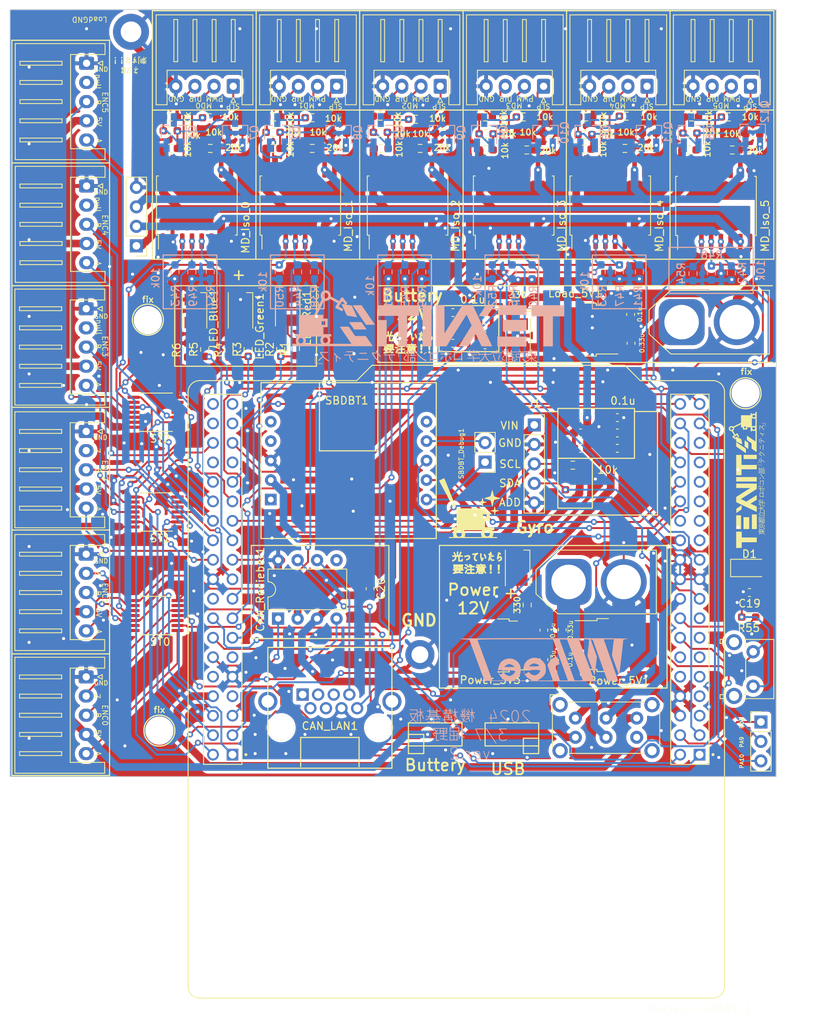
<source format=kicad_pcb>
(kicad_pcb (version 20240108) (generator "pcbnew") (generator_version "8.0")
  (layers (0 "F.Cu" signal) (31 "B.Cu" signal) (34 "B.Paste" user) (35 "F.Paste" user) (36 "B.SilkS" user "B.Silkscreen") (37 "F.SilkS" user "F.Silkscreen") (38 "B.Mask" user) (39 "F.Mask" user) (44 "Edge.Cuts" user))
  (net 0 "")
  (net 1 "Power_12V")
  (net 2 "GND")
  (net 3 "Load_12V")
  (net 4 "Power_5V")
  (net 5 "Load_5V")
  (net 6 "Power_3V3")
  (net 7 "Net-(D1-A)")
  (net 8 "CAN_TD")
  (net 9 "CAN_RD")
  (net 11 "CAN_L")
  (net 12 "CAN_H")
  (net 13 "VE1")
  (net 14 "Net-(D1-K)")
  (net 15 "Net-(ENC_conn_0-Pin_3)")
  (net 16 "Net-(ENC_conn_0-Pin_2)")
  (net 17 "Motor_Iso_SLP_0")
  (net 18 "Moter_Iso_PWM_0")
  (net 19 "Moter_Iso_DIR_0")
  (net 20 "Motor_Iso_SLP_1")
  (net 21 "Moter_Iso_PWM_1")
  (net 22 "Moter_Iso_DIR_1")
  (net 23 "Motor_Iso_SLP_2")
  (net 24 "Moter_Iso_PWM_2")
  (net 25 "Moter_Iso_DIR_2")
  (net 26 "Motor_Iso_SLP_3")
  (net 27 "Moter_Iso_PWM_3")
  (net 28 "Moter_Iso_DIR_3")
  (net 29 "Motor_Iso_SLP_4")
  (net 30 "Moter_Iso_PWM_4")
  (net 31 "Moter_Iso_DIR_4")
  (net 32 "Motor_Iso_SLP_5")
  (net 33 "Moter_Iso_PWM_5")
  (net 34 "Moter_Iso_DIR_5")
  (net 35 "Moter_Signal_DIR_0")
  (net 36 "Moter_Signal_PWM_0")
  (net 37 "Moter_Signal_SLP")
  (net 38 "Net-(ENC_conn_0-Pin_5)")
  (net 39 "Net-(ENC_conn_1-Pin_3)")
  (net 40 "Moter_Signal_DIR_1")
  (net 41 "Moter_Signal_PWM_1")
  (net 42 "Net-(ENC_conn_1-Pin_5)")
  (net 43 "Net-(ENC_conn_1-Pin_2)")
  (net 44 "Moter_Signal_DIR_2")
  (net 45 "Moter_Signal_PWM_2")
  (net 47 "Net-(ENC_conn_2-Pin_3)")
  (net 48 "Moter_Signal_DIR_3")
  (net 49 "Moter_Signal_PWM_3")
  (net 50 "Net-(ENC_conn_2-Pin_5)")
  (net 52 "Moter_Signal_DIR_4")
  (net 53 "Moter_Signal_PWM_4")
  (net 54 "Net-(ENC_conn_3-Pin_5)")
  (net 55 "Net-(ENC_conn_3-Pin_3)")
  (net 56 "Moter_Signal_DIR_5")
  (net 57 "Moter_Signal_PWM_5")
  (net 58 "Gyro_SDA")
  (net 59 "Net-(ENC_conn_4-Pin_3)")
  (net 60 "Net-(ENC_conn_4-Pin_5)")
  (net 63 "Net-(ENC_conn_5-Pin_3)")
  (net 64 "Net-(ENC_conn_5-Pin_5)")
  (net 65 "Net-(LED_Blue1-K)")
  (net 66 "Net-(LED_Green1-K)")
  (net 67 "Net-(LED_Red1-K)")
  (net 68 "Net-(Load_Debug1-K)")
  (net 85 "LED_R")
  (net 86 "LED_G")
  (net 87 "LED_B")
  (net 88 "Motor_SLP_0")
  (net 90 "ENC0_X")
  (net 91 "ENC0_Y")
  (net 92 "ENC0_Z")
  (net 93 "ENC1_X")
  (net 94 "ENC1_Y")
  (net 95 "ENC1_Z")
  (net 96 "ENC2_X")
  (net 97 "ENC2_Y")
  (net 99 "ENC3_X")
  (net 100 "ENC3_Y")
  (net 102 "Buttery5V")
  (net 103 "USB5V")
  (net 104 "stm_Power")
  (net 106 "Load_GND")
  (net 107 "VE2")
  (net 108 "PD2")
  (net 117 "stm5V")
  (net 127 "Net-(Power_Debug1-K)")
  (net 128 "Net-(Q1-C)")
  (net 129 "Net-(Q1-B)")
  (net 130 "Net-(Q2-B)")
  (net 131 "Net-(Q2-C)")
  (net 132 "Net-(Q3-C)")
  (net 133 "Net-(Q3-B)")
  (net 134 "Net-(Q4-B)")
  (net 135 "Net-(Q4-C)")
  (net 136 "Net-(Q5-B)")
  (net 137 "Net-(Q5-C)")
  (net 138 "Net-(Q6-C)")
  (net 139 "Net-(Q6-B)")
  (net 140 "Net-(Q7-B)")
  (net 141 "Net-(Q7-C)")
  (net 142 "Net-(Q8-C)")
  (net 143 "Net-(Q8-B)")
  (net 144 "PA9")
  (net 145 "Gyro_SCL")
  (net 146 "PA10")
  (net 147 "BT_RX")
  (net 148 "BT_TX")
  (net 152 "Net-(Q9-C)")
  (net 153 "Net-(Q9-B)")
  (net 154 "Net-(Q10-C)")
  (net 155 "Net-(Q10-B)")
  (net 156 "Net-(Q11-B)")
  (net 157 "Net-(Q11-C)")
  (net 158 "Net-(Q12-B)")
  (net 159 "Net-(Q12-C)")
  (net 163 "Net-(SBDBT1-I{slash}O_4)")
  (net 164 "Net-(SBDBT1-0_5)")
  (net 167 "ENC4_X")
  (net 168 "ENC4_Y")
  (net 170 "ENC5_X")
  (net 171 "ENC5_Y")
  (net 173 "Motor_SLP_1")
  (net 174 "Motor_SLP_2")
  (net 175 "Motor_SLP_3")
  (net 176 "Motor_SLP_4")
  (net 177 "Motor_SLP_5")
  (footprint "MountingHole:MountingHole_3.2mm_M3" (layer "F.Cu") (at 68 100.5)
    (property "Reference" "REF**" (hide yes))
    (property "Value" "MountingHole_3.2mm_M3")
  )
  (footprint "Resistor_SMD:R_0603_1608Metric_Pad0.98x0.95mm_HandSolder" (layer "F.Cu") (at 146.94 76.2 180)
    (property "Reference" "R60" (hide yes))
    (property "Value" "10k")
  )
  (footprint "myfootprint:RJ45_43860-0004" (layer "F.Cu") (at 98.1 153.625 180)
    (property "Reference" "CAN_LAN1")
    (property "Value" "RJ45")
  )
  (footprint "Resistor_SMD:R_0603_1608Metric_Pad0.98x0.95mm_HandSolder" (layer "F.Cu") (at 116.25 98.5 180)
    (property "Reference" "R57" (hide yes))
    (property "Value" "330")
  )
  (footprint "Resistor_SMD:R_0603_1608Metric_Pad0.98x0.95mm_HandSolder" (layer "F.Cu") (at 70.94 78.1 180)
    (property "Reference" "R26" (hide yes))
    (property "Value" "10k")
  )
  (footprint "Connector_JST:JST_XH_S5B-XH-A_1x05_P2.50mm_Horizontal" (layer "F.Cu") (at 60 67 -90)
    (property "Reference" "ENC_conn_5" (hide yes))
    (property "Value" "Conn_01x05_Female")
  )
  (footprint "Capacitor_SMD:C_0603_1608Metric_Pad1.08x0.95mm_HandSolder" (layer "F.Cu") (at 131.05 103.5 90)
    (property "Reference" "C2" (hide yes))
    (property "Value" "0.33u")
  )
  (footprint "Connector_PinSocket_2.54mm:PinSocket_1x05_P2.54mm_Vertical" (layer "F.Cu") (at 118.425 114.15)
    (property "Reference" "J1")
    (property "Value" "Conn_01x05_Female")
  )
  (footprint "Package_SO:SOIC-16W_7.5x10.3mm_P1.27mm" (layer "F.Cu") (at 128.34 85.55 90)
    (property "Reference" "MD_Iso_4")
    (property "Value" "ADuM1401xRW")
  )
  (footprint "SN74HC14PWR:SOP65P640X120-14N" (layer "F.Cu") (at 69 125.5 180)
    (property "Reference" "ST1")
    (property "Value" "SN74HC14PWR")
  )
  (footprint "Connector_PinHeader_2.54mm:PinHeader_1x04_P2.54mm_Vertical" (layer "F.Cu") (at 66.5 90.8 180)
    (property "Reference" "Diso_Debug1" (hide yes))
    (property "Value" "Conn_01x04_Male")
  )
  (footprint "Resistor_SMD:R_0603_1608Metric_Pad0.98x0.95mm_HandSolder" (layer "F.Cu") (at 120.54 76.1 180)
    (property "Reference" "R35" (hide yes))
    (property "Value" "10k")
  )
  (footprint "Resistor_SMD:R_0603_1608Metric_Pad0.98x0.95mm_HandSolder" (layer "F.Cu") (at 76.04 74.1 180)
    (property "Reference" "R7" (hide yes))
    (property "Value" "10k")
  )
  (footprint "Resistor_SMD:R_0603_1608Metric_Pad0.98x0.95mm_HandSolder" (layer "F.Cu") (at 84.34 78.1 180)
    (property "Reference" "R27" (hide yes))
    (property "Value" "10k")
  )
  (footprint "Package_TO_SOT_SMD:TO-252-3_TabPin2" (layer "F.Cu") (at 124.05 101.72 180)
    (property "Reference" "Load_5V1")
    (property "Value" "L7805")
  )
  (footprint "Resistor_SMD:R_0603_1608Metric_Pad0.98x0.95mm_HandSolder" (layer "F.Cu") (at 143.75 74 180)
    (property "Reference" "R12" (hide yes))
    (property "Value" "10k")
  )
  (footprint "Capacitor_SMD:C_0603_1608Metric_Pad1.08x0.95mm_HandSolder" (layer "F.Cu") (at 122.075 140.85 -90)
    (property "Reference" "C1" (hide yes))
    (property "Value" "0.33u")
  )
  (footprint "Connector_JST:JST_XH_S4B-XH-A_1x04_P2.50mm_Horizontal" (layer "F.Cu") (at 119.64 70 180)
    (property "Reference" "MD_conn_3" (hide yes))
    (property "Value" "Conn_01x04_Female")
  )
  (footprint "Resistor_SMD:R_0603_1608Metric_Pad0.98x0.95mm_HandSolder" (layer "F.Cu") (at 84.34 76 180)
    (property "Reference" "R15" (hide yes))
    (property "Value" "20k")
  )
  (footprint "Resistor_SMD:R_0603_1608Metric_Pad0.98x0.95mm_HandSolder" (layer "F.Cu") (at 123.4 122.6 180)
    (property "Reference" "R67" (hide yes))
    (property "Value" "100")
  )
  (footprint "Button_Switch_THT:SW_Tactile_SPST_Angled_PTS645Vx39-2LFS" (layer "F.Cu") (at 146.9875 143.725 -90)
    (property "Reference" "SW2" (hide yes))
    (property "Value" "SW_MEC_5G")
  )
  (footprint "Resistor_SMD:R_0603_1608Metric_Pad0.98x0.95mm_HandSolder" (layer "F.Cu") (at 138.94 74)
    (property "Reference" "R24" (hide yes))
    (property "Value" "10k")
  )
  (footprint "Resistor_SMD:R_0603_1608Metric_Pad0.98x0.95mm_HandSolder" (layer "F.Cu") (at 75.4125 104.3 90)
    (property "Reference" "R5")
    (property "Value" "330")
  )
  (footprint "Resistor_SMD:R_0603_1608Metric_Pad0.98x0.95mm_HandSolder" (layer "F.Cu") (at 89.44 74.1 180)
    (property "Reference" "R8" (hide yes))
    (property "Value" "10k")
  )
  (footprint "Resistor_SMD:R_0603_1608Metric_Pad0.98x0.95mm_HandSolder" (layer "F.Cu") (at 98.44 78.1)
    (property "Reference" "R28" (hide yes))
    (property "Value" "10k")
  )
  (footprint "LED_SMD:LED_PLCC-2_3.4x3.0mm_AK" (layer "F.Cu") (at 74.0875 99.3 -90)
    (property "Reference" "LED_Blue1")
    (property "Value" "CQY99")
  )
  (footprint "Package_SO:SOIC-16W_7.5x10.3mm_P1.27mm" (layer "F.Cu") (at 87.89 85.55 90)
    (property "Reference" "MD_Iso_1")
    (property "Value" "ADuM1401xRW")
  )
  (footprint "Resistor_SMD:R_0603_1608Metric_Pad0.98x0.95mm_HandSolder" (layer "F.Cu") (at 123.45 119.4 180)
    (property "Reference" "R66" (hide yes))
    (property "Value" "100")
  )
  (footprint "Resistor_SMD:R_0603_1608Metric_Pad0.98x0.95mm_HandSolder" (layer "F.Cu") (at 79.44 76 180)
    (property "Reference" "R25" (hide yes))
    (property "Value" "10k")
  )
  (footprint "Resistor_SMD:R_0603_1608Metric_Pad0.98x0.95mm_HandSolder" (layer "F.Cu") (at 89.44 78.1 180)
    (property "Reference" "R61" (hide yes))
    (property "Value" "20k")
  )
  (footprint "Capacitor_SMD:C_0603_1608Metric_Pad1.08x0.95mm_HandSolder" (layer "F.Cu") (at 107.8 101.5)
    (property "Reference" "C8" (hide yes))
    (property "Value" "0.1u")
  )
  (footprint "Resistor_SMD:R_0603_1608Metric_Pad0.98x0.95mm_HandSolder" (layer "F.Cu") (at 76.14 78.1 180)
    (property "Reference" "R31" (hide yes))
    (property "Value" "20k")
  )
  (footprint "Connector_JST:JST_XH_S4B-XH-A_1x04_P2.50mm_Horizontal" (layer "F.Cu") (at 92.64 70 180)
    (property "Reference" "MD_conn_1" (hide yes))
    (property "Value" "Conn_01x04_Female")
  )
  (footprint "Connector_JST:JST_XH_S4B-XH-A_1x04_P2.50mm_Horizontal" (layer "F.Cu") (at 106.14 70 180)
    (property "Reference" "MD_conn_2" (hide yes))
    (property "Value" "Conn_01x04_Female")
  )
  (footprint "Capacitor_SMD:C_0603_1608Metric_Pad1.08x0.95mm_HandSolder" (layer "F.Cu") (at 112 103.7)
    (property "Reference" "C12" (hide yes))
    (property "Value" "0.1u")
  )
  (footprint "Capacitor_SMD:C_0603_1608Metric_Pad1.08x0.95mm_HandSolder" (layer "F.Cu") (at 124.4625 117.2)
    (property "Reference" "C15" (hide yes))
    (property "Value" "0.1u")
  )
  (footprint "Resistor_SMD:R_0603_1608Metric_Pad0.98x0.95mm_HandSolder" (layer "F.Cu") (at 124.94 78.2 180)
    (property "Reference" "R30" (hide yes))
    (property "Value" "10k")
  )
  (footprint "Resistor_SMD:R_0603_1608Metric_Pad0.98x0.95mm_HandSolder" (layer "F.Cu") (at 103.54 78.1 180)
    (property "Reference" "R62" (hide yes))
    (property "Value" "20k")
  )
  (footprint "Connector_PinHeader_2.54mm:PinHeader_1x02_P2.54mm_Vertical" (layer "F.Cu") (at 112 119 180)
    (property "Reference" "SBDBT_Debug1")
    (property "Value" "Conn_01x02_Male")
  )
  (footprint "Resistor_SMD:R_0603_1608Metric_Pad0.98x0.95mm_HandSolder" (layer "F.Cu") (at 138.74 76.1 180)
    (property "Reference" "R23" (hide yes))
    (property "Value" "20k")
  )
  (footprint "Capacitor_SMD:C_0603_1608Metric_Pad1.08x0.95mm_HandSolder" (layer "F.Cu") (at 129.2625 113.2 180)
    (property "Reference" "C16" (hide yes))
    (property "Value" "0.1u")
  )
  (footprint "Resistor_SMD:R_0603_1608Metric_Pad0.98x0.95mm_HandSolder" (layer "F.Cu") (at 117.44 78.3 180)
    (property "Reference" "R63" (hide yes))
    (property "Value" "20k")
  )
  (footprint "Resistor_SMD:R_0603_1608Metric_Pad0.98x0.95mm_HandSolder" (layer "F.Cu") (at 125.04 76.3 180)
    (property "Reference" "R21" (hide yes))
    (property "Value" "20k")
  )
  (footprint "Resistor_SMD:R_0603_1608Metric_Pad0.98x0.95mm_HandSolder" (layer "F.Cu") (at 112.14 76.2 180)
    (property "Reference" "R19" (hide yes))
    (property "Value" "20k")
  )
  (footprint "Resistor_SMD:R_0603_1608Metric_Pad0.98x0.95mm_HandSolder" (layer "F.Cu") (at 93.04 76.1 180)
    (property "Reference" "R33" (hide yes))
    (property "Value" "10k")
  )
  (footprint "Resistor_SMD:R_0603_1608Metric_Pad0.98x0.95mm_HandSolder" (layer "F.Cu") (at 138.64 78.3 180)
    (property "Reference" "R32" (hide yes))
    (property "Value" "10k")
  )
  (footprint "Connector_AMASS:AMASS_XT60-F_1x02_P7.20mm_Vertical" (layer "F.Cu") (at 137.65 100.75)
    (property "Reference" "Load1" (hide yes))
    (property "Value" "Conn_01x02_Female")
  )
  (footprint "Capacitor_SMD:C_0603_1608Metric_Pad1.08x0.95mm_HandSolder" (layer "F.Cu") (at 129.2625 117.2 180)
    (property "Reference" "C18" (hide yes))
    (property "Value" "0.1u")
  )
  (footprint "Connector_JST:JST_XH_S4B-XH-A_1x04_P2.50mm_Horizontal" (layer "F.Cu") (at 146.64 70 180)
    (property "Reference" "MD_conn_5" (hide yes))
    (property "Value" "Conn_01x04_Female")
  )
  (footprint "Package_SO:SOIC-16W_7.5x10.3mm_P1.27mm" (layer "F.Cu") (at 74.39 85.55 90)
    (property "Reference" "MD_Iso_0")
    (property "Value" "ADuM1401xRW")
  )
  (footprint "Capacitor_SMD:C_0603_1608Metric_Pad1.08x0.95mm_HandSolder" (layer "F.Cu") (at 124.4625 115.2)
    (property "Reference" "C14" (hide yes))
    (property "Value" "0.1u")
  )
  (footprint "Resistor_SMD:R_0603_1608Metric_Pad0.98x0.95mm_HandSolder" (layer "F.Cu") (at 98.34 76 180)
    (property "Reference" "R17" (hide yes))
    (property "Value" "20k")
  )
  (footprint "Resistor_SMD:R_0603_1608Metric_Pad0.98x0.95mm_HandSolder" (layer "F.Cu") (at 98.34 73.9)
    (property "Reference" "R18" (hide yes))
    (property "Value" "10k")
  )
  (footprint "Connector_JST:JST_XH_S5B-XH-A_1x05_P2.50mm_Horizontal" (layer "F.Cu") (at 60 83 -90)
    (property "Reference" "ENC_conn_4" (hide yes))
    (property "Value" "Conn_01x05_Female")
  )
  (footprint "Capacitor_SMD:C_0603_1608Metric_Pad1.08x0.95mm_HandSolder" (layer "F.Cu") (at 107.8 103.5)
    (property "Reference" "C9" (hide yes))
    (property "Value" "0.1u")
  )
  (footprint "Resistor_SMD:R_0603_1608Metric_Pad0.98x0.95mm_HandSolder" (layer "F.Cu") (at 73.175 104.4 90)
    (property "Reference" "R6")
    (property "Value" "10k")
  )
  (footprint "Resistor_SMD:R_0603_1608Metric_Pad0.98x0.95mm_HandSolder" (layer "F.Cu") (at 112.14 78.3 180)
    (property "Reference" "R29" (hide yes))
    (property "Value" "10k")
  )
  (footprint "Capacitor_SMD:C_0603_1608Metric_Pad1.08x0.95mm_HandSolder" (layer "F.Cu") (at 122.075 144.85 90)
    (property "Reference" "C3" (hide yes))
    (property "Value" "0.1u")
  )
  (footprint "Capacitor_SMD:C_0603_1608Metric_Pad1.08x0.95mm_HandSolder" (layer "F.Cu") (at 119.675 144.7625 90)
    (property "Reference" "C5" (hide yes))
    (property "Value" "0.33u")
  )
  (footprint "Resistor_SMD:R_0603_1608Metric_Pad0.98x0.95mm_HandSolder" (layer "F.Cu") (at 117 74 180)
    (property "Reference" "R10" (hide yes))
    (property "Value" "10k")
  )
  (footprint "Package_DIP:DIP-8_W7.62mm" (layer "F.Cu") (at 85 139.4 90)
    (property "Reference" "CAN_Recieber1")
    (property "Value" "MCP2561-E-P")
  )
  (footprint "Connector_JST:JST_XH_S5B-XH-A_1x05_P2.50mm_Horizontal" (layer "F.Cu") (at 59.95 147 -90)
    (property "Reference" "ENC_conn_0" (hide yes))
    (property "Value" "Conn_01x05_Female")
  )
  (footprint "Resistor_SMD:R_0603_1608Metric_Pad0.98x0.95mm_HandSolder" (layer "F.Cu") (at 112.04 74)
    (property "Reference" "R20" (hide yes))
    (property "Value" "10k")
  )
  (footprint "LED_SMD:LED_PLCC-2_3.4x3.0mm_AK" (layer "F.Cu") (at 86.25 99 -90)
    (property "Reference" "LED_Red1")
    (property "Value" "CQY99")
  )
  (footprint "Capacitor_SMD:C_0603_1608Metric_Pad1.08x0.95mm_HandSolder" (layer "F.Cu") (at 129.2625 115.2 180)
    (property "Reference" "C17" (hide yes))
    (property "Value" "0.1u")
  )
  (footprint "SN74HC14PWR:SOP65P640X120-14N" (layer "F.Cu") (at 69 139 180)
    (property "Reference" "ST0")
    (property "Value" "SN74HC14PWR")
  )
  (footprint "Resistor_SMD:R_0603_1608Metric_Pad0.98x0.95mm_HandSolder" (layer "F.Cu") (at 84.44 74)
    (property "Reference" "R16" (hide yes))
    (property "Value" "10k")
  )
  (footprint "Resistor_SMD:R_0603_1608Metric_Pad0.98x0.95mm_HandSolder" (layer "F.Cu") (at 81.0875 104.3 90)
    (property "Reference" "R3")
    (property "Value" "330")
  )
  (footprint "Resistor_SMD:R_0603_1608Metric_Pad0.98x0.95mm_HandSolder" (layer "F.Cu") (at 87.25 104.2 90)
    (property "Reference" "R1")
    (property "Value" "330")
  )
  (footprint "MountingHole:MountingHole_2.7mm_M2.5_DIN965_Pad" (layer "F.Cu") (at 65.8 62.9)
    (property "Reference" "REF**" (hide yes))
    (property "Value" "MountingHole_2.7mm_M2.5_DIN965_Pad")
  )
  (footprint "myfootprint:TEXNITIS_rogo_25" (layer "F.Cu") (at 146.2 121.2 90)
    (property "Reference" "G***" (hide yes))
    (property "Value" "LOGO" (hide yes))
  )
  (footprint "Button_Switch_THT:SW_E-Switch_EG2219_DPDT_Angled" (layer "F.Cu") (at 123.7925 152.375)
    (property "Reference" "SW1" (hide yes))
    (property "Value" "SW_Push_DPDT")
  )
  (footprint "Resistor_SMD:R_0603_1608Metric_Pad0.98x0.95mm_HandSolder" (layer "F.Cu") (at 146.4125 139.2 180)
    (property "Reference" "R55")
    (property "Value" "10k")
  )
  (footprint "Package_TO_SOT_SMD:TO-252-3_TabPin2" (layer "F.Cu") (at 129.075 142.85)
    (property "Reference" "Power_5V1")
    (property "Value" "L7805")
  )
  (footprint "Resistor_SMD:R_0603_1608Metric_Pad0.98x0.95mm_HandSolder" (layer "F.Cu") (at 117.5 137.625 90)
    (property "Reference" "R56" (hide yes))
    (property "Value" "330")
  )
  (footprint "Capacitor_SMD:C_0603_1608Metric_Pad1.08x0.95mm_HandSolder" (layer "F.Cu") (at 131 99.75 -90)
    (property "Reference" "C4" (hide yes))
    (property "Value" "0.1u")
  )
  (footprint "Connector_JST:JST_XH_S4B-XH-A_1x04_P2.50mm_Horizontal" (layer "F.Cu") (at 133.14 70 180)
    (property "Reference" "MD_conn_4" (hide yes))
    (property "Value" "Conn_01x04_Female")
  )
  (footprint "Capacitor_SMD:C_0603_1608Metric_Pad1.08x0.95mm_HandSolder" (layer "F.Cu") (at 119.675 140.9 -90)
    (property "Reference" "C6" (hide yes))
    (property "Value" "0.1u")
  )
  (footprint "Capacitor_SMD:C_0603_1608Metric_Pad1.08x0.95mm_HandSolder" (layer "F.Cu") (at 112 101.5)
    (property "Reference" "C11" (hide yes))
    (property "Value" "0.1u")
  )
  (footprint "LED_SMD:LED_PLCC-2_3.4x3.0mm_AK" (layer "F.Cu") (at 116.25 132.875 -90)
    (property "Reference" "Power_Debug1" (hide yes))
    (property "Value" "CQY99")
  )
  (footprint "Resistor_SMD:R_0603_1608Metric_Pad0.98x0.95mm_HandSolder" (layer "F.Cu") (at 133.44 76.1 180)
    (property "Reference" "R36" (hide yes))
    (property "Value" "10k")
  )
  (footprint "Resistor_SMD:R_0603_1608Metric_Pad0.98x0.95mm_HandSolder" (layer "F.Cu") (at 130.44 73.9 180)
    (property "Reference" "R11" (hide yes))
    (property "Value" "10k")
  )
  (footprint "Package_TO_SOT_SMD:TO-252-3_TabPin2" (layer "F.Cu") (at 112.675 142.9 180)
    (property "Reference" "Power_3V3")
    (property "Value" "L7805")
  )
  (footprint "Connector_JST:JST_XH_S5B-XH-A_1x05_P2.50mm_Horizontal" (layer "F.Cu") (at 59.95 115 -90)
    (property "Reference" "ENC_conn_2" (hide yes))
    (property "Value" "Conn_01x05_Female")
  )
  (footprint "Resistor_SMD:R_0603_1608Metric_Pad0.98x0.95mm_HandSolder" (layer "F.Cu") (at 70.9275 75.8 180)
    (property "Reference" "R13" (hide yes))
    (property "Value" "20k")
  )
  (footprint "Capacitor_SMD:C_0603_1608Metric_Pad1.08x0.95mm_HandSolder" (layer "F.Cu") (at 107.8 99.5)
    (property "Reference" "C7" (hide yes))
    (property "Value" "0.1u")
  )
  (footprint "Resistor_SMD:R_0603_1608Metric_Pad0.98x0.95mm_HandSolder" (layer "F.Cu") (at 85.3375 104.3 90)
    (property "Reference" "R2")
    (property "Value" "10k")
  )
  (footprint "Connector_PinHeader_2.54mm:PinHeader_1x03_P2.54mm_Vertical" (layer "F.Cu") (at 148 152.875)
    (property "Reference" "J2" (hide yes))
    (property "Value" "Conn_01x03_Female")
  )
  (footprint "Package_SO:SOIC-16W_7.5x10.3mm_P1.27mm" (layer "F.Cu") (at 115.74 85.55 90)
    (property "Reference" "MD_Iso_3")
    (property "Value" "ADuM1401xRW")
  )
  (footprint "Connector_JST:JST_XH_S5B-XH-A_1x05_P2.50mm_Horizontal" (layer "F.Cu") (at 59.95 99 -90)
    (property "Reference" "ENC_conn_3" (hide yes))
    (property "Value" "Conn_01x05_Female")
  )
  (footprint "487701742415511602_SBDBT5V:SBDBT5V" (layer "F.Cu") (at 94.2 113.72)
    (property "Reference" "SBDBT1")
    (property "Value" "SBDBT5V-SBDBT5V-2020Main-Main_2021-rescue")
  )
  (footprint "Resistor_SMD:R_0603_1608Metric_Pad0.98x0.95mm_HandSolder" (layer "F.Cu") (at 102.94 74.3 180)
    (property "Reference" "R9" (hide yes))
    (property "Value" "10k")
  )
  (footprint "Resistor_SMD:R_0603_1608Metric_Pad0.98x0.95mm_HandSolder" (layer "F.Cu") (at 106.44 76.1 180)
    (property "Reference" "R34" (hide yes))
    (property "Value" "10k")
  )
  (footprint "Capacitor_SMD:C_0603_1608Metric_Pad1.08x0.95mm_HandSolder" (layer "F.Cu") (at 146.5125 136 180)
    (property "Reference" "C19")
    (property "Value" "0.1u")
  )
  (footprint "Package_SO:SOIC-16W_7.5x10.3mm_P1.27mm" (layer "F.Cu") (at 142.14 85.6 90)
    (property "Reference" "MD_Iso_5")
    (property "Value" "ADuM1401xRW")
  )
  (footprint "LED_SMD:LED_PLCC-2_3.4x3.0mm_AK" (layer "F.Cu") (at 80.0875 99.3 -90)
    (property "Reference" "LED_Green1")
    (property "Value" "CQY99")
  )
  (footprint "Package_SO:SOIC-16W_7.5x10.3mm_P1.27mm" (layer "F.Cu") (at 101.89 85.55 90)
    (property "Reference" "MD_Iso_2")
    (property "Value" "ADuM1401xRW")
  )
  (footprint "myfootprint:simple_rogo_1" (layer "F.Cu") (at 112.384756 128.409572)
    (property "Reference" "G***" (hide yes))
    (property "Value" "LOGO" (hide yes))
  )
  (footprint "Capacitor_SMD:C_0603_1608Metric_Pad1.08x0.95mm_HandSolder" (layer "F.Cu") (at 97 135.5 -90)
    (property "Reference" "C20")
    (property "Value" "0.1u")
  )
  (footprint "Connector_JST:JST_XH_S5B-XH-A_1x05_P2.50mm_Horizontal" (layer "F.Cu") (at 59.95 131 -90)
    (property "Reference" "ENC_conn_1" (hide yes))
    (property "Value" "Conn_01x05_Female")
  )
  (footprint "Diode_SMD:D_1206_3216Metric_Pad1.42x1.75mm_HandSolder" (layer "F.Cu") (at 146.5125 132.8)
    (property "Reference" "D1")
    (property "Value" "D")
  )
  (footprint "Resistor_SMD:R_0603_1608Metric_Pad0.98x0.95mm_HandSolder" (layer "F.Cu") (at 78.5875 104.4 90)
    (property "Reference" "R4")
    (property "Value" "10k")
  )
  (footprint "SN74HC14PWR:SOP65P640X120-14N" (layer "F.Cu") (at 69 112.5 180)
    (property "Reference" "ST2")
    (property "Value" "SN74HC14PWR")
  )
  (footprint "Connector_JST:JST_XH_S4B-XH-A_1x04_P2.50mm_Horizontal" (layer "F.Cu") (at 79.14 70 180)
    (property "Reference" "MD_conn_0" (hide yes))
    (property "Value" "Conn_01x04_Female")
  )
  (footprint "Capacitor_SMD:C_0603_1608Metric_Pad1.08x0.95mm_HandSolder" (layer "F.Cu") (at 112 99.5)
    (property "Reference" "C10" (hide yes))
    (property "Value" "0.1u")
  )
  (footprint "MountingHole:MountingHole_3.2mm_M3" (layer "F.Cu") (at 146 110)
    (property "Reference" "REF**" (hide yes))
    (property "Value" "MountingHole_3.2mm_M3")
  )
  (footprint "Connector_AMASS:AMASS_XT60-F_1x02_P7.20mm_Vertical" (layer "F.Cu") (at 122.9 134.625)
    (property "Reference" "Power1" (hide yes))
    (property "Value" "Conn_01x02_Female")
  )
  (footprint "MountingHole:MountingHole_3.2mm_M3" (layer "F.Cu") (at 69.5 154)
    (property "Reference" "REF**" (hide yes))
    (property "Value" "MountingHole_3.2mm_M3")
  )
  (footprint "Capacitor_SMD:C_0603_1608Metric_Pad1.08x0.95mm_HandSolder" (layer "F.Cu") (at 124.4625 113.2)
    (property "Reference" "C13" (hide yes))
    (property "Value" "0.1u")
  )
  (footprint "LED_SMD:LED_PLCC-2_3.4x3.0mm_AK" (layer "F.Cu") (at 116.3 102.5 90)
    (property "Reference" "Load_Debug1" (hide yes))
    (property "Value" "CQY99")
  )
  (footprint "Resistor_SMD:R_0603_1608Metric_Pad0.98x0.95mm_HandSolder" (layer "F.Cu") (at 144.25 78.3 180)
    (property "Reference" "R65" (hide yes))
    (property "Value" "20k")
  )
  (footprint "Resistor_SMD:R_0603_1608Metric_Pad0.98x0.95mm_HandSolder" (layer "F.Cu") (at 70.94 74)
    (property "Reference" "R14" (hide yes))
    (property "Value" "10k")
  )
  (footprint "Resistor_SMD:R_0603_1608Metric_Pad0.98x0.95mm_HandSolder" (layer "F.Cu") (at 130.25 78.1 180)
    (property "Reference" "R64" (hide yes))
    (property "Value" "20k")
  )
  (footprint "Resistor_SMD:R_0603_1608Metric_Pad0.98x0.95mm_HandSolder" (layer "F.Cu") (at 125.14 74)
    (property "Reference" "R22" (hide yes))
    (property "Value" "10k")
  )
  (footprint "475679941301370898_MODULE_NUCLEO-F446RE:MODULE_NUCLEO-F446RE" (layer "F.Cu") (at 108.25 147.625 180)
    (property "Reference" "Nucleo-F446RE_1")
    (property "Value" "NUCLEO-F446RE-Nucleo")
  )
  (footprint "MountingHole:MountingHole_2.2mm_M2_DIN965_Pad" (layer "F.Cu") (at 103.5 144.1)
    (property "Reference" "REF**" (hide yes))
    (property "Value" "MountingHole_2.2mm_M2_DIN965_Pad")
  )
  (footprint "Resistor_SMD:R_0603_1608Metric_Pad0.98x0.95mm_HandSolder" (layer "B.Cu") (at 141.54 94.3375 90)
    (property "Reference" "R48")
    (property "Value" "10k")
  )
  (footprint "Resistor_SMD:R_0603_1608Metric_Pad0.98x0.95mm_HandSolder" (layer "B.Cu") (at 129.54 94.2 90)
    (property "Reference" "R47")
    (property "Value" "10k")
  )
  (footprint "Package_TO_SOT_SMD:SC-59_Handsoldering" (layer "B.Cu") (at 106.39 76.05 90)
    (property "Reference" "Q9")
    (property "Value" "2SC1945")
  )
  (footprint "Resistor_SMD:R_0603_1608Metric_Pad0.98x0.95mm_HandSolder" (layer "B.Cu") (at 85.14 94.2 90)
    (property "Reference" "R50")
    (property "Value" "10k")
  )
  (footprint "Resistor_SMD:R_0603_1608Metric_Pad0.98x0.95mm_HandSolder" (layer "B.Cu") (at 127.14 94.2 90)
    (property "Reference" "R53")
    (property "Value" "10k")
  )
  (footprint "Resistor_SMD:R_0603_1608Metric_Pad0.98x0.95mm_HandSolder" (layer "B.Cu") (at 87.54 94.2 90)
    (property "Reference" "R44")
    (property "Value" "10k")
  )
  (footprint "Package_TO_SOT_SMD:SC-59_Handsoldering" (layer "B.Cu") (at 92.89 76.05 90)
    (property "Reference" "Q8")
    (property "Value" "2SC1945")
  )
  (footprint "Package_TO_SOT_SMD:SC-59_Handsoldering" (layer "B.Cu") (at 111.89 76.05 90)
    (property "Reference" "Q4")
    (property "Value" "2SC1945")
  )
  (footprint "Resistor_SMD:R_0603_1608Metric_Pad0.98x0.95mm_HandSolder" (layer "B.Cu") (at 132.14 94.2 -90)
    (property "Reference" "R41")
    (property "Value" "10k")
  )
  (footprint "Package_TO_SOT_SMD:SC-59_Handsoldering" (layer "B.Cu") (at 146.94 75.9 90)
    (property "Reference" "Q12")
    (property "Value" "2SC1945")
  )
  (footprint "Package_TO_SOT_SMD:SC-59_Handsoldering" (layer "B.Cu") (at 71.39 76.05 90)
    (property "Reference" "Q1")
    (property "Value" "2SC1945")
  )
  (footprint "Resistor_SMD:R_0603_1608Metric_Pad0.98x0.95mm_HandSolder" (layer "B.Cu") (at 139.14 94.425 90)
    (property "Reference" "R54")
    (property "Value" "10k")
  )
  (footprint "Package_TO_SOT_SMD:SC-59_Handsoldering" (layer "B.Cu") (at 79.39 76.05 90)
    (property "Reference" "Q7")
    (property "Value" "2SC1945")
  )
  (footprint "Package_TO_SOT_SMD:SC-59_Handsoldering" (layer "B.Cu") (at 138.89 76.05 90)
    (property "Reference" "Q6")
    (property "Value" "2SC1945")
  )
  (footprint "Package_TO_SOT_SMD:SC-59_Handsoldering" (layer "B.Cu") (at 98.39 76.05 90)
    (property "Reference" "Q3")
    (property "Value" "2SC1945")
  )
  (footprint "Package_TO_SOT_SMD:SC-59_Handsoldering" (layer "B.Cu") (at 84.89 76.05 90)
    (property "Reference" "Q2")
    (property "Value" "2SC1945")
  )
  (footprint "Resistor_SMD:R_0603_1608Metric_Pad0.98x0.95mm_HandSolder" (layer "B.Cu") (at 101.54 94.2 -90)
    (property "Reference" "R45")
    (property "Value" "10k")
  )
  (footprint "myfootprint:rogo3" (layer "B.Cu") (at 104.35591 101.39531 180)
    (property "Reference" "G***" (hide yes))
    (property "Value" "LOGO" (hide yes))
  )
  (footprint "Resistor_SMD:R_0603_1608Metric_Pad0.98x0.95mm_HandSolder" (layer "B.Cu") (at 118.14 94.2 -90)
    (property "Reference" "R40")
    (property "Value" "10k")
  )
  (footprint "Resistor_SMD:R_0603_1608Metric_Pad0.98x0.95mm_HandSolder" (layer "B.Cu") (at 89.74 94.2 90)
    (property "Reference" "R38")
    (property "Value" "10k")
  )
  (footprint "Resistor_SMD:R_0603_1608Metric_Pad0.98x0.95mm_HandSolder" (layer "B.Cu") (at 76.14 94.2 90)
    (property "Reference" "R37")
    (property "Value" "10k")
  )
  (footprint "Resistor_SMD:R_0603_1608Metric_Pad0.98x0.95mm_HandSolder" (layer "B.Cu") (at 144.14 94.3375 90)
    (property "Reference" "R42")
    (property "Value" "10k")
  )
  (footprint "Package_TO_SOT_SMD:SC-59_Handsoldering" (layer "B.Cu") (at 119.89 76.05 90)
    (property "Reference" "Q10")
    (property "Value" "2SC1945")
  )
  (footprint "Resistor_SMD:R_0603_1608Metric_Pad0.98x0.95mm_HandSolder" (layer "B.Cu") (at 71.54 94.2 90)
    (property "Reference" "R49")
    (property "Value" "10k")
  )
  (footprint "Resistor_SMD:R_0603_1608Metric_Pad0.98x0.95mm_HandSolder" (layer "B.Cu") (at 115.54 94.2 90)
    (property "Reference" "R46")
    (property "Value" "10k")
  )
  (footprint "Resistor_SMD:R_0603_1608Metric_Pad0.98x0.95mm_HandSolder" (layer "B.Cu") (at 112.94 94.2 90)
    (property "Reference" "R52")
    (property "Value" "10k")
  )
  (footprint "Resistor_SMD:R_0603_1608Metric_Pad0.98x0.95mm_HandSolder" (layer "B.Cu") (at 99.34 94.2 90)
    (property "Reference" "R51")
    (property "Value" "10k")
  )
  (footprint "Resistor_SMD:R_0603_1608Metric_Pad0.98x0.95mm_HandSolder" (layer "B.Cu") (at 103.74 94.2 -90)
    (property "Reference" "R39")
    (property "Value" "10k")
  )
  (footprint "Package_TO_SOT_SMD:SC-59_Handsoldering" (layer "B.Cu") (at 133.39 76.05 90)
    (property "Reference" "Q11")
    (property "Value" "2SC1945")
  )
  (footprint "Resistor_SMD:R_0603_1608Metric_Pad0.98x0.95mm_HandSolder" (layer "B.Cu") (at 73.74 94.2 -90)
    (property "Reference" "R43")
    (property "Value" "10k")
  )
  (footprint "Package_TO_SOT_SMD:SC-59_Handsoldering" (layer "B.Cu") (at 125.39 76.05 90)
    (property "Reference" "Q5")
    (property "Value" "2SC1945")
  )
  (footprint "myfootprint:wheel_rogo_25" (layer "B.Cu") (at 119.521526 144.862229 180)
    (property "Reference" "G***" (hide yes))
    (property "Value" "LOGO" (hide yes))
  )
  (gr_rect (start 84 92) (end 91 99) (stroke (width 0.15)) (fill none) (layer "B.SilkS"))
  (gr_rect (start 112 92) (end 119 99) (stroke (width 0.15)) (fill none) (layer "B.SilkS"))
  (gr_rect (start 136 91) (end 147 97) (stroke (width 0.15)) (fill none) (layer "B.SilkS"))
  (gr_rect (start 126 92) (end 133 99) (stroke (width 0.15)) (fill none) (layer "B.SilkS"))
  (gr_rect (start 98 92) (end 105 99) (stroke (width 0.15)) (fill none) (layer "B.SilkS"))
  (gr_rect (start 70 92) (end 77 99) (stroke (width 0.15)) (fill none) (layer "B.SilkS"))
  (gr_rect (start 121.5 112) (end 131.5 118.5) (stroke (width 0.15)) (fill none) (layer "F.SilkS"))
  (gr_line (start 98 106) (end 98 96) (stroke (width 0.15)) (layer "F.SilkS"))
  (gr_line (start 149.5 106) (end 131.5 106) (stroke (width 0.15)) (layer "F.SilkS"))
  (gr_rect (start 121.5 118.5) (end 126 125) (stroke (width 0.15)) (fill none) (layer "F.SilkS"))
  (gr_line (start 134.5 123.6) (end 134.5 119.5) (stroke (width 0.15)) (layer "F.SilkS"))
  (gr_line (start 50.25 127.85) (end 63 127.85) (stroke (width 0.15)) (layer "F.SilkS"))
  (gr_line (start 63 64) (end 50.25 64) (stroke (width 0.15)) (layer "F.SilkS"))
  (gr_line (start 120.3 112.4) (end 121.5 112.4) (stroke (width 0.15)) (layer "F.SilkS"))
  (gr_rect (start 71.5 96) (end 90 106.5) (stroke (width 0.15)) (fill none) (layer "F.SilkS"))
  (gr_line (start 135.75 130.125) (end 135.75 148.45) (stroke (width 0.15)) (layer "F.SilkS"))
  (gr_line (start 50.25 159.85) (end 50.25 64) (stroke (width 0.15)) (layer "F.SilkS"))
  (gr_line (start 136.14 60.2) (end 136.14 92.55) (stroke (width 0.15)) (layer "F.SilkS"))
  (gr_line (start 63 64) (end 63 159.85) (stroke (width 0.15)) (layer "F.SilkS"))
  (gr_line (start 106.05 147.225) (end 106.05 148.45) (stroke (width 0.15)) (layer "F.SilkS"))
  (gr_line (start 68.59 60.15) (end 68.59 92.55) (stroke (width 0.15)) (layer "F.SilkS"))
  (gr_line (start 50.3 144) (end 63 144) (stroke (width 0.15)) (layer "F.SilkS"))
  (gr_rect (start 106 98.6) (end 113.8 104.6) (stroke (width 0.15)) (fill none) (layer "F.SilkS"))
  (gr_line (start 149.69 92.55) (end 149.69 60.15) (stroke (width 0.15)) (layer "F.SilkS"))
  (gr_line (start 134.5 112.4) (end 134.5 119.5) (stroke (width 0.15)) (layer "F.SilkS"))
  (gr_rect (start 117 155) (end 119 157) (stroke (width 0.15)) (fill none) (layer "F.SilkS"))
  (gr_rect (start 102 153) (end 109 156) (stroke (width 0.15)) (fill none) (layer "F.SilkS"))
  (gr_line (start 106.05 148.45) (end 135.75 148.45) (stroke (width 0.15)) (layer "F.SilkS"))
  (gr_line (start 95.64 60.15) (end 95.64 92.55) (stroke (width 0.15)) (layer "F.SilkS"))
  (gr_rect (start 102 154.5) (end 104 157) (stroke (width 0.15)) (fill none) (layer "F.SilkS"))
  (gr_circle (center 146 110.024845) (end 145.3 108.124845) (stroke (width 0.15)) (fill none) (layer "F.SilkS"))
  (gr_line (start 98 96) (end 149.5 96) (stroke (width 0.15)) (layer "F.SilkS"))
  (gr_line (start 50.25 96) (end 63 96) (stroke (width 0.15)) (layer "F.SilkS"))
  (gr_rect (start 112 153) (end 119 156) (stroke (width 0.15)) (fill none) (layer "F.SilkS"))
  (gr_line (start 112.25 129.865) (end 135.75 129.875) (stroke (width 0.15)) (layer "F.SilkS"))
  (gr_line (start 134.5 125.9) (end 134.5 123.6) (stroke (width 0.15)) (layer "F.SilkS"))
  (gr_rect (start 81.5 129.865) (end 99.45 142) (stroke (width 0.15)) (fill none) (layer "F.SilkS"))
  (gr_line (start 149.69 60.15) (end 68.59 60.15) (stroke (width 0.15)) (layer "F.SilkS"))
  (gr_line (start 122.64 60.15) (end 122.59 92.55) (stroke (width 0.15)) (layer "F.SilkS"))
  (gr_line (start 109.14 60.15) (end 109.14 92.55) (stroke (width 0.15)) (layer "F.SilkS"))
  (gr_line (start 135.75 129.875) (end 135.25 129.875) (stroke (width 0.15)) (layer "F.SilkS"))
  (gr_line (start 68.59 92.55) (end 149.69 92.55) (stroke (width 0.15)) (layer "F.SilkS"))
  (gr_line (start 112.25 129.865) (end 106.05 129.865) (stroke (width 0.15)) (layer "F.SilkS"))
  (gr_line (start 50.25 111.85) (end 63 111.85) (stroke (width 0.15)) (layer "F.SilkS"))
  (gr_circle (center 69.5 154) (end 68.8 152.1) (stroke (width 0.15)) (fill none) (layer "F.SilkS"))
  (gr_line (start 120.2 125.9) (end 134.3 125.9) (stroke (width 0.15)) (layer "F.SilkS"))
  (gr_line (start 106.05 129.865) (end 106.05 147.225) (stroke (width 0.15)) (layer "F.SilkS"))
  (gr_line (start 131.5 112.4) (end 134.5 112.4) (stroke (width 0.15)) (layer "F.SilkS"))
  (gr_circle (center 68 100.424845) (end 67.3 98.524845) (stroke (width 0.15)) (fill none) (layer "F.SilkS"))
  (gr_line (start 68.59 73.1) (end 149.69 73.1) (stroke (width 0.15)) (layer "F.SilkS"))
  (gr_line (start 131.5 106) (end 98 106) (stroke (width 0.15)) (layer "F.SilkS"))
  (gr_line (start 63 159.85) (end 50.25 159.85) (stroke (width 0.15)) (layer "F.SilkS"))
  (gr_line (start 82.14 60.2) (end 82.09 92.55) (stroke (width 0.15)) (layer "F.SilkS"))
  (gr_line (start 50.25 80) (end 63 80) (stroke (width 0.15)) (layer "F.SilkS"))
  (gr_line (start 135.75 130.125) (end 135.75 129.875) (stroke (width 0.15)) (layer "F.SilkS"))
  (gr_line (start 134.3 125.9) (end 134.5 125.9) (stroke (width 0.15)) (layer "F.SilkS"))
  (gr_line (start 150 160) (end 50 160) (stroke (width 0.1)) (layer "Edge.Cuts"))
  (gr_line (start 150 60) (end 150 160) (stroke (width 0.1)) (layer "Edge.Cuts"))
  (gr_line (start 50 60) (end 150 60) (stroke (width 0.1)) (layer "Edge.Cuts"))
  (gr_line (start 50 160) (end 50 60) (stroke (width 0.1)) (layer "Edge.Cuts"))
  (gr_text "10k" (at 148 94 90) (layer "B.SilkS") (effects (font (size 1 1)) (justify mirror)))
  (gr_text "10k" (at 83 95.5 90) (layer "B.SilkS") (effects (font (size 1 1)) (justify mirror)))
  (gr_text "10k" (at 69 95 90) (layer "B.SilkS") (effects (font (size 1 1)) (justify mirror)))
  (gr_text "10k" (at 125 95.5 90) (layer "B.SilkS") (effects (font (size 1 1)) (justify mirror)))
  (gr_text "10k" (at 97 96 90) (layer "B.SilkS") (effects (font (size 1 1)) (justify mirror)))
  (gr_text "10k" (at 111 96 90) (layer "B.SilkS") (effects (font (size 1 1)) (justify mirror)))
  (gr_text "2024　機構基板\n3/7 堀野\nver.2" (at 110 154.6 0) (layer "B.SilkS") (effects (font (size 1.5 1.5) (thickness 0.1)) (justify mirror)))
  (gr_text "Z" (at 61.5 133.5 270) (layer "F.SilkS") (effects (font (size 0.7 0.7) (thickness 0.1))))
  (gr_text "10k" (at 128 120 0) (layer "F.SilkS") (effects (font (size 1 1))))
  (gr_text "B" (at 61.5 88.1 270) (layer "F.SilkS") (effects (font (size 0.7 0.7) (thickness 0.1))))
  (gr_text "SLP" (at 146.6 72.6 180) (layer "F.SilkS") (effects (font (size 0.65 0.65) (thickness 0.1))))
  (gr_text "MD0" (at 75.3 72.5 180) (layer "F.SilkS") (effects (font (size 0.7 0.7) (thickness 0.1))))
  (gr_text "Z" (at 61.4 117.5 270) (layer "F.SilkS") (effects (font (size 0.7 0.7) (thickness 0.1))))
  (gr_text "ENC5" (at 62.4 72.1 270) (layer "F.SilkS") (effects (font (size 0.7 0.7) (thickness 0.1))))
  (gr_text "GND" (at 100.9 140.5 0) (layer "F.SilkS") (effects (font (size 1.5 1.5) (thickness 0.3) (bold yes)) (justify left bottom)))
  (gr_text "VIN" (at 115.2 114.25 0) (layer "F.SilkS") (effects (font (size 1 1))))
  (gr_text "ENC2" (at 62.4 120.1 270) (layer "F.SilkS") (effects (font (size 0.7 0.7) (thickness 0.1))))
  (gr_text "Z" (at 61.4 149.5 270) (layer "F.SilkS") (effects (font (size 0.7 0.7) (thickness 0.1))))
  (gr_text "A" (at 61.5 157 270) (layer "F.SilkS") (effects (font (size 0.7 0.7) (thickness 0.1))))
  (gr_text "GND" (at 61.8 115.8 0) (layer "F.SilkS") (effects (font (size 0.6 0.6) (thickness 0.1))))
  (gr_text "null" (at 61.5 85.4 270) (layer "F.SilkS") (effects (font (size 0.7 0.7) (thickness 0.1))))
  (gr_text "B" (at 61.5 136.1 270) (layer "F.SilkS") (effects (font (size 0.7 0.7) (thickness 0.1))))
  (gr_text "SLP" (at 79.1 72.6 180) (layer "F.SilkS") (effects (font (size 0.65 0.65) (thickness 0.1))))
  (gr_text "PWM" (at 103.6 71.6 180) (layer "F.SilkS") (effects (font (size 0.7 0.7) (thickness 0.1))))
  (gr_text "ENC1" (at 62.4 136.1 270) (layer "F.SilkS") (effects (font (size 0.7 0.7) (thickness 0.1))))
  (gr_text "GND" (at 61.9 67.8 0) (layer "F.SilkS") (effects (font (size 0.6 0.6) (thickness 0.1))))
  (gr_text "PA10" (at 145.5 158 90) (layer "F.SilkS") (effects (font (size 0.5 0.5) (thickness 0.1))))
  (gr_text "0.1u" (at 130 111 0) (layer "F.SilkS") (effects (font (size 1 1))))
  (gr_text "MD1" (at 88.7 72.5 180) (layer "F.SilkS") (effects (font (size 0.7 0.7) (thickness 0.1))))
  (gr_text "+" (at 78.8 95.4 0) (layer "F.SilkS") (effects (font (size 1.5 1.5) (thickness 0.2)) (justify left bottom)))
  (gr_text "GND" (at 115.25 116.5 0) (layer "F.SilkS") (effects (font (size 1 1))))
  (gr_text "GND" (at 71.7 71.6 180) (layer "F.SilkS") (effects (font (size 0.7 0.7) (thickness 0.1))))
  (gr_text "5V" (at 61.5 122.6 270) (layer "F.SilkS") (effects (font (size 0.7 0.7) (thickness 0.1))))
  (gr_text "GND" (at 112.2 71.6 180) (layer "F.SilkS") (effects (font (size 0.7 0.7) (thickness 0.1))))
  (gr_text "+" (at 117 100.1 0) (layer "F.SilkS") (effects (font (size 1.5 1.5) (thickness 0.2)) (justify left bottom)))
  (gr_text "null" (at 61.6 101.4 270) (layer "F.SilkS") (effects (font (size 0.7 0.7) (thickness 0.1))))
  (gr_text "A" (at 61.6 77.1 270) (layer "F.SilkS") (effects (font (size 0.7 0.7) (thickness 0.1))))
  (gr_text "ENC4" (at 62.4 88.1 270) (layer "F.SilkS") (effects (font (size 0.7 0.7) (thickness 0.1))))
  (gr_text "5V" (at 61.5 106.4 270) (layer "F.SilkS") (effects (font (size 0.7 0.7) (thickness 0.1))))
  (gr_text "A" (at 61.6 141.1 270) (layer "F.SilkS") (effects (font (size 0.7 0.7) (thickness 0.1))))
  (gr_text "DIR" (at 114.7 71.6 180) (layer "F.SilkS") (effects (font (size 0.7 0.7) (thickness 0.1))))
  (gr_text "Buttery\n12V" (at 102.5 98.5 0) (layer "F.SilkS") (effects (font (size 1.5 1.5) (thickness 0.3))))
  (gr_text "光っていたら\n要注意！！" (at 111.05 132.225 0) (layer "F.SilkS") (effects (font (size 1 1) (thickness 0.2))))
  (gr_text "PWM" (at 117.2 71.6 180) (layer "F.SilkS") (effects (font (size 0.7 0.7) (thickness 0.1))))
  (gr_text "5V" (at 61.6 74.6 270) (layer "F.SilkS") (effects (font (size 0.7 0.7) (thickness 0.1))))
  (gr_text "fix" (at 68 97.8 0) (layer "F.SilkS") (effects (font (size 0.8 0.8))))
  (gr_text "B" (at 61.5 120.1 270) (layer "F.SilkS") (effects (font (size 0.7 0.7) (thickness 0.1))))
  (gr_text "PA9" (at 145.5 155.5 90) (layer "F.SilkS") (effects (font (size 0.5 0.5) (thickness 0.1))))
  (gr_text "GND" (at 125.7 71.6 180) (layer "F.SilkS") (effects (font (size 0.7 0.7) (thickness 0.1))))
  (gr_text "Buttery" (at 105.5 158.5 0) (layer "F.SilkS") (effects (font (size 1.5 1.5) (thickness 0.25))))
  (gr_text "DIR" (at 141.7 71.6 180) (layer "F.SilkS") (effects (font (size 0.7 0.7) (thickness 0.1))))
  (gr_text "GND" (at 139.2 71.6 180) (layer "F.SilkS") (effects (font (size 0.7 0.7) (thickness 0.1))))
  (gr_text "5V" (at 61.6 138.6 270) (layer "F.SilkS") (effects (font (size 0.7 0.7) (thickness 0.1))))
  (gr_text "MD2" (at 102.2 72.5 180) (layer "F.SilkS") (effects (font (size 0.7 0.7) (thickness 0.1))))
  (gr_text "5V" (at 61.5 90.6 270) (layer "F.SilkS") (effects (font (size 0.7 0.7) (thickness 0.1))))
  (gr_text "GND" (at 98.6 71.6 180) (layer "F.SilkS") (effects (font (size 0.7 0.7) (thickness 0.1))))
  (gr_text "SLP" (at 106 72.6 180) (layer "F.SilkS") (effects (font (size 0.65 0.65) (thickness 0.1))))
  (gr_text "ADD" (at 115.25 124.25 0) (layer "F.SilkS") (effects (font (size 1 1))))
  (gr_text "SLP" (at 119.6 72.6 180) (layer "F.SilkS") (effects (font (size 0.65 0.65) (thickness 0.1))))
  (gr_text "GND" (at 61.9 100 0) (layer "F.SilkS") (effects (font (size 0.6 0.6) (thickness 0.1))))
  (gr_text "PD2" (at 145.5 153 90) (layer "F.SilkS") (effects (font (size 0.5 0.5) (thickness 0.1))))
  (gr_text "+" (at 114.3 136.9 0) (layer "F.SilkS") (effects (font (size 1.5 1.5) (thickness 0.2)) (justify left bottom)))
  (gr_text "LoadGND" (at 60.4 61.3 180) (layer "F.SilkS") (effects (font (size 0.7 0.7) (thickness 0.1))))
  (gr_text "B" (at 61.5 152 270) (layer "F.SilkS") (effects (font (size 0.7 0.7) (thickness 0.1))))
  (gr_text "fix" (at 146.1 107.2 0) (layer "F.SilkS") (effects (font (size 0.8 0.8))))
  (gr_text "PWM" (at 90.1 71.6 180) (layer "F.SilkS") (effects (font (size 0.7 0.7) (thickness 0.1))))
  (gr_text "null" (at 61.5 69.4 270) (layer "F.SilkS") (effects (font (size 0.7 0.7) (thickness 0.1))))
  (gr_text "ENC0" (at 62.4 152 270) (layer "F.SilkS") (effects (font (size 0.7 0.7) (thickness 0.1))))
  (gr_text "PWM" (at 130.7 71.6 180) (layer "F.SilkS") (effects (font (size 0.7 0.7) (thickness 0.1))))
  (gr_text "GND" (at 61.9 131.9 0) (layer "F.SilkS") (effects (font (size 0.6 0.6) (thickness 0.1))))
  (gr_text "0.1u" (at 110.4 97.8 0) (layer "F.SilkS") (effects (font (size 1 1))))
  (gr_text "GND" (at 61.9 83.8 0) (layer "F.SilkS") (effects (font (size 0.6 0.6) (thickness 0.1))))
  (gr_text "GND" (at 85.1 71.6 180) (layer "F.SilkS") (effects (font (size 0.7 0.7) (thickness 0.1))))
  (gr_text "DIR" (at 128.2 71.6 180) (layer "F.SilkS") (effects (font (size 0.7 0.7) (thickness 0.1))))
  (gr_text "Power\n12V" (at 110.45 136.85 0) (layer "F.SilkS") (effects (font (size 1.5 1.5) (thickness 0.25))))
  (gr_text "SCL" (at 115.25 119.25 0) (layer "F.SilkS") (effects (font (size 1 1))))
  (gr_text "B" (at 61.5 72.1 270) (layer "F.SilkS") (effects (font (size 0.7 0.7) (thickness 0.1))))
  (gr_text "GND" (at 61.9 147.8 0) (layer "F.SilkS") (effects (font (size 0.6 0.6) (thickness 0.1))))
  (gr_text "ネジは\n刺すな！！" (at 65.6 67.2 180) (layer "F.SilkS") (effects (font (size 0.8 0.8) (thickness 0.1))))
  (gr_text "MD5" (at 142.8 72.5 180) (layer "F.SilkS") (effects (font (size 0.7 0.7) (thickness 0.1))))
  (gr_text "A" (at 61.5 93.1 270) (layer "F.SilkS") (effects (font (size 0.7 0.7) (thickness 0.1))))
  (gr_text "DIR" (at 87.6 71.6 180) (layer "F.SilkS") (effects (font (size 0.7 0.7) (thickness 0.1))))
  (gr_text "B" (at 61.5 103.9 270) (layer "F.SilkS") (effects (font (size 0.7 0.7) (thickness 0.1))))
  (gr_text "USB" (at 115 159 0) (layer "F.SilkS") (effects (font (size 1.5 1.5) (thickness 0.25))))
  (gr_text "MD4" (at 129.3 72.5 180) (layer "F.SilkS") (effects (font (size 0.7 0.7) (thickness 0.1))))
  (gr_text "光っていたら\n要注意！！" (at 102 103.5 0) (layer "F.SilkS") (effects (font (size 1 1) (thickness 0.2))))
  (gr_text "ENC3" (at 62.4 103.9 270) (layer "F.SilkS") (effects (font (size 0.7 0.7) (thickness 0.1))))
  (gr_text "Gyro" (at 118.5 127.5 0) (layer "F.SilkS") (effects (font (size 1.5 1.5) (thickness 0.3) (bold yes))))
  (gr_text "5V" (at 61.5 154.5 270) (layer "F.SilkS") (effects (font (size 0.7 0.7) (thickness 0.1))))
  (gr_text "MD3" (at 115.8 72.5 180) (layer "F.SilkS") (effects (font (size 0.7 0.7) (thickness 0.1))))
  (gr_text "PWM" (at 144.2 71.6 180) (layer "F.SilkS") (effects (font (size 0.7 0.7) (thickness 0.1))))
  (gr_text "SLP" (at 92.5 72.6 180) (layer "F.SilkS") (effects (font (size 0.65 0.65) (thickness 0.1))))
  (gr_text "A" (at 61.5 125.1 270) (layer "F.SilkS") (effects (font (size 0.7 0.7) (thickness 0.1))))
  (gr_text "SDA" (at 115.25 121.75 0) (layer "F.SilkS") (effects (font (size 1 1))))
  (gr_text "DIR" (at 101.1 71.6 180) (layer "F.SilkS") (effects (font (size 0.7 0.7) (thickness 0.1))))
  (gr_text "fix" (at 69.5 151.3 0) (layer "F.SilkS") (effects (font (size 0.8 0.8))))
  (gr_text "A" (at 61.5 108.9 270) (layer "F.SilkS") (effects (font (size 0.7 0.7) (thickness 0.1))))
  (gr_text "DIR" (at 74.2 71.6 180) (layer "F.SilkS") (effects (font (size 0.7 0.7) (thickness 0.1))))
  (gr_text "PWM" (at 76.7 71.6 180) (layer "F.SilkS") (effects (font (size 0.7 0.7) (thickness 0.1))))
  (gr_text "SLP" (at 133.1 72.6 180) (layer "F.SilkS") (effects (font (size 0.65 0.65) (thickness 0.1))))
  (segment (start 122.9 139.1625) (end 122.5875 139.475) (width 3) (layer "F.Cu") (net 1))
  (segment (start 124.855 140.55) (end 124.875 140.55) (width 3) (layer "F.Cu") (net 1))
  (segment (start 122.5875 139.475) (end 122.075 139.475) (width 3) (layer "F.Cu") (net 1))
  (segment (start 122.9 134.625) (end 122.9 139.1625) (width 3) (layer "F.Cu") (net 1))
  (segment (start 122.9 138.595) (end 124.855 140.55) (width 3) (layer "F.Cu") (net 1))
  (segment (start 122.9 147.4) (end 125 149.5) (width 3) (layer "B.Cu") (net 1))
  (segment (start 126.2425 153.325) (end 126.2425 150.7425) (width 1) (layer "B.Cu") (net 1))
  (segment (start 127.7925 154.875) (end 126.2425 153.325) (width 1) (layer "B.Cu") (net 1))
  (segment (start 126.2425 150.7425) (end 125 149.5) (width 1) (layer "B.Cu") (net 1))
  (segment (start 122.9 134.625) (end 122.9 147.4) (width 3) (layer "B.Cu") (net 1))
  (segment (start 101.54 95.1125) (end 103.74 95.1125) (width 0.25) (layer "F.Cu") (net 2))
  (segment (start 66.13 126.8) (end 67.2 126.8) (width 0.25) (layer "F.Cu") (net 2))
  (segment (start 98.715 90.2) (end 98.715 89.175001) (width 0.25) (layer "F.Cu") (net 2))
  (segment (start 92.335 90.2) (end 92.3 90.2) (width 0.25) (layer "F.Cu") (net 2))
  (segment (start 118.675 142.7625) (end 119.675 141.7625) (width 1) (layer "F.Cu") (net 2))
  (segment (start 74.675 109.325) (end 77.5 106.5) (width 0.25) (layer "F.Cu") (net 2))
  (segment (start 137.46 149.135) (end 131.175 142.85) (width 1) (layer "F.Cu") (net 2))
  (segment (start 78.835 90.2) (end 78.9 90.2) (width 0.25) (layer "F.Cu") (net 2))
  (segment (start 125.165 90.2) (end 125.165 90.165) (width 1) (layer "F.Cu") (net 2))
  (segment (start 84.339999 88.8) (end 81 88.8) (width 0.25) (layer "F.Cu") (net 2))
  (segment (start 116.875 142.9) (end 110.575 142.9) (width 1) (layer "F.Cu") (net 2))
  (segment (start 72.875 109.325) (end 74.675 109.325) (width 0.25) (layer "F.Cu") (net 2))
  (segment (start 120.91 116.69) (end 121.2 116.4) (width 0.25) (layer "F.Cu") (net 2))
  (segment (start 145.65 136) (end 145.65 135.95) (width 0.25) (layer "F.Cu") (net 2))
  (segment (start 118.1 95.2) (end 127.0525 95.2) (width 0.25) (layer "F.Cu") (net 2))
  (segment (start 114.434552 94.265448) (end 114.2 94.5) (width 0.25) (layer "F.Cu") (net 2))
  (segment (start 137.46 131.735) (end 138.55 130.645) (width 0.25) (layer "F.Cu") (net 2))
  (segment (start 145.8 93.9745) (end 145.8 95.2) (width 0.25) (layer "F.Cu") (net 2))
  (segment (start 137.295 131.9) (end 137.46 131.735) (width 0.25) (layer "F.Cu") (net 2))
  (segment (start 122.025 141.7625) (end 122.075 141.7125) (width 1) (layer "F.Cu") (net 2))
  (segment (start 130.1 129.5) (end 130.1 134.625) (width 0.25) (layer "F.Cu") (net 2))
  (segment (start 122.075 143.9875) (end 123.2125 142.85) (width 1) (layer "F.Cu") (net 2))
  (segment (start 74.0875 97.8) (end 74.0875 95.46) (width 0.25) (layer "F.Cu") (net 2))
  (segment (start 74 135.8) (end 73.12 135.8) (width 0.25) (layer "F.Cu") (net 2))
  (segment (start 119.675 141.7625) (end 122.025 141.7625) (width 1) (layer "F.Cu") (net 2))
  (segment (start 70.25 123.55) (end 70.2 123.5) (width 0.25) (layer "F.Cu") (net 2))
  (segment (start 71.5 95.1) (end 71.5 95.2125) (width 0.25) (layer "F.Cu") (net 2))
  (segment (start 118.425 116.69) (end 120.91 116.69) (width 0.25) (layer "F.Cu") (net 2))
  (segment (start 117 118.115) (end 118.425 116.69) (width 0.25) (layer "F.Cu") (net 2))
  (segment (start 116.875 142.9) (end 118.675 142.9) (width 1) (layer "F.Cu") (net 2))
  (segment (start 146.585 91.415) (end 146.585 90.25) (width 0.25) (layer "F.Cu") (net 2))
  (segment (start 137.46 149.515) (end 137.46 149.135) (width 1) (layer "F.Cu") (net 2))
  (segment (start 125.165 90.165) (end 125.1 90.1) (width 1) (layer "F.Cu") (net 2))
  (segment (start 122.075 141.7125) (end 123.2125 142.85) (width 1) (layer "F.Cu") (net 2))
  (segment (start 145.6 95.4) (end 144.4 95.4) (width 0.25) (layer "F.Cu") (net 2))
  (segment (start 122.075 143.9875) (end 119.7625 143.9875) (width 1) (layer "F.Cu") (net 2))
  (segment (start 101.5275 95.1) (end 101.54 95.1125) (width 0.25) (layer "F.Cu") (net 2))
  (segment (start 98.339999 88.8) (end 96.1 88.8) (width 0.25) (layer "F.Cu") (net 2))
  (segment (start 90.5 156.5) (end 88.5 154.5) (width 0.25) (layer "F.Cu") (net 2))
  (segment (start 118.675 142.9) (end 118.675 142.7625) (width 1) (layer "F.Cu") (net 2))
  (segment (start 106.85 156.5255) (end 106.8245 156.5) (width 0.25) (layer "F.Cu") (net 2))
  (segment (start 84.715 89.175001) (end 84.339999 88.8) (width 0.25) (layer "F.Cu") (net 2))
  (segment (start 71.5 95.2125) (end 74.0875 97.8) (width 0.25) (layer "F.Cu") (net 2))
  (segment (start 71.87 123.55) (end 70.25 123.55) (width 0.25) (layer "F.Cu") (net 2))
  (segment (start 98.715 89.175001) (end 98.339999 88.8) (width 0.25) (layer "F.Cu") (net 2))
  (segment (start 85 131.78) (end 85 133.3) (width 1) (layer "F.Cu") (net 2))
  (segment (start 123.2125 142.85) (end 124.875 142.85) (width 1) (layer "F.Cu") (net 2))
  (segment (start 145.8 92.2) (end 146.585 91.415) (width 0.25) (layer "F.Cu") (net 2))
  (segment (start 85 131.78) (end 85.418679 131.78) (width 1) (layer "F.Cu") (net 2))
  (segment (start 69.35 92.28993) (end 69.340009 92.279939) (width 0.25) (layer "F.Cu") (net 2))
  (segment (start 119.7625 143.9875) (end 119.675 143.9) (width 1) (layer "F.Cu") (net 2))
  (segment (start 140 134.275) (end 137.46 134.275) (width 0.25) (layer "F.Cu") (net 2))
  (segment (start 114.2 94.5) (end 111 94.5) (width 0.25) (layer "F.Cu") (net 2))
  (segment (start 71.87 111.85) (end 71.082389 111.85) (width 0.25) (layer "F.Cu") (net 2))
  (segment (start 81 115.76) (end 81 114.9) (width 0.25) (layer "F.Cu") (net 2))
  (segment (start 118.425 124.31) (end 117 122.885) (width 0.25) (layer "F.Cu") (net 2))
  (segment (start 61.45 116.5) (end 64.9 116.5) (width 0.25) (layer "F.Cu") (net 2))
  (segment (start 127.0525 95.2) (end 127.14 95.1125) (width 0.25) (layer "F.Cu") (net 2))
  (segment (start 85 133.3) (end 84.5 133.8) (width 1) (layer "F.Cu") (net 2))
  (segment (start 127.14 95.1125) (end 129.54 95.1125) (width 0.25) (layer "F.Cu") (net 2))
  (segment (start 77.5 106.5) (end 77.5 104) (width 0.25) (layer "F.Cu") (net 2))
  (segment (start 145.65 135.95) (end 145.7 135.9) (width 0.25) (layer "F.Cu") (net 2))
  (segment (start 87.54 139.4) (end 87.54 138.16) (width 1) (layer "F.Cu") (net 2))
  (segment (start 71.215 90.2) (end 71.215 90.215) (width 0.25) (layer "F.Cu") (net 2))
  (segment (start 112.565 90.2) (end 112.565 88.635) (width 0.25) (layer "F.Cu") (net 2))
  (segment (start 67.6 113.8) (end 67.7 113.7) (width 0.25) (layer "F.Cu") (net 2))
  (segment (start 81 88.8) (end 80.5 89.3) (width 0.25) (layer "F.Cu") (net 2))
  (segment (start 66.13 113.8) (end 67.6 113.8) (width 0.25) (layer "F.Cu") (net 2))
  (segment (start 138.55 130.645) (end 141.855 130.645) (width 0.25) (layer "F.Cu") (net 2))
  (segment (start 74.0875 95.46) (end 73.74 95.1125) (width 0.25) (layer "F.Cu") (net 2))
  (segment (start 70.2 123.5) (end 70.2 122.3) (width 0.25) (layer "F.Cu") (net 2))
  (segment (start 69.35 94.35) (end 69.35 92.28993) (width 0.25) (layer "F.Cu") (net 2))
  (segment (start 135.5 131.9) (end 137.295 131.9) (width 0.25) (layer "F.Cu") (net 2))
  (segment (start 59.95 115) (end 61.45 116.5) (width 0.25) (layer "F.Cu") (net 2))
  (segment (start 130.125 113.2) (end 130.1 113.2) (width 0.25) (layer "F.Cu") (net 2))
  (segment (start 71.87 124.85) (end 70.95 124.85) (width 0.25) (layer "F.Cu") (net 2))
  (segment (start 118.675 142.9) (end 119.675 143.9) (width 1) (layer "F.Cu") (net 2))
  (segment (start 84.715 90.2) (end 84.715 89.175001) (width 0.25) (layer "F.Cu") (net 2))
  (segment (start 145.8 95.2) (end 145.6 95.4) (width 0.25) (layer "F.Cu") (net 2))
  (segment (start 78.0125 103.4875) (end 78.5875 103.4875) (width 0.25) (layer "F.Cu") (net 2))
  (segment (start 73.12 135.8) (end 71.87 137.05) (width 0.25) (layer "F.Cu") (net 2))
  (segment (start 145.4 92.2) (end 145.8 92.2) (width 0.25) (layer "F.Cu") (net 2))
  (segment (start 71.87 110.55) (end 71.87 110.33) (width 0.25) (layer "F.Cu") (net 2))
  (segment (start 106.8245 156.5) (end 90.5 156.5) (width 0.25) (layer "F.Cu") (net 2))
  (segment (start 71.215 90.215) (end 71.3 90.3) (width 0.25) (layer "F.Cu") (net 2))
  (segment (start 67.2 126.8) (end 68.5 128.1) (width 0.25) (layer "F.Cu") (net 2))
  (segment (start 112.565 88.635) (end 112.7 88.5) (width 0.25) (layer "F.Cu") (net 2))
  (segment (start 96.1 88.8) (end 95.3 89.6) (width 0.25) (layer "F.Cu") (net 2))
  (segment (start 69.5 110.267611) (end 69.5 109) (width 0.25) (layer "F.Cu") (net 2))
  (segment (start 118.1 95.2) (end 116.3 95.2) (width 0.25) (layer "F.Cu") (net 2))
  (segment (start 99.4 95.1) (end 101.5275 95.1) (width 0.25) (layer "F.Cu") (net 2))
  (segment (start 84.04 118.8) (end 81 115.76) (width 0.25) (layer "F.Cu") (net 2))
  (segment (start 144.4 95.4) (end 144.2 95.2) (width 0.25) (layer "F.Cu") (net 2))
  (segment (start 141.855 130.645) (end 145 127.5) (width 0.25) (layer "F.Cu") (net 2))
  (segment (start 117 122.885) (end 117 118.115) (width 0.25) (layer "F.Cu") (net 2))
  (segment (start 71.87 110.33) (end 72.875 109.325) (width 0.25) (layer "F.Cu") (net 2))
  (segment (start 70.2 122.3) (end 70.6 121.9) (width 0.25) (layer "F.Cu") (net 2))
  (segment (start 87.54 138.16) (end 91.3 134.4) (width 1) (layer "F.Cu") (net 2))
  (segment (start 71.082389 111.85) (end 69.5 110.267611) (width 0.25) (layer "F.Cu") (net 2))
  (segment (start 77.5 104) (end 78.0125 103.4875) (width 0.25) (layer "F.Cu") (net 2))
  (segment (start 129.54 95.1125) (end 132.14 95.1125) (width 0.25) (layer "F.Cu") (net 2))
  (segment (start 70.2 124.1) (end 70.2 123.5) (width 0.25) (layer "F.Cu") (net 2))
  (segment (start 70.95 124.85) (end 70.2 124.1) (width 0.25) (layer "F.Cu") (net 2))
  (segment (start 68.5 128.1) (end 68.5 129) (width 0.25) (layer "F.Cu") (net 2))
  (via (at 65.7 121.9) (size 0.8) (drill 0.4) (layers "F.Cu" "B.Cu") (net 2))
  (via (at 91.3 134.4) (size 0.8) (drill 0.4) (layers "F.Cu" "B.Cu") (net 2))
  (via (at 81.875 152) (size 0.8) (drill 0.4) (layers "F.Cu" "B.Cu") (net 2))
  (via (at 127.14 95.1125) (size 0.8) (drill 0.4) (layers "F.Cu" "B.Cu") (net 2))
  (via (at 101 152.5) (size 0.8) (drill 0.4) (layers "F.Cu" "B.Cu") (net 2))
  (via (at 69.340009 92.279939) (size 0.8) (drill 0.4) (layers "F.Cu" "B.Cu") (net 2))
  (via (at 52.5 155) (size 0.8) (drill 0.4) (layers "F.Cu" "B.Cu") (net 2))
  (via (at 71.1 132.2) (size 0.8) (drill 0.4) (layers "F.Cu" "B.Cu") (net 2))
  (via (at 118.1 95.2) (size 0.8) (drill 0.4) (layers "F.Cu" "B.Cu") (net 2))
  (via (at 126.8625 114.375) (size 0.8) (drill 0.4) (layers "F.Cu" "B.Cu") (net 2))
  (via (at 64 150) (size 0.8) (drill 0.4) (layers "F.Cu" "B.Cu") (net 2))
  (via (at 82.5 97.5) (size 0.8) (drill 0.4) (layers "F.Cu" "B.Cu") (net 2))
  (via (at 103.74 95.1125) (size 0.8) (drill 0.4) (layers "F.Cu" "B.Cu") (net 2))
  (via (at 89.9 141.5) (size 0.8) (drill 0.4) (layers "F.Cu" "B.Cu") (net 2))
  (via (at 72.125 148.8) (size 0.8) (drill 0.4) (layers "F.Cu" "B.Cu") (net 2))
  (via (at 52.5 77.5) (size 0.8) (drill 0.4) (layers "F.Cu" "B.Cu") (net 2))
  (via (at 108.5 107) (size 0.8) (drill 0.4) (layers "F.Cu" "B.Cu") (net 2))
  (via (at 107.5 150) (size 0.8) (drill 0.4) (layers "F.Cu" "B.Cu") (net 2))
  (via (at 83.9 125.7) (size 0.8) (drill 0.4) (layers "F.Cu" "B.Cu") (net 2))
  (via (at 85.9 145.9) (size 0.8) (drill 0.4) (layers "F.Cu" "B.Cu") (net 2))
  (via (at 121 107) (size 0.8) (drill 0.4) (layers "F.Cu" "B.Cu") (net 2))
  (via (at 142.8 94.4) (size 0.8) (drill 0.4) (layers "F.Cu" "B.Cu") (net 2))
  (via (at 145.8 93.9745) (size 0.8) (drill 0.4) (layers "F.Cu" "B.Cu") (net 2))
  (via (at 95 97.5) (size 0.8) (drill 0.4) (layers "F.Cu" "B.Cu") (net 2))
  (via (at 135.5 131.9) (size 0.8) (drill 0.4) (layers "F.Cu" "B.Cu") (net 2))
  (via (at 101.54 95.1125) (size 0.8) (drill 0.4) (layers "F.Cu" "B.Cu") (net 2))
  (via (at 67.2 116.6) (size 0.8) (drill 0.4) (layers "F.Cu" "B.Cu") (net 2))
  (via (at 69.1 117) (size 0.8) (drill 0.4) (layers "F.Cu" "B.Cu") (net 2))
  (via (at 99.6 124.1) (size 0.8) (drill 0.4) (layers "F.Cu" "B.Cu") (net 2))
  (via (at 63.5 124) (size 0.8) (drill 0.4) (layers "F.Cu" "B.Cu") (net 2))
  (via (at 94.5 154.5) (size 0.8) (drill 0.4) (layers "F.Cu" "B.Cu") (net 2))
  (via (at 60 62.5) (size 0.8) (drill 0.4) (layers "F.Cu" "B.Cu") (net 2))
  (via (at 80.8 112) (size 0.8) (drill 0.4) (layers "F.Cu" "B.Cu") (net 2))
  (via (at 135 154) (size 0.8) (drill 0.4) (layers "F.Cu" "B.Cu") (net 2))
  (via (at 133 146.9) (size 0.8) (drill 0.4) (layers "F.Cu" "B.Cu") (net 2))
  (via (at 65 156) (size 0.8) (drill 0.4) (layers "F.Cu" "B.Cu") (net 2))
  (via (at 115 152.5) (size 0.8) (drill 0.4) (layers "F.Cu" "B.Cu") (net 2))
  (via (at 63.6 121.4) (size 0.8) (drill 0.4) (layers "F.Cu" "B.Cu") (net 2))
  (via (at 142.5 157.5) (size 0.8) (drill 0.4) (layers "F.Cu" "B.Cu") (net 2))
  (via (at 95.3 89.6) (size 0.8) (drill 0.4) (layers "F.Cu" "B.Cu") (net 2))
  (via (at 81 121.7) (size 0.8) (drill 0.4) (layers "F.Cu" "B.Cu") (net 2))
  (via (at 71.7 120.8) (size 0.8) (drill 0.4) (layers "F.Cu" "B.Cu") (net 2))
  (via (at 143.5 152.3) (size 0.8) (drill 0.4) (layers "F.Cu" "B.Cu") (net 2))
  (via (at 130.1 129.5) (size 0.8) (drill 0.4) (layers "F.Cu" "B.Cu") (net 2))
  (via (at 130.1 113.2) (size 0.8) (drill 0.4) (layers "F.Cu" "B.Cu") (net 2))
  (via (at 52.5 142.5) (size 0.8) (drill 0.4) (layers "F.Cu" "B.Cu") (net 2))
  (via (at 129.54 95.1125) (size 0.8) (drill 0.4) (layers "F.Cu" "B.Cu") (net 2))
  (via (at 82.5 100) (size 0.8) (drill 0.4) (layers "F.Cu" "B.Cu") (net 2))
  (via (at 112.7 108.6) (size 0.8) (drill 0.4) (layers "F.Cu" "B.Cu") (net 2))
  (via (at 68.4 132.9) (size 0.8) (drill 0.4) (layers "F.Cu" "B.Cu") (net 2))
  (via (at 84.2 128.9) (size 0.8) (drill 0.4) (layers "F.Cu" "B.Cu") (net 2))
  (via (at 80.0875 97.8) (size 0.8) (drill 0.4) (layers "F.Cu" "B.Cu") (net 2))
  (via (at 67.1 104.7) (size 0.8) (drill 0.4) (layers "F.Cu" "B.Cu") (net 2))
  (via (at 61.6 107.8) (size 0.8) (drill 0.4) (layers "F.Cu" "B.Cu") (net 2))
  (via (at 70.6 121.9) (size 0.8) (drill 0.4) (layers "F.Cu" "B.Cu") (net 2))
  (via (at 125.9 156.2) (size 0.8) (drill 0.4) (layers "F.Cu" "B.Cu") (net 2))
  (via (at 71.3 90.3) (size 0.8) (drill 0.4) (layers "F.Cu" "B.Cu") (net 2))
  (via (at 74.525 151.525) (size 0.8) (drill 0.4) (layers "F.Cu" "B.Cu") (net 2))
  (via (at 61.8 135.1) (size 0.8) (drill 0.4) (layers "F.Cu" "B.Cu") (net 2))
  (via (at 132.14 95.1125) (size 0.8) (drill 0.4) (layers "F.Cu" "B.Cu") (net 2))
  (via (at 66 94.5) (size 0.8) (drill 0.4) (layers "F.Cu" "B.Cu") (net 2))
  (via (at 94.8 125.4) (size 0.8) (drill 0.4) (layers "F.Cu" "B.Cu") (net 2))
  (via (at 82.1 144.5) (size 0.8) (drill 0.4) (layers "F.Cu" "B.Cu") (net 2))
  (via (at 82 157) (size 0.8) (drill 0.4) (layers "F.Cu" "B.Cu") (net 2))
  (via (at 98 150.9) (size 0.8) (drill 0.4) (layers "F.Cu" "B.Cu") (net 2))
  (via (at 145.5 146.2) (size 0.8) (drill 0.4) (layers "F.Cu" "B.Cu") (net 2))
  (via (at 69.35 94.35) (size 0.8) (drill 0.4) (layers "F.Cu" "B.Cu") (net 2))
  (via (at 86.4 148.9) (size 0.8) (drill 0.4) (layers "F.Cu" "B.Cu") (net 2))
  (via (at 63.2 128.8) (size 0.8) (drill 0.4) (layers "F.Cu" "B.Cu") (net 2))
  (via (at 107.2 118.1) (size 0.8) (drill 0.4) (layers "F.Cu" "B.Cu") (net 2))
  (via (at 52.5 107.5) (size 0.8) (drill 0.4) (layers "F.Cu" "B.Cu") (net 2))
  (via (at 63 93.5) (size 0.8) (drill 0.4) (layers "F.Cu" "B.Cu") (net 2))
  (via (at 67.7 113.7) (size 0.8) (drill 0.4) (layers "F.Cu" "B.Cu") (net 2))
  (via (at 62.1 125.8) (size 0.8) (drill 0.4) (layers "F.Cu" "B.Cu") (net 2))
  (via (at 145 120) (size 0.8) (drill 0.4) (layers "F.Cu" "B.Cu") (net 2))
  (via (at 52.5 130) (size 0.8) (drill 0.4) (layers "F.Cu" "B.Cu") (net 2))
  (via (at 136.4 140.6) (size 0.8) (drill 0.4) (layers "F.Cu" "B.Cu") (net 2))
  (via (at 141.2 150.9) (size 0.8) (drill 0.4) (layers "F.Cu" "B.Cu") (net 2))
  (via (at 128.1 150.4) (size 0.8) (drill 0.4) (layers "F.Cu" "B.Cu") (net 2))
  (via (at 52.5 117.5) (size 0.8) (drill 0.4) (layers "F.Cu" "B.Cu") (net 2))
  (via (at 113.5 136.5) (size 0.8) (drill 0.4) (layers "F.Cu" "B.Cu") (net 2))
  (via (at 57 109) (size 0.8) (drill 0.4) (layers "F.Cu" "B.Cu") (net 2))
  (via (at 86 157) (size 0.8) (drill 0.4) (layers "F.Cu" "B.Cu") (net 2))
  (via (at 116.3 95.2) (size 0.8) (drill 0.4) (layers "F.Cu" "B.Cu") (net 2))
  (via (at 73.7 129.3) (size 0.8) (drill 0.4) (layers "F.Cu" "B.Cu") (net 2))
  (via (at 94.9 104.85) (size 0.8) (drill 0.4) (layers "F.Cu" "B.Cu") (net 2))
  (via (at 107 137) (size 0.8) (drill 0.4) (layers "F.Cu" "B.Cu") (net 2))
  (via (at 82.5 105) (size 0.8) (drill 0.4) (layers "F.Cu" "B.Cu") (net 2))
  (via (at 94.6 121.2) (size 0.8) (drill 0.4) (layers "F.Cu" "B.Cu") (net 2))
  (via (at 92.1 144.8) (size 0.8) (drill 0.4) (layers "F.Cu" "B.Cu") (net 2))
  (via (at 117.5 157.5) (size 0.8) (drill 0.4) (layers "F.Cu" "B.Cu") (net 2))
  (via (at 106.8 88.5) (size 0.8) (drill 0.4) (layers "F.Cu" "B.Cu") (net 2))
  (via (at 145 127.5) (size 0.8) (drill 0.4) (layers "F.Cu" "B.Cu") (net 2))
  (via (at 99.4 95.1) (size 0.8) (drill 0.4) (layers "F.Cu" "B.Cu") (net 2))
  (via (at 90 100) (size 0.8) (drill 0.4) (layers "F.Cu" "B.Cu") (net 2))
  (via (at 136.5 107) (size 0.8) (drill 0.4) (layers "F.Cu" "B.Cu") (net 2))
  (via (at 133.5 118) (size 0.8) (drill 0.4) (layers "F.Cu" "B.Cu") (net 2))
  (via (at 81 114.9) (size 0.8) (drill 0.4) (layers "F.Cu" "B.Cu") (net 2))
  (via (at 57.5 125.2) (size 0.8) (drill 0.4) (layers "F.Cu" "B.Cu") (net 2))
  (via (at 146.8 141.4) (size 0.8) (drill 0.4) (layers "F.Cu" "B.Cu") (net 2))
  (via (at 141.1 148.1) (size 0.8) (drill 0.4) (layers "F.Cu" "B.Cu") (net 2))
  (via (at 97.275 108.6) (size 0.8) (drill 0.4) (layers "F.Cu" "B.Cu") (net 2))
  (via (at 112.7 88.5) (size 0.8) (drill 0.4) (layers "F.Cu" "B.Cu") (net 2))
  (via (at 71.5 95.1) (size 0.8) (drill 0.4) (layers "F.Cu" "B.Cu") (net 2))
  (via (at 142.5 107.5) (size 0.8) (drill 0.4) (layers "F.Cu" "B.Cu") (net 2))
  (via (at 103.5 103) (size 0.8) (drill 0.4) (layers "F.Cu" "B.Cu") (net 2))
  (via (at 114.434552 94.265448) (size 0.8) (drill 0.4) (layers "F.Cu" "B.Cu") (net 2))
  (via (at 75.2 130.7) (size 0.8) (drill 0.4) (layers "F.Cu" "B.Cu") (net 2))
  (via (at 71.6 128.7) (size 0.8) (drill 0.4) (layers "F.Cu" "B.Cu") (net 2))
  (via (at 62.2 139.6) (size 0.8) (drill 0.4) (layers "F.Cu" "B.Cu") (net 2))
  (via (at 69.2 120) (size 0.8) (drill 0.4) (layers "F.Cu" "B.Cu") (net 2))
  (via (at 74.5 138.8) (size 0.8) (drill 0.4) (layers "F.Cu" "B.Cu") (net 2))
  (via (at 87 121.3) (size 0.8) (drill 0.4) (layers "F.Cu" "B.Cu") (net 2))
  (via (at 68.5 129) (size 0.8) (drill 0.4) (layers "F.Cu" "B.Cu") (net 2))
  (via (at 104 101.5) (size 0.8) (drill 0.4) (layers "F.Cu" "B.Cu") (net 2))
  (via (at 127.375 108.525) (size 0.8) (drill 0.4) (layers "F.Cu" "B.Cu") (net 2))
  (via (at 125.1 90.1) (size 0.8) (drill 0.4) (layers "F.Cu" "B.Cu") (net 2))
  (via (at 52.5 90) (size 0.8) (drill 0.4) (layers "F.Cu" "B.Cu") (net 2))
  (via (at 145.7 135.9) (size 0.8) (drill 0.4) (layers "F.Cu" "B.Cu") (net 2))
  (via (at 52.5 100) (size 0.8) (drill 0.4) (layers "F.Cu" "B.Cu") (net 2))
  (via (at 144.2 95.2) (size 0.8) (drill 0.4) (layers "F.Cu" "B.Cu") (net 2))
  (via (at 143.9 144.2) (size 0.8) (drill 0.4) (layers "F.Cu" "B.Cu") (net 2))
  (via (at 113 157) (size 0.8) (drill 0.4) (layers "F.Cu" "B.Cu") (net 2))
  (via (at 121.2 116.4) (size 0.8) (drill 0.4) (layers "F.Cu" "B.Cu") (net 2))
  (via (at 128 107) (size 0.8) (drill 0.4) (layers "F.Cu" "B.Cu") (net 2))
  (via (at 106.85 156.5255) (size 0.8) (drill 0.4) (layers "F.Cu" "B.Cu") (net 2))
  (via (at 84.5 133.8) (size 0.8) (drill 0.4) (layers "F.Cu" "B.Cu") (net 2))
  (via (at 121.1 120.4) (size 0.8) (drill 0.4) (layers "F.Cu" "B.Cu") (net 2))
  (via (at 80.5 89.3) (size 0.8) (drill 0.4) (layers "F.Cu" "B.Cu") (net 2))
  (via (at 88.5 154.5) (size 0.8) (drill 0.4) (layers "F.Cu" "B.Cu") (net 2))
  (via (at 92.3 90.2) (size 0.8) (drill 0.4) (layers "F.Cu" "B.Cu") (net 2))
  (via (at 70 105) (size 0.8) (drill 0.4) (layers "F.Cu" "B.Cu") (net 2))
  (via (at 126.4 121.2) (size 0.8) (drill 0.4) (layers "F.Cu" "B.Cu") (net 2))
  (via (at 90 105) (size 0.8) (drill 0.4) (layers "F.Cu" "B.Cu") (net 2))
  (via (at 52.5 67.5) (size 0.8) (drill 0.4) (layers "F.Cu" "B.Cu") (net 2))
  (via (at 111 94.5) (size 0.8) (drill 0.4) (layers "F.Cu" "B.Cu") (net 2))
  (via (at 57 142) (size 0.8) (drill 0.4) (layers "F.Cu" "B.Cu") (net 2))
  (via (at 86.5 141.4) (size 0.8) (drill 0.4) (layers "F.Cu" "B.Cu") (net 2))
  (via (at 135.5 125) (size 0.8) (drill 0.4) (layers "F.Cu" "B.Cu") (net 2))
  (via (at 131.175 142.85) (size 0.8) (drill 0.4) (layers "F.Cu" "B.Cu") (net 2))
  (via (at 69.5 109) (size 0.8) (drill 0.4) (layers "F.Cu" "B.Cu") (net 2))
  (via (at 82 154.5) (size 0.8) (drill 0.4) (layers "F.Cu" "B.Cu") (net 2))
  (via (at 95.7 144.8) (size 0.8) (drill 0.4) (layers "F.Cu" "B.Cu") (net 2))
  (via (at 73.4 119.9) (size 0.8) (drill 0.4) (layers "F.Cu" "B.Cu") (net 2))
  (via (at 88.1 124.7) (size 0.8) (drill 0.4) (layers "F.Cu" "B.Cu") (net 2))
  (via (at 144.9 137.3) (size 0.8) (drill 0.4) (layers "F.Cu" "B.Cu") (net 2))
  (via (at 120.875 108.6) (size 0.8) (drill 0.4) (layers "F.Cu" "B.Cu") (net 2))
  (via (at 60 111.5) (size 0.8) (drill 0.4) (layers "F.Cu" "B.Cu") (net 2))
  (via (at 73.74 95.1125) (size 0.8) (drill 0.4) (layers "F.Cu" "B.Cu") (net 2))
  (via (at 108.1 126.4) (size 0.8) (drill 0.4) (layers "F.Cu" "B.Cu") (net 2))
  (via (at 74 135.8) (size 0.8) (drill 0.4) (layers "F.Cu" "B.Cu") (net 2))
  (via (at 79.975 108.625) (size 0.8) (drill 0.4) (layers "F.Cu" "B.Cu") (net 2))
  (via (at 64.9 116.5) (size 0.8) (drill 0.4) (layers "F.Cu" "B.Cu") (net 2))
  (via (at 145.4 92.2) (size 0.8) (drill 0.4) (layers "F.Cu" "B.Cu") (net 2))
  (via (at 117.5 147.5) (size 0.8) (drill 0.4) (layers "F.Cu" "B.Cu") (net 2))
  (via (at 110 89) (size 0.8) (drill 0.4) (layers "F.Cu" "B.Cu") (net 2))
  (via (at 105 152.5) (size 0.8) (drill 0.4) (layers "F.Cu" "B.Cu") (net 2))
  (via (at 78.9 90.2) (size 0.8) (drill 0.4) (layers "F.Cu" "B.Cu") (net 2))
  (via (at 80.8 146.4) (size 0.8) (drill 0.4) (layers "F.Cu" "B.Cu") (net 2))
  (segment (start 130.1 141.775) (end 131.175 142.85) (width 3) (layer "B.Cu") (net 2))
  (segment (start 118.14 95.16) (end 118.1 95.2) (width 0.25) (layer "B.Cu") (net 2))
  (segment (start 74.975 135.8) (end 74 135.8) (width 0.25) (layer "B.Cu") (net 2))
  (segment (start 99.3875 95.1125) (end 99.4 95.1) (width 0.25) (layer "B.Cu") (net 2))
  (segment (start 115.6275 95.2) (end 115.54 95.1125) (width 0.25) (layer "B.Cu") (net 2))
  (segment (start 111.6125 95.1125) (end 111 94.5) (width 0.25) (layer "B.Cu") (net 2))
  (segment (start 78.9 90.2) (end 78.9 96.6125) (width 0.25) (layer "B.Cu") (net 2))
  (segment (start 71.5125 95.1125) (end 71.5 95.1) (width 0.25) (layer "B.Cu") (net 2))
  (segment (start 144.14 95.25) (end 144.15 95.25) (width 0.25) (layer "B.Cu") (net 2))
  (segment (start 69.340009 92.259991) (end 71.3 90.3) (width 0.25) (layer "B.Cu") (net 2))
  (segment (start 145.4 93.5745) (end 145.8 93.9745) (width 0.25) (layer "B.Cu") (net 2))
  (segment (start 127.4 96.5) (end 127.4 95.3725) (width 1) (layer "B.Cu") (net 2))
  (segment (start 76.5 134.275) (end 74.975 135.8) (width 0.25) (layer "B.Cu") (net 2))
  (segment (start 144.15 95.25) (end 144.2 95.2) (width 0.25) (layer "B.Cu") (net 2))
  (segment (start 112.94 95.1125) (end 111.6125 95.1125) (width 0.25) (layer "B.Cu") (net 2))
  (segment (start 130.1 134.625) (end 130.1 141.775) (width 3) (layer "B.Cu") (net 2))
  (segment (start 118.14 95.1125) (end 118.14 95.16) (width 0.25) (layer "B.Cu") (net 2))
  (segment (start 127.4 95.3725) (end 127.14 95.1125) (width 1) (layer "B.Cu") (net 2))
  (segment (start 99.34 95.1125) (end 99.3875 95.1125) (width 0.25) (layer "B.Cu") (net 2))
  (segment (start 130.1 113.2) (end 128.0375 113.2) (width 0.25) (layer "B.Cu") (net 2))
  (segment (start 92.3 107.2) (end 93.4 108.3) (width 0.25) (layer "B.Cu") (net 2))
  (segment (start 71.5 95.1) (end 70.1 95.1) (width 0.25) (layer "B.Cu") (net 2))
  (segment (start 87.54 95.1125) (end 87.54 97.54) (width 0.25) (layer "B.Cu") (net 2))
  (segment (start 126.6 97.3) (end 127.4 96.5) (width 1) (layer "B.Cu") (net 2))
  (segment (start 92.3 90.2) (end 92.3 107.2) (width 0.25) (layer "B.Cu") (net 2))
  (segment (start 124.3 95.455635) (end 124.3 96.1) (width 1) (layer "B.Cu") (net 2))
  (segment (start 115.281604 95.1125) (end 114.434552 94.265448) (width 0.25) (layer "B.Cu") (net 2))
  (segment (start 145.4 92.2) (end 145.4 93.5745) (width 0.25) (layer "B.Cu") (net 2))
  (segment (start 137.46 131.735) (end 137.46 134.275) (width 0.25) (layer "B.Cu") (net 2))
  (segment (start 125.5 97.3) (end 126.6 97.3) (width 1) (layer "B.Cu") (net 2))
  (segment (start 89.74 99.74) (end 90 100) (width 0.25) (layer "B.Cu") (net 2))
  (segment (start 71.54 95.1125) (end 71.5125 95.1125) (width 0.25) (layer "B.Cu") (net 2))
  (segment (start 116.3 95.2) (end 115.6275 95.2) (width 0.25) (layer "B.Cu") (net 2))
  (segment (start 125.1 94.655635) (end 124.3 95.455635) (width 1) (layer "B.Cu") (net 2))
  (segment (start 128.0375 113.2) (end 126.8625 114.375) (width 0.25) (layer "B.Cu") (net 2))
  (segment (start 70.1 95.1) (end 69.35 94.35) (width 0.25) (layer "B.Cu") (net 2))
  (segment (start 125.1 90.1) (end 125.1 94.655635) (width 1) (layer "B.Cu") (net 2))
  (segment (start 87.54 97.54) (end 90 100) (width 0.25) (layer "B.Cu") (net 2))
  (segment (start 124.3 96.1) (end 125.5 97.3) (width 1) (layer "B.Cu") (net 2))
  (segment (start 78.9 96.6125) (end 80.0875 97.8) (width 0.25) (layer "B.Cu") (net 2))
  (segment (start 69.340009 92.279939) (end 69.340009 92.259991) (width 0.25) (layer "B.Cu") (net 2))
  (segment (start 89.74 95.1125) (end 89.74 99.74) (width 0.25) (layer "B.Cu") (net 2))
  (segment (start 115.54 95.1125) (end 115.281604 95.1125) (width 0.25) (layer "B.Cu") (net 2))
  (segment (start 129.105 104.875) (end 128.25 104.02) (width 3) (layer "F.Cu") (net 3))
  (segment (start 136.215039 100.75) (end 132.090039 104.875) (width 3) (layer "F.Cu") (net 3))
  (segment (start 137.65 100.75) (end 136.215039 100.75) (width 3) (layer "F.Cu") (net 3))
  (segment (start 132.090039 104.875) (end 129.105 104.875) (width 3) (layer "F.Cu") (net 3))
  (segment (start 59.95 138.5) (end 58 138.5) (width 1) (layer "F.Cu") (net 4))
  (segment (start 58 138.5) (end 55.5 141) (width 1) (layer "F.Cu") (net 4))
  (segment (start 99.9 133.9375) (end 99.9 129) (width 1) (layer "F.Cu") (net 4))
  (segment (start 55.5 107.25) (end 55.5 92) (width 1) (layer "F.Cu") (net 4))
  (segment (start 55.5 77.5) (end 58.5 74.5) (width 1) (layer "F.Cu") (net 4))
  (segment (start 55.5 150.05) (end 55.5 143.5) (width 1) (layer "F.Cu") (net 4))
  (segment (start 55.5 92) (end 55.5 77.5) (width 1) (layer "F.Cu") (net 4))
  (segment (start 59.95 106.5) (end 56.25 106.5) (width 1) (layer "F.Cu") (net 4))
  (segment (start 56.75 113) (end 61.912 113) (width 1) (layer "F.Cu") (net 4))
  (segment (start 62.75 140.75) (end 60 143.5) (width 1) (layer "F.Cu") (net 4))
  (segment (start 124.2925 145.7125) (end 124.875 145.13) (width 1) (layer "F.Cu") (net 4))
  (segment (start 64.345 140.905) (end 64.19 140.75) (width 1) (layer "F.Cu") (net 4))
  (segment (start 119.675 145.625) (end 117.32 145.625) (width 1) (layer "F.Cu") (net 4))
  (segment (start 56.5 122.5) (end 55.5 123.5) (width 1) (layer "F.Cu") (net 4))
  (segment (start 57 90.5) (end 55.5 92) (width 1) (layer "F.Cu") (net 4))
  (segment (start 60 90.5) (end 57 90.5) (width 1) (layer "F.Cu") (net 4))
  (segment (start 114.65 147.6) (end 116.025 146.225) (width 1) (layer "F.Cu") (net 4))
  (segment (start 55.5 114.25) (end 55.5 107.25) (width 1) (layer "F.Cu") (net 4))
  (segment (start 90.08 139.4) (end 93.1175 136.3625) (width 1) (layer "F.Cu") (net 4))
  (segment (start 118.4 129) (end 124.3125 123.0875) (width 1) (layer "F.Cu") (net 4))
  (segment (start 93.1175 136.3625) (end 97 136.3625) (width 1) (layer "F.Cu") (net 4))
  (segment (start 116.025 146.225) (end 107.75 154.5) (width 1) (layer "F.Cu") (net 4))
  (segment (start 55.5 141) (end 55.5 127.25) (width 1) (layer "F.Cu") (net 4))
  (segment (start 117.32 145.625) (end 116.875 145.18) (width 1) (layer "F.Cu") (net 4))
  (segment (start 55.5 127.25) (end 55.5 123.5) (width 1) (layer "F.Cu") (net 4))
  (segment (start 64.345 127.405) (end 55.655 127.405) (width 1) (layer "F.Cu") (net 4))
  (segment (start 113.6 129) (end 118.4 129) (width 1) (layer "F.Cu") (net 4))
  (segment (start 116.875 145.375) (end 116.025 146.225) (width 1) (layer "F.Cu") (net 4))
  (segment (start 124.3625 119.4) (end 124.3625 122.55) (width 1) (layer "F.Cu") (net 4))
  (segment (start 55.655 127.405) (end 55.5 127.25) (width 1) (layer "F.Cu") (net 4))
  (segment (start 99.9 129) (end 113.6 129) (width 1) (layer "F.Cu") (net 4))
  (segment (start 58.5 74.5) (end 60 74.5) (width 1) (layer "F.Cu") (net 4))
  (segment (start 88.198679 129) (end 87.6 129) (width 1) (layer "F.Cu") (net 4))
  (segment (start 95.74 147.6) (end 90.8 147.6) (width 1) (layer "F.Cu") (net 4))
  (segment (start 122.075 145.7125) (end 124.2925 145.7125) (width 1) (layer "F.Cu") (net 4))
  (segment (start 114 129) (end 113.6 129) (width 1) (layer "F.Cu") (net 4))
  (segment (start 115.8 127.2) (end 114 129) (width 1) (layer "F.Cu") (net 4))
  (segment (start 64.39 114.45) (end 64.345 114.405) (width 0.25) (layer "F.Cu") (net 4))
  (segment (start 105.3 154.5) (end 104.5 154.5) (width 1) (layer "F.Cu") (net 4))
  (segment (start 90.8 147.6) (end 89.5 146.3) (width 1) (layer "F.Cu") (net 4))
  (segment (start 107.75 154.5) (end 105.3 154.5) (width 1) (layer "F.Cu") (net 4))
  (segment (start 88.198679 129) (end 99.9 129) (width 1) (layer "F.Cu") (net 4))
  (segment (start 56.25 106.5) (end 55.5 107.25) (width 1) (layer "F.Cu") (net 4))
  (segment (start 59.95 122.5) (end 56.5 122.5) (width 1) (layer "F.Cu") (net 4))
  (segment (start 115.8 116.775) (end 118.425 114.15) (width 1) (layer "F.Cu") (net 4))
  (segment (start 59.95 154.5) (end 55.5 150.05) (width 1) (layer "F.Cu") (net 4))
  (segment (start 60 143.5) (end 55.5 143.5) (width 1) (layer "F.Cu") (net 4))
  (segment (start 64.19 140.75) (end 62.75 140.75) (width 1) (layer "F.Cu") (net 4))
  (segment (start 97.475 136.3625) (end 99.9 133.9375) (width 1) (layer "F.Cu") (net 4))
  (segment (start 61.912 113) (end 63.317 114.405) (width 1) (layer "F.Cu") (net 4))
  (segment (start 64.39 127.45) (end 64.345 127.405) (width 0.25) (layer "F.Cu") (net 4))
  (segment (start 66.13 114.45) (end 64.39 114.45) (width 0.25) (layer "F.Cu") (net 4))
  (segment (start 66.13 140.95) (end 64.39 140.95) (width 0.25) (layer "F.Cu") (net 4))
  (segment (start 55.5 123.5) (end 55.5 114.25) (width 1) (layer "F.Cu") (net 4))
  (segment (start 97 136.3625) (end 97.475 136.3625) (width 1) (layer "F.Cu") (net 4))
  (segment (start 95.74 147.6) (end 114.65 147.6) (width 1) (layer "F.Cu") (net 4))
  (segment (start 55.5 143.5) (end 55.5 141) (width 1) (layer "F.Cu") (net 4))
  (segment (start 124.3625 122.55) (end 124.3125 122.6) (width 1) (layer "F.Cu") (net 4))
  (segment (start 63.317 114.405) (end 64.345 114.405) (width 1) (layer "F.Cu") (net 4))
  (segment (start 64.39 140.95) (end 64.19 140.75) (width 0.25) (layer "F.Cu") (net 4))
  (segment (start 124.3125 123.0875) (end 124.3125 122.6) (width 1) (layer "F.Cu") (net 4))
  (segment (start 115.8 127.2) (end 115.8 116.775) (width 1) (layer "F.Cu") (net 4))
  (segment (start 122.075 145.7125) (end 119.7625 145.7125) (width 1) (layer "F.Cu") (net 4))
  (segment (start 116.875 145.18) (end 116.875 145.375) (width 1) (layer "F.Cu") (net 4))
  (segment (start 66.13 127.45) (end 64.39 127.45) (width 0.25) (layer "F.Cu") (net 4))
  (segment (start 55.5 114.25) (end 56.75 113) (width 1) (layer "F.Cu") (net 4))
  (segment (start 119.7625 145.7125) (end 119.675 145.625) (width 1) (layer "F.Cu") (net 4))
  (via (at 104.5 154.5) (size 0.8) (drill 0.4) (layers "F.Cu" "B.Cu") (net 4))
  (via (at 89.5 146.3) (size 0.8) (drill 0.4) (layers "F.Cu" "B.Cu") (net 4))
  (via (at 87.6 129) (size 0.8) (drill 0.4) (layers "F.Cu" "B.Cu") (net 4))
  (segment (start 64 158.75) (end 61.5 156.25) (width 1) (layer "B.Cu") (net 4))
  (segment (start 101.75 154.5) (end 97.5 158.75) (width 1) (layer "B.Cu") (net 4))
  (segment (start 89.5 146.3) (end 88.1 144.9) (width 1) (layer "B.Cu") (net 4))
  (segment (start 88.1 144.9) (end 88.1 141.38) (width 1) (layer "B.Cu") (net 4))
  (segment (start 97.5 158.75) (end 64 158.75) (width 1) (layer "B.Cu") (net 4))
  (segment (start 85.7 123) (end 84.04 121.34) (width 1) (layer "B.Cu") (net 4))
  (segment (start 88.1 141.38) (end 90.08 139.4) (width 1) (layer "B.Cu") (net 4))
  (segment (start 104.5 154.5) (end 101.75 154.5) (width 1) (layer "B.Cu") (net 4))
  (segment (start 61.5 156.25) (end 61.5 156.05) (width 1) (layer "B.Cu") (net 4))
  (segment (start 87.6 129) (end 85.7 127.1) (width 1) (layer "B.Cu") (net 4))
  (segment (start 61.5 156.05) (end 59.95 154.5) (width 1) (layer "B.Cu") (net 4))
  (segment (start 85.7 127.1) (end 85.7 123) (width 1) (layer "B.Cu") (net 4))
  (segment (start 108.675 98.575) (end 110 97.25) (width 1) (layer "F.Cu") (net 5))
  (segment (start 97.445 78.1825) (end 97.5275 78.1) (width 1) (layer "F.Cu") (net 5))
  (segment (start 99.14 86) (end 85.89 86) (width 1) (layer "F.Cu") (net 5))
  (segment (start 112.75 97.25) (end 115.9125 97.25) (width 1) (layer "F.Cu") (net 5))
  (segment (start 111.1375 99.5) (end 111.1375 98.1125) (width 1) (layer "F.Cu") (net 5))
  (segment (start 97.39 84.25) (end 97.39 80.955) (width 1) (layer "F.Cu") (net 5))
  (segment (start 106.75 86) (end 99.14 86) (width 1) (layer "F.Cu") (net 5))
  (segment (start 108.5 87.75) (end 108.5 88) (width 1) (layer "F.Cu") (net 5))
  (segment (start 128.25 99.44) (end 128.25 99.25) (width 1) (layer "F.Cu") (net 5))
  (segment (start 108.6625 99.5) (end 108.6625 98.575) (width 1) (layer "F.Cu") (net 5))
  (segment (start 81.14 86) (end 80.39 86) (width 1) (layer "F.Cu") (net 5))
  (segment (start 108.5 88) (end 108.5 90) (width 1) (layer "F.Cu") (net 5))
  (segment (start 112 97.25) (end 112.75 97.25) (width 1) (layer "F.Cu") (net 5))
  (segment (start 128.75 98.75) (end 130.8625 98.75) (width 1) (layer "F.Cu") (net 5))
  (segment (start 124.64 86) (end 123.895 85.255) (width 1) (layer "F.Cu") (net 5))
  (segment (start 111.295 78.3675) (end 111.2275 78.3) (width 1) (layer "F.Cu") (net 5))
  (segment (start 72.14 86) (end 69.945 83.805) (width 1) (layer "F.Cu") (net 5))
  (segment (start 130.8625 98.75) (end 131 98.8875) (width 1) (layer "F.Cu") (net 5))
  (segment (start 99.14 86) (end 97.39 84.25) (width 1) (layer "F.Cu") (net 5))
  (segment (start 68.5 89.5) (end 68.5 87) (width 1) (layer "F.Cu") (net 5))
  (segment (start 83.445 83.555) (end 83.445 80.9) (width 1) (layer "F.Cu") (net 5))
  (segment (start 137.695 83.305) (end 137.695 80.95) (width 1) (layer "F.Cu") (net 5))
  (segment (start 69.945 80.9) (end 69.945 78.1825) (width 1) (layer "F.Cu") (net 5))
  (segment (start 137.695 80.95) (end 137.695 78.3325) (width 1) (layer "F.Cu") (net 5))
  (segment (start 111.1375 98.1125) (end 112 97.25) (width 1) (layer "F.Cu") (net 5))
  (segment (start 110 97.25) (end 112.75 97.25) (width 1) (layer "F.Cu") (net 5))
  (segment (start 123.895 78.3325) (end 124.0275 78.2) (width 1) (layer "F.Cu") (net 5))
  (segment (start 117.1625 98.5) (end 118.1625 97.5) (width 1) (layer "F.Cu") (net 5))
  (segment (start 69.945 83.805) (end 69.945 80.9) (width 1) (layer "F.Cu") (net 5))
  (segment (start 135 86) (end 137.695 83.305) (width 1) (layer "F.Cu") (net 5))
  (segment (start 83.445 78.1175) (end 83.4275 78.1) (width 1) (layer "F.Cu") (net 5))
  (segment (start 97.445 80.9) (end 97.445 78.1825) (width 1) (layer "F.Cu") (net 5))
  (segment (start 67.2 90.8) (end 68.5 89.5) (width 1) (layer "F.Cu") (net 5))
  (segment (start 123.895 80.9) (end 123.895 78.3325) (width 1) (layer "F.Cu") (net 5))
  (segment (start 68.5 87) (end 69.5 86) (width 1) (layer "F.Cu") (net 5))
  (segment (start 115.9125 97.25) (end 117.1625 98.5) (width 1) (layer "F.Cu") (net 5))
  (segment (start 118.1625 97.5) (end 126.31 97.5) (width 1) (layer "F.Cu") (net 5))
  (segment (start 69.945 78.1825) (end 70.0275 78.1) (width 1) (layer "F.Cu") (net 5))
  (segment (start 113.14 86) (end 106.75 86) (width 1) (layer "F.Cu") (net 5))
  (segment (start 113.14 86) (end 111.295 84.155) (width 1) (layer "F.Cu") (net 5))
  (segment (start 69.5 86) (end 72.14 86) (width 1) (layer "F.Cu") (net 5))
  (segment (start 137.695 78.3325) (end 137.7275 78.3) (width 1) (layer "F.Cu") (net 5))
  (segment (start 83.445 80.9) (end 83.445 78.1175) (width 1) (layer "F.Cu") (net 5))
  (segment (start 128.25 99.25) (end 128.75 98.75) (width 1) (layer "F.Cu") (net 5))
  (segment (start 80.39 86) (end 72.14 86) (width 1) (layer "F.Cu") (net 5))
  (segment (start 111.1375 99.5) (end 111.1375 103.7) (width 1) (layer "F.Cu") (net 5))
  (segment (start 126.31 97.5) (end 128.25 99.44) (width 1) (layer "F.Cu") (net 5))
  (segment (start 111.295 84.155) (end 111.295 80.9) (width 1) (layer "F.Cu") (net 5))
  (segment (start 85.89 86) (end 83.445 83.555) (width 1) (layer "F.Cu") (net 5))
  (segment (start 108.6625 99.5) (end 108.6625 103.5) (width 1) (layer "F.Cu") (net 5))
  (segment (start 106.75 86) (end 108.5 87.75) (width 1) (layer "F.Cu") (net 5))
  (segment (start 124.64 86) (end 113.14 86) (width 1) (layer "F.Cu") (net 5))
  (segment (start 111.295 80.9) (end 111.295 78.3675) (width 1) (layer "F.Cu") (net 5))
  (segment (start 135 86) (end 124.64 86) (width 1) (layer "F.Cu") (net 5))
  (segment (start 97.39 80.955) (end 97.445 80.9) (width 1) (layer "F.Cu") (net 5))
  (segment (start 123.895 85.255) (end 123.895 80.9) (width 1) (layer "F.Cu") (net 5))
  (segment (start 108.6625 98.575) (end 108.675 98.575) (width 1) (layer "F.Cu") (net 5))
  (segment (start 85.89 86) (end 81.14 86) (width 1) (layer "F.Cu") (net 5))
  (segment (start 66.5 90.8) (end 67.2 90.8) (width 1) (layer "F.Cu") (net 5))
  (via (at 110 97.25) (size 0.8) (drill 0.4) (layers "F.Cu" "B.Cu") (net 5))
  (via (at 108.5 90) (size 0.8) (drill 0.4) (layers "F.Cu" "B.Cu") (net 5))
  (segment (start 108.5 95.75) (end 110 97.25) (width 1) (layer "B.Cu") (net 5))
  (segment (start 108.5 90) (end 108.5 95.75) (width 1) (layer "B.Cu") (net 5))
  (segment (start 81.965 91.68) (end 83.445 90.2) (width 1) (layer "F.Cu") (net 6))
  (segment (start 122.965 91.925) (end 123.895 90.995) (width 1) (layer "F.Cu") (net 6))
  (segment (start 117.4575 140.0375) (end 116.875 140.62) (width 1) (layer "F.Cu") (net 6))
  (segment (start 122.815 91.925) (end 123.715 91.925) (width 1) (layer "F.Cu") (net 6))
  (segment (start 137.695 91.445) (end 137.695 90.25) (width 1) (layer "F.Cu") (net 6))
  (segment (start 118.675 137.3625) (end 118.01875 138.01875) (width 1) (layer "F.Cu") (net 6))
  (segment (start 94.465 91.925) (end 108.465 91.925) (width 1) (layer "F.Cu") (net 6))
  (segment (start 128.4 117.2) (end 128.4 120.4) (width 1) (layer "F.Cu") (net 6))
  (segment (start 123.715 91.925) (end 137.215 91.925) (width 1) (layer "F.Cu") (net 6))
  (segment (start 116.875 139.1625) (end 118.01875 138.01875) (width 1) (layer "F.Cu") (net 6))
  (segment (start 122.815 91.925) (end 122.965 91.925) (width 1) (layer "F.Cu") (net 6))
  (segment (start 128.4 122.544365) (end 128.4 120.4) (width 1) (layer "F.Cu") (net 6))
  (segment (start 108.465 91.925) (end 122.815 91.925) (width 1) (layer "F.Cu") (net 6))
  (segment (start 117.2375 138.8) (end 118.675 137.3625) (width 1) (layer "F.Cu") (net 6))
  (segment (start 81.965 91.925) (end 94.465 91.925) (width 1) (layer "F.Cu") (net 6))
  (segment (start 123.895 90.995) (end 123.895 90.2) (width 1) (layer "F.Cu") (net 6))
  (segment (start 118.01875 138.01875) (end 117.5 138.5375) (width 1) (layer "F.Cu") (net 6))
  (segment (start 69.945 90.2) (end 69.945 91.33) (width 1) (layer "F.Cu") (net 6))
  (segment (start 128.4 113.2) (end 128.4 117.2) (width 1) (layer "F.Cu") (net 6))
  (segment (start 69.945 91.33) (end 70.54 91.925) (width 1) (layer "F.Cu") (net 6))
  (segment (start 119.675 140.0375) (end 117.4575 140.0375) (width 1) (layer "F.Cu") (net 6))
  (segment (start 81.965 91.925) (end 81.965 91.68) (width 1) (layer "F.Cu") (net 6))
  (segment (start 118.675 132.269365) (end 128.4 122.544365) (width 1) (layer "F.Cu") (net 6))
  (segment (start 94.465 91.925) (end 95.72 91.925) (width 1) (layer "F.Cu") (net 6))
  (segment (start 111.067082 91.925) (end 111.295 91.697082) (width 1) (layer "F.Cu") (net 6))
  (segment (start 137.215 91.925) (end 137.695 91.445) (width 1) (layer "F.Cu") (net 6))
  (segment (start 118.675 137.3625) (end 118.675 132.269365) (width 1) (layer "F.Cu") (net 6))
  (segment (start 70.54 91.925) (end 81.965 91.925) (width 1) (layer "F.Cu") (net 6))
  (segment (start 125.325 117.325) (end 128.4 120.4) (width 1) (layer "F.Cu") (net 6))
  (segment (start 95.72 91.925) (end 97.445 90.2) (width 1) (layer "F.Cu") (net 6))
  (segment (start 116.875 140.62) (end 116.875 139.1625) (width 1) (layer "F.Cu") (net 6))
  (segment (start 125.325 113.2) (end 125.325 117.2) (width 1) (layer "F.Cu") (net 6))
  (segment (start 111.295 91.697082) (end 111.295 90.2) (width 1) (layer "F.Cu") (net 6))
  (segment (start 125.325 117.2) (end 125.325 117.325) (width 1) (layer "F.Cu") (net 6))
  (segment (start 108.465 91.925) (end 111.067082 91.925) (width 1) (layer "F.Cu") (net 6))
  (via (at 122.815 91.925) (size 0.8) (drill 0.4) (layers "F.Cu" "B.Cu") (net 6))
  (via (at 125.325 113.2) (size 0.8) (drill 0.4) (layers "F.Cu" "B.Cu") (net 6))
  (segment (start 122.8 91.94) (end 122.815 91.925) (width 1) (layer "B.Cu") (net 6))
  (segment (start 122.8 103.6) (end 122.8 91.94) (width 1) (layer "B.Cu") (net 6))
  (segment (start 125.325 113.2) (end 125.325 106.125) (width 1) (layer "B.Cu") (net 6))
  (segment (start 125.325 106.125) (end 122.8 103.6) (width 1) (layer "B.Cu") (net 6))
  (segment (start 147.2875 143.725) (end 145.8125 145.2) (width 0.25) (layer "F.Cu") (net 7))
  (segment (start 138.91 143.345) (end 137.46 141.895) (width 0.25) (layer "F.Cu") (net 7))
  (segment (start 147.375 136) (end 147.375 133.425) (width 0.25) (layer "F.Cu") (net 7))
  (segment (start 143.4 145.2) (end 141.545 143.345) (width 0.25) (layer "F.Cu") (net 7))
  (segment (start 145.5 139.2) (end 145.5 137.875) (width 0.25) (layer "F.Cu") (net 7))
  (segment (start 145.8125 145.2) (end 143.4 145.2) (width 0.25) (layer "F.Cu") (net 7))
  (segment (start 147.375 133.425) (end 148 132.8) (width 0.25) (layer "F.Cu") (net 7))
  (segment (start 141.545 143.345) (end 138.91 143.345) (width 0.25) (layer "F.Cu") (net 7))
  (segment (start 145.5 137.875) (end 147.375 136) (width 0.25) (layer "F.Cu") (net 7))
  (via (at 145.5 139.2) (size 0.8) (drill 0.4) (layers "F.Cu" "B.Cu") (net 7))
  (segment (start 145.5 139.2) (end 147.4 139.2) (width 0.25) (layer "B.Cu") (net 7))
  (segment (start 149 142.4) (end 149 147.8) (width 0.25) (layer "B.Cu") (net 7))
  (segment (start 148.575 148.225) (end 147.2875 148.225) (width 0.25) (layer "B.Cu") (net 7))
  (segment (start 149 142.0125) (end 149 142) (width 0.25) (layer "B.Cu") (net 7))
  (segment (start 149 140.8) (end 149 142.4) (width 0.25) (layer "B.Cu") (net 7))
  (segment (start 147.4 139.2) (end 149 140.8) (width 0.25) (layer "B.Cu") (net 7))
  (segment (start 149 147.8) (end 148.575 148.225) (width 0.25) (layer "B.Cu") (net 7))
  (segment (start 147.2875 143.725) (end 149 142.0125) (width 0.25) (layer "B.Cu") (net 7))
  (segment (start 149 142) (end 149 142.4) (width 0.25) (layer "B.Cu") (net 7))
  (segment (start 77.59 145.525) (end 83.675 145.525) (width 0.25) (layer "F.Cu") (net 8))
  (segment (start 77.59 145.525) (end 76.5 144.435) (width 0.25) (layer "F.Cu") (net 8))
  (segment (start 83.675 145.525) (end 84.8 144.4) (width 0.25) (layer "F.Cu") (net 8))
  (via (at 84.8 144.4) (size 0.8) (drill 0.4) (layers "F.Cu" "B.Cu") (net 8))
  (segment (start 84.8 144.4) (end 85 144.2) (width 0.25) (layer "B.Cu") (net 8))
  (segment (start 85 144.2) (end 85 139.4) (width 0.25) (layer "B.Cu") (net 8))
  (segment (start 76.5 141.895) (end 77.95 143.345) (width 0.25) (layer "F.Cu") (net 9))
  (segment (start 77.95 143.345) (end 89.145 143.345) (width 0.25) (layer "F.Cu") (net 9))
  (segment (start 89.145 143.345) (end 89.2 143.4) (width 0.25) (layer "F.Cu") (net 9))
  (via (at 89.2 143.4) (size 0.8) (drill 0.4) (layers "F.Cu" "B.Cu") (net 9))
  (segment (start 91.4 143.4) (end 92.62 142.18) (width 0.25) (layer "B.Cu") (net 9))
  (segment (start 89.2 143.4) (end 91.4 143.4) (width 0.25) (layer "B.Cu") (net 9))
  (segment (start 92.62 142.18) (end 92.62 139.4) (width 0.25) (layer "B.Cu") (net 9))
  (segment (start 94.29 149.305) (end 94.29 135.99) (width 0.25) (layer "B.Cu") (net 11))
  (segment (start 94.29 135.99) (end 90.08 131.78) (width 0.25) (layer "B.Cu") (net 11))
  (segment (start 93.6155 137.85) (end 96.95 137.85) (width 0.25) (layer "F.Cu") (net 12))
  (segment (start 93.5655 137.8) (end 93.6155 137.85) (width 0.25) (layer "F.Cu") (net 12))
  (via (at 96.95 137.85) (size 0.8) (drill 0.4) (layers "F.Cu" "B.Cu") (net 12))
  (via (at 93.5655 137.8) (size 0.8) (drill 0.4) (layers "F.Cu" "B.Cu") (net 12))
  (segment (start 95.31 151.085) (end 96.95 149.445) (width 0.25) (layer "B.Cu") (net 12))
  (segment (start 93.56 137.8) (end 93.5655 137.8) (width 0.25) (layer "B.Cu") (net 12))
  (segment (start 96.95 149.445) (end 96.95 137.85) (width 0.25) (layer "B.Cu") (net 12))
  (segment (start 87.54 131.78) (end 93.56 137.8) (width 0.25) (layer "B.Cu") (net 12))
  (segment (start 77.565 87.575) (end 77.565 90.2) (width 1) (layer "F.Cu") (net 13))
  (segment (start 91.065 90.2) (end 91.065 88.095) (width 1) (layer "F.Cu") (net 13))
  (segment (start 118.915 87.995) (end 119.65 87.26) (width 1) (layer "F.Cu") (net 13))
  (segment (start 91.065 88.095) (end 91.9 87.26) (width 1) (layer "F.Cu") (net 13))
  (segment (start 77.89 87.25) (end 77.565 87.575) (width 1) (layer "F.Cu") (net 13))
  (segment (start 131.515 87.875) (end 132.13 87.26) (width 1) (layer "F.Cu") (net 13))
  (segment (start 105.065 90.2) (end 105.065 87.845) (width 1) (layer "F.Cu") (net 13))
  (segment (start 118.915 90.2) (end 118.915 87.995) (width 1) (layer "F.Cu") (net 13))
  (segment (start 131.515 90.2) (end 131.515 87.875) (width 1) (layer "F.Cu") (net 13))
  (segment (start 105.065 87.845) (end 105.65 87.26) (width 1) (layer "F.Cu") (net 13))
  (via (at 91.9 87.26) (size 0.8) (drill 0.4) (layers "F.Cu" "B.Cu") (net 13))
  (via (at 77.89 87.25) (size 0.8) (drill 0.4) (layers "F.Cu" "B.Cu") (net 13))
  (via (at 132.13 87.26) (size 0.8) (drill 0.4) (layers "F.Cu" "B.Cu") (net 13))
  (via (at 119.65 87.26) (size 0.8) (drill 0.4) (layers "F.Cu" "B.Cu") (net 13))
  (via (at 105.65 87.26) (size 0.8) (drill 0.4) (layers "F.Cu" "B.Cu") (net 13))
  (via (at 145.315 90.25) (size 0.8) (drill 0.4) (layers "F.Cu" "B.Cu") (net 13))
  (segment (start 66.5 88.26) (end 76.88 88.26) (width 1) (layer "B.Cu") (net 13))
  (segment (start 145.25 90.25) (end 145.315 90.25) (width 1) (layer "B.Cu") (net 13))
  (segment (start 142.26 87.26) (end 132.13 87.26) (width 1) (layer "B.Cu") (net 13))
  (segment (start 105.65 87.26) (end 91.9 87.26) (width 1) (layer "B.Cu") (net 13))
  (segment (start 119.65 87.26) (end 105.65 87.26) (width 1) (layer "B.Cu") (net 13))
  (segment (start 91.89 87.25) (end 91.9 87.26) (width 1) (layer "B.Cu") (net 13))
  (segment (start 132.13 87.26) (end 119.65 87.26) (width 1) (layer "B.Cu") (net 13))
  (segment (start 142.26 87.26) (end 145.25 90.25) (width 1) (layer "B.Cu") (net 13))
  (segment (start 77.89 87.25) (end 91.89 87.25) (width 1) (layer "B.Cu") (net 13))
  (segment (start 76.88 88.26) (end 77.89 87.25) (width 1) (layer "B.Cu") (net 13))
  (segment (start 144 140.445) (end 146.08 140.445) (width 0.25) (layer "F.Cu") (net 14))
  (segment (start 144.155 133.67) (end 145.025 132.8) (width 0.25) (layer "F.Cu") (net 14))
  (segment (start 146.08 140.445) (end 147.325 139.2) (width 0.25) (layer "F.Cu") (net 14))
  (segment (start 144 140.445) (end 144.155 140.445) (width 0.25) (layer "F.Cu") (net 14))
  (segment (start 144.155 134.52) (end 144.155 140.445) (width 0.25) (layer "F.Cu") (net 14))
  (segment (start 138.55 140.445) (end 144 140.445) (width 0.25) (layer "F.Cu") (net 14))
  (segment (start 137.46 139.355) (end 138.55 140.445) (width 0.25) (layer "F.Cu") (net 14))
  (segment (start 144.155 134.52) (end 144.155 133.67) (width 0.25) (layer "F.Cu") (net 14))
  (segment (start 62.1 149.85) (end 62.1 148.632389) (width 0.25) (layer "F.Cu") (net 15))
  (segment (start 71.082389 139.65) (end 71.87 139.65) (width 0.25) (layer "F.Cu") (net 15))
  (segment (start 59.95 152) (end 62.1 149.85) (width 0.25) (layer "F.Cu") (net 15))
  (segment (start 62.1 148.632389) (end 71.082389 139.65) (width 0.25) (layer "F.Cu") (net 15))
  (segment (start 70.738173 138.35) (end 59.95 149.138173) (width 0.25) (layer "F.Cu") (net 16))
  (segment (start 71.87 138.35) (end 70.738173 138.35) (width 0.25) (layer "F.Cu") (net 16))
  (segment (start 59.95 149.138173) (end 59.95 149.5) (width 0.25) (layer "F.Cu") (net 16))
  (segment (start 75.2275 78.1) (end 75.2275 80.6975) (width 0.25) (layer "F.Cu") (net 17))
  (segment (start 75.2275 80.6975) (end 75.025 80.9) (width 0.25) (layer "F.Cu") (net 17))
  (segment (start 73.755 72.055) (end 73.795 72.055) (width 0.25) (layer "F.Cu") (net 18))
  (segment (start 73.755 80.9) (end 73.755 72.055) (width 0.25) (layer "F.Cu") (net 18))
  (segment (start 74.35 71.5) (end 75.14 71.5) (width 0.25) (layer "F.Cu") (net 18))
  (segment (start 73.795 72.055) (end 74.35 71.5) (width 0.25) (layer "F.Cu") (net 18))
  (segment (start 75.14 71.5) (end 76.64 70) (width 0.25) (layer "F.Cu") (net 18))
  (segment (start 72.485 80.9) (end 72.665 80.72) (width 0.25) (layer "F.Cu") (net 19))
  (segment (start 72.665 71.475) (end 74.14 70) (width 0.25) (layer "F.Cu") (net 19))
  (segment (start 72.665 80.72) (end 72.665 71.475) (width 0.25) (layer "F.Cu") (net 19))
  (segment (start 88.525 78.1025) (end 88.5275 78.1) (width 0.25) (layer "F.Cu") (net 20))
  (segment (start 88.525 80.9) (end 88.525 78.1025) (width 0.25) (layer "F.Cu") (net 20))
  (segment (start 89.6 70.54) (end 90.14 70) (width 0.25) (layer "F.Cu") (net 21))
  (segment (start 87.715 73.485) (end 89.6 71.6) (width 0.25) (layer "F.Cu") (net 21))
  (segment (start 87.715 80.44) (end 87.715 73.485) (width 0.25) (layer "F.Cu") (net 21))
  (segment (start 87.255 80.9) (end 87.715 80.44) (width 0.25) (layer "F.Cu") (net 21))
  (segment (start 89.6 71.6) (end 89.6 70.54) (width 0.25) (layer "F.Cu") (net 21))
  (segment (start 86.2 71.4) (end 86.24 71.4) (width 0.25) (layer "F.Cu") (net 22))
  (segment (start 86.24 71.4) (end 87.64 70) (width 0.25) (layer "F.Cu") (net 22))
  (segment (start 86.165 71.435) (end 86.2 71.4) (width 0.25) (layer "F.Cu") (net 22))
  (segment (start 85.985 80.9) (end 86.165 80.72) (width 0.25) (layer "F.Cu") (net 22))
  (segment (start 86.165 80.72) (end 86.165 71.435) (width 0.25) (layer "F.Cu") (net 22))
  (segment (start 102.525 78.2025) (end 102.6275 78.1) (width 0.25) (layer "F.Cu") (net 23))
  (segment (start 102.525 80.9) (end 102.525 78.2025) (width 0.25) (layer "F.Cu") (net 23))
  (segment (start 100.85 80.495) (end 100.85 72.79) (width 0.25) (layer "F.Cu") (net 24))
  (segment (start 100.85 72.79) (end 103.64 70) (width 0.25) (layer "F.Cu") (net 24))
  (segment (start 101.255 80.9) (end 100.85 80.495) (width 0.25) (layer "F.Cu") (net 24))
  (segment (start 100.165 70.975) (end 101.14 70) (width 0.25) (layer "F.Cu") (net 25))
  (segment (start 99.985 80.9) (end 100.165 80.72) (width 0.25) (layer "F.Cu") (net 25))
  (segment (start 100.165 80.72) (end 100.165 70.975) (width 0.25) (layer "F.Cu") (net 25))
  (segment (start 116.375 78.4525) (end 116.5275 78.3) (width 0.25) (layer "F.Cu") (net 26))
  (segment (start 116.375 80.9) (end 116.375 78.4525) (width 0.25) (layer "F.Cu") (net 26))
  (segment (start 115.105 72.245) (end 117.14 70.21) (width 0.25) (layer "F.Cu") (net 27))
  (segment (start 115.105 80.9) (end 115.105 72.245) (width 0.25) (layer "F.Cu") (net 27))
  (segment (start 117.14 70.21) (end 117.14 70) (width 0.25) (layer "F.Cu") (net 27))
  (segment (start 114 70.64) (end 114.64 70) (width 0.25) (layer "F.Cu") (net 28))
  (segment (start 113.835 78.800495) (end 114 78.635495) (width 0.25) (layer "F.Cu") (net 28))
  (segment (start 114 78.635495) (end 114 70.64) (width 0.25) (layer "F.Cu") (net 28))
  (segment (start 113.835 80.9) (end 113.835 78.800495) (width 0.25) (layer "F.Cu") (net 28))
  (segment (start 128.975 78.4625) (end 129.3375 78.1) (width 0.25) (layer "F.Cu") (net 29))
  (segment (start 128.975 80.9) (end 128.975 78.4625) (width 0.25) (layer "F.Cu") (net 29))
  (segment (start 127.705 80.9) (end 128.25 80.355) (width 0.25) (layer "F.Cu") (net 30))
  (segment (start 128.25 72.5) (end 130.64 70.11) (width 0.25) (layer "F.Cu") (net 30))
  (segment (start 130.64 70.11) (end 130.64 70) (width 0.25) (layer "F.Cu") (net 30))
  (segment (start 128.25 80.355) (end 128.25 72.5) (width 0.25) (layer "F.Cu") (net 30))
  (segment (start 127.25 70.89) (end 128.14 70) (width 0.25) (layer "F.Cu") (net 31))
  (segment (start 126.435 79.565) (end 127.25 78.75) (width 0.25) (layer "F.Cu") (net 31))
  (segment (start 126.435 80.9) (end 126.435 79.565) (width 0.25) (layer "F.Cu") (net 31))
  (segment (start 127.25 78.75) (end 127.25 70.89) (width 0.25) (layer "F.Cu") (net 31))
  (segment (start 142.775 78.8625) (end 143.3375 78.3) (width 0.25) (layer "F.Cu") (net 32))
  (segment (start 142.775 80.95) (end 142.775 78.8625) (width 0.25) (layer "F.Cu") (net 32))
  (segment (start 142.025 72.115) (end 144.14 70) (width 0.25) (layer "F.Cu") (net 33))
  (segment (start 142.025 79.475) (end 142.025 72.115) (width 0.25) (layer "F.Cu") (net 33))
  (segment (start 141.505 79.995) (end 142.025 79.475) (width 0.25) (layer "F.Cu") (net 33))
  (segment (start 141.505 80.95) (end 141.505 79.995) (width 0.25) (layer "F.Cu") (net 33))
  (segment (start 141.25 78.75) (end 140.235 79.765) (width 0.25) (layer "F.Cu") (net 34))
  (segment (start 141.64 70) (end 141.25 70.39) (width 0.25) (layer "F.Cu") (net 34))
  (segment (start 141.25 70.39) (end 141.25 78.75) (width 0.25) (layer "F.Cu") (net 34))
  (segment (start 140.235 79.765) (end 140.235 80.95) (width 0.25) (layer "F.Cu") (net 34))
  (segment (start 65 109.7) (end 64.35 109.05) (width 0.25) (layer "F.Cu") (net 35))
  (segment (start 64.35 109.05) (end 64.35 107.399805) (width 0.25) (layer "F.Cu") (net 35))
  (segment (start 65.5 106.249805) (end 65.5 96.5) (width 0.25) (layer "F.Cu") (net 35))
  (segment (start 64.35 107.399805) (end 65.5 106.249805) (width 0.25) (layer "F.Cu") (net 35))
  (via (at 65.5 96.5) (size 0.8) (drill 0.4) (layers "F.Cu" "B.Cu") (net 35))
  (via (at 72.485 90.2) (size 0.8) (drill 0.4) (layers "F.Cu" "B.Cu") (net 35))
  (via (at 65 109.7) (size 0.8) (drill 0.4) (layers "F.Cu" "B.Cu") (net 35))
  (segment (start 68.595 121.295) (end 66.25 118.95) (width 0.25) (layer "B.Cu") (net 35))
  (segment (start 68.6 121.295) (end 68.595 121.295) (width 0.25) (layer "B.Cu") (net 35))
  (segment (start 68.6 121.295) (end 76.5 129.195) (width 0.25) (layer "B.Cu") (net 35))
  (segment (start 66.25 117.25) (end 66.25 118.95) (width 0.25) (layer "B.Cu") (net 35))
  (segment (start 71.54 93.2875) (end 72.485 92.3425) (width 0.25) (layer "B.Cu") (net 35))
  (segment (start 65 109.7) (end 66.25 110.95) (width 0.25) (layer "B.Cu") (net 35))
  (segment (start 71.54 93.2875) (end 71.5025 93.25) (width 0.25) (layer "B.Cu") (net 35))
  (segment (start 72.485 92.3425) (end 72.485 90.2) (width 0.25) (layer "B.Cu") (net 35))
  (segment (start 66.25 110.95) (end 66.25 117.25) (width 0.25) (layer "B.Cu") (net 35))
  (segment (start 71.5025 93.25) (end 68.75 93.25) (width 0.25) (layer "B.Cu") (net 35))
  (segment (start 68.75 93.25) (end 65.5 96.5) (width 0.25) (layer "B.Cu") (net 35))
  (segment (start 75.515 120.485) (end 76.735 120.485) (width 0.25) (layer "F.Cu") (net 36))
  (segment (start 77.95 121.45) (end 76.985 120.485) (width 0.25) (layer "F.Cu") (net 36))
  (segment (start 76.985 120.485) (end 75.515 120.485) (width 0.25) (layer "F.Cu") (net 36))
  (segment (start 79.04 124.115) (end 77.95 123.025) (width 0.25) (layer "F.Cu") (net 36))
  (segment (start 74.976 120.485) (end 75.515 120.485) (width 0.25) (layer "F.Cu") (net 36))
  (segment (start 74.5 119.5) (end 74.5 120.009) (width 0.25) (layer "F.Cu") (net 36))
  (segment (start 76.735 120.485) (end 76.75 120.5) (width 0.25) (layer "F.Cu") (net 36))
  (segment (start 74.5 120.009) (end 74.976 120.485) (width 0.25) (layer "F.Cu") (net 36))
  (segment (start 77.95 123.025) (end 77.95 121.45) (width 0.25) (layer "F.Cu") (net 36))
  (via (at 73.755 90.2) (size 0.8) (drill 0.4) (layers "F.Cu" "B.Cu") (net 36))
  (via (at 74.5 119.5) (size 0.8) (drill 0.4) (layers "F.Cu" "B.Cu") (net 36))
  (segment (start 72.34 94.6875) (end 72.34 110.34) (width 0.25) (layer "B.Cu") (net 36))
  (segment (start 74.5 112.5) (end 74.5 119.5) (width 0.25) (layer "B.Cu") (net 36))
  (segment (start 73.74 90.215) (end 73.755 90.2) (width 0.25) (layer "B.Cu") (net 36))
  (segment (start 73.74 93.2875) (end 72.34 94.6875) (width 0.25) (layer "B.Cu") (net 36))
  (segment (start 74.25 112.25) (end 74.5 112.5) (width 0.25) (layer "B.Cu") (net 36))
  (segment (start 73.74 93.2875) (end 73.74 90.215) (width 0.25) (layer "B.Cu") (net 36))
  (segment (start 72.34 110.34) (end 74.25 112.25) (width 0.25) (layer "B.Cu") (net 36))
  (segment (start 140 106) (end 147.2 106) (width 0.25) (layer "F.Cu") (net 37))
  (segment (start 136.575 109.425) (end 140 106) (width 0.25) (layer "F.Cu") (net 37))
  (segment (start 79.7 109.425) (end 92.925 109.425) (width 0.25) (layer "F.Cu") (net 37))
  (segment (start 92.925 109.425) (end 101.8 109.425) (width 0.25) (layer "F.Cu") (net 37))
  (segment (start 135 109.425) (end 136.575 109.425) (width 0.25) (layer "F.Cu") (net 37))
  (segment (start 119.2 109.425) (end 135 109.425) (width 0.25) (layer "F.Cu") (net 37))
  (segment (start 101.8 109.425) (end 119.2 109.425) (width 0.25) (layer "F.Cu") (net 37))
  (segment (start 92.425 109.425) (end 91.64 108.64) (width 0.25) (layer "F.Cu") (net 37))
  (segment (start 92.925 109.425) (end 92.425 109.425) (width 0.25) (layer "F.Cu") (net 37))
  (segment (start 78.315 108.7) (end 78.315 108.6) (width 0.25) (layer "F.Cu") (net 37))
  (segment (start 79.04 109.425) (end 78.315 108.7) (width 0.25) (layer "F.Cu") (net 37))
  (segment (start 79.7 109.425) (end 79.04 109.425) (width 0.25) (layer "F.Cu") (net 37))
  (via (at 142.775 90.25) (size 0.8) (drill 0.4) (layers "F.Cu" "B.Cu") (net 37))
  (via (at 119.2 109.425) (size 0.8) (drill 0.4) (layers "F.Cu" "B.Cu") (net 37))
  (via (at 75.025 90.2) (size 0.8) (drill 0.4) (layers "F.Cu" "B.Cu") (net 37))
  (via (at 116.375 90.2) (size 0.8) (drill 0.4) (layers "F.Cu" "B.Cu") (net 37))
  (via (at 102.525 90.2) (size 0.8) (drill 0.4) (layers "F.Cu" "B.Cu") (net 37))
  (via (at 88.525 90.2) (size 0.8) (drill 0.4) (layers "F.Cu" "B.Cu") (net 37))
  (via (at 128.975 90.2) (size 0.8) (drill 0.4) (layers "F.Cu" "B.Cu") (net 37))
  (via (at 91.64 108.64) (size 0.8) (drill 0.4) (layers "F.Cu" "B.Cu") (net 37))
  (via (at 78.315 108.6) (size 0.8) (drill 0.4) (layers "F.Cu" "B.Cu") (net 37))
  (via (at 147.2 106) (size 0.8) (drill 0.4) (layers "F.Cu" "B.Cu") (net 37))
  (via (at 135 109.425) (size 0.8) (drill 0.4) (layers "F.Cu" "B.Cu") (net 37))
  (via (at 101.8 109.425) (size 0.8) (drill 0.4) (layers "F.Cu" "B.Cu") (net 37))
  (segment (start 116.375 91.5225) (end 116.375 90.2) (width 0.25) (layer "B.Cu") (net 37))
  (segment (start 132.14 93.2875) (end 132.0625 93.2875) (width 0.25) (layer "B.Cu") (net 37))
  (segment (start 78.315 108.6) (end 78.315 106.565) (width 0.25) (layer "B.Cu") (net 37))
  (segment (start 133.09 94.2375) (end 133.09 108.115305) (width 0.25) (layer "B.Cu") (net 37))
  (segment (start 102.5 108.725) (end 101.8 109.425) (width 0.25) (layer "B.Cu") (net 37))
  (segment (start 102.525 92.0725) (end 102.525 90.2) (width 0.25) (layer "B.Cu") (net 37))
  (segment (start 103.74 93.2875) (end 102.525 92.0725) (width 0.25) (layer "B.Cu") (net 37))
  (segment (start 102.5 94.5275) (end 102.5 108.725) (width 0.25) (layer "B.Cu") (net 37))
  (segment (start 78.315 106.565) (end 77.39 105.64) (width 0.25) (layer "B.Cu") (net 37))
  (segment (start 149 98.285) (end 149 103) (width 0.25) (layer "B.Cu") (net 37))
  (segment (start 89.7025 93.25) (end 89.39 93.25) (width 0.25) (layer "B.Cu") (net 37))
  (segment (start 134.399695 109.425) (end 135 109.425) (width 0.25) (layer "B.Cu") (net 37))
  (segment (start 149 103) (end 149 105) (width 0.25) (layer "B.Cu") (net 37))
  (segment (start 77.39 94.5375) (end 76.14 93.2875) (width 0.25) (layer "B.Cu") (net 37))
  (segment (start 118.94 109.165) (end 119.2 109.425) (width 0.25) (layer "B.Cu") (net 37))
  (segment (start 91.64 108.64) (end 91.75 108.75) (width 0.25) (layer "B.Cu") (net 37))
  (segment (start 133.09 108.115305) (end 134.399695 109.425) (width 0.25) (layer "B.Cu") (net 37))
  (segment (start 118.94 94.0875) (end 118.94 109.165) (width 0.25) (layer "B.Cu") (net 37))
  (segment (start 75.025 92.1725) (end 75.025 90.2) (width 0.25) (layer "B.Cu") (net 37))
  (segment (start 132.14 93.2875) (end 133.09 94.2375) (width 0.25) (layer "B.Cu") (net 37))
  (segment (start 135 116.575) (end 135 109.425) (width 0.25) (layer "B.Cu") (net 37))
  (segment (start 132.0625 93.2875) (end 128.975 90.2) (width 0.25) (layer "B.Cu") (net 37))
  (segment (start 137.46 119.035) (end 135 116.575) (width 0.25) (layer "B.Cu") (net 37))
  (segment (start 89.74 93.2875) (end 91.64 95.1875) (width 0.25) (layer "B.Cu") (net 37))
  (segment (start 89.39 93.25) (end 88.525 92.385) (width 0.25) (layer "B.Cu") (net 37))
  (segment (start 103.74 93.2875) (end 102.5 94.5275) (width 0.25) (layer "B.Cu") (net 37))
  (segment (start 89.74 93.2875) (end 89.7025 93.25) (width 0.25) (layer "B.Cu") (net 37))
  (segment (start 91.64 95.1875) (end 91.64 108.64) (width 0.25) (layer "B.Cu") (net 37))
  (segment (start 149 105) (end 148 106) (width 0.25) (layer "B.Cu") (net 37))
  (segment (start 118.14 93.2875) (end 116.375 91.5225) (width 0.25) (layer "B.Cu") (net 37))
  (segment (start 118.14 93.2875) (end 118.94 94.0875) (width 0.25) (layer "B.Cu") (net 37))
  (segment (start 144.14 93.425) (end 149 98.285) (width 0.25) (layer "B.Cu") (net 37))
  (segment (start 76.14 93.2875) (end 75.025 92.1725) (width 0.25) (layer "B.Cu") (net 37))
  (segment (start 148 106) (end 147.2 106) (width 0.25) (layer "B.Cu") (net 37))
  (segment (start 88.525 92.385) (end 88.525 90.2) (width 0.25) (layer "B.Cu") (net 37))
  (segment (start 77.39 105.64) (end 77.39 94.5375) (width 0.25) (layer "B.Cu") (net 37))
  (segment (start 142.775 92.06) (end 142.775 90.25) (width 0.25) (layer "B.Cu") (net 37))
  (segment (start 144.14 93.425) (end 142.775 92.06) (width 0.25) (layer "B.Cu") (net 37))
  (segment (start 59.95 157) (end 60.1 157) (width 0.25) (layer "F.Cu") (net 38))
  (segment (start 60.1 157) (end 71.4 145.7) (width 0.25) (layer "F.Cu") (net 38))
  (segment (start 71.87 145.23) (end 71.4 145.7) (width 0.25) (layer "F.Cu") (net 38))
  (segment (start 71.87 140.95) (end 71.87 145.23) (width 0.25) (layer "F.Cu") (net 38))
  (segment (start 66.13 139) (end 64.436396 139) (width 0.25) (layer "F.Cu") (net 39))
  (segment (start 64.436396 139) (end 62.936396 137.5) (width 0.25) (layer "F.Cu") (net 39))
  (segment (start 62.936396 137.5) (end 62 137.5) (width 0.25) (layer "F.Cu") (net 39))
  (via (at 62 137.5) (size 0.8) (drill 0.4) (layers "F.Cu" "B.Cu") (net 39))
  (segment (start 62 137.5) (end 61.45 137.5) (width 0.25) (layer "B.Cu") (net 39))
  (segment (start 61.45 137.5) (end 59.95 136) (width 0.25) (layer "B.Cu") (net 39))
  (segment (start 74.015 131.735) (end 74 131.75) (width 0.25) (layer "F.Cu") (net 40))
  (segment (start 69.975001 103.699499) (end 69.975001 94.774999) (width 0.25) (layer "F.Cu") (net 40))
  (segment (start 69.975001 94.774999) (end 70.325 94.425) (width 0.25) (layer "F.Cu") (net 40))
  (segment (start 70 94.75) (end 70.325 94.425) (width 0.25) (layer "F.Cu") (net 40))
  (segment (start 76.5 131.735) (end 74.015 131.735) (width 0.25) (layer "F.Cu") (net 40))
  (segment (start 65.0745 108.6) (end 69.975001 103.699499) (width 0.25) (layer "F.Cu") (net 40))
  (segment (start 71.4625 93.2875) (end 85.14 93.2875) (width 0.25) (layer "F.Cu") (net 40))
  (segment (start 70.325 94.425) (end 71.4625 93.2875) (width 0.25) (layer "F.Cu") (net 40))
  (via (at 65.0745 108.6) (size 0.8) (drill 0.4) (layers "F.Cu" "B.Cu") (net 40))
  (via (at 74 131.75) (size 0.8) (drill 0.4) (layers "F.Cu" "B.Cu") (net 40))
  (via (at 85.14 93.2875) (size 0.8) (drill 0.4) (layers "F.Cu" "B.Cu") (net 40))
  (via (at 85.985 90.2) (size 0.8) (drill 0.4) (layers "F.Cu" "B.Cu") (net 40))
  (segment (start 74 131.75) (end 73.85 131.75) (width 0.25) (layer "B.Cu") (net 40))
  (segment (start 72.55 130.45) (end 72.55 127.15) (width 0.25) (layer "B.Cu") (net 40))
  (segment (start 73.85 131.75) (end 72.55 130.45) (width 0.25) (layer "B.Cu") (net 40))
  (segment (start 64 120.5) (end 64 109.6745) (width 0.25) (layer "B.Cu") (net 40))
  (segment (start 66.4 121) (end 64.5 121) (width 0.25) (layer "B.Cu") (net 40))
  (segment (start 72.55 127.15) (end 66.4 121) (width 0.25) (layer "B.Cu") (net 40))
  (segment (start 85.985 92.4425) (end 85.985 90.2) (width 0.25) (layer "B.Cu") (net 40))
  (segment (start 85.14 93.2875) (end 85.985 92.4425) (width 0.25) (layer "B.Cu") (net 40))
  (segment (start 64.5 121) (end 64 120.5) (width 0.25) (layer "B.Cu") (net 40))
  (segment (start 64 109.6745) (end 65.0745 108.6) (width 0.25) (layer "B.Cu") (net 40))
  (via (at 87.255 90.2) (size 0.8) (drill 0.4) (layers "F.Cu" "B.Cu") (net 41))
  (segment (start 87.4275 93.2875) (end 87.14 93) (width 0.25) (layer "B.Cu") (net 41))
  (segment (start 86.74 107.960305) (end 80.2 114.500305) (width 0.25) (layer "B.Cu") (net 41))
  (segment (start 87.54 93.2875) (end 86.74 94.0875) (width 0.25) (layer "B.Cu") (net 41))
  (segment (start 87.54 93.2875) (end 87.4275 93.2875) (width 0.25) (layer "B.Cu") (net 41))
  (segment (start 80.2 114.500305) (end 80.2 120.415) (width 0.25) (layer "B.Cu") (net 41))
  (segment (start 86.74 94.0875) (end 86.74 107.960305) (width 0.25) (layer "B.Cu") (net 41))
  (segment (start 87.14 90.315) (end 87.255 90.2) (width 0.25) (layer "B.Cu") (net 41))
  (segment (start 80.2 120.415) (end 79.04 121.575) (width 0.25) (layer "B.Cu") (net 41))
  (segment (start 87.14 93) (end 87.14 90.315) (width 0.25) (layer "B.Cu") (net 41))
  (segment (start 61.25 139.7) (end 59.95 141) (width 0.25) (layer "F.Cu") (net 42))
  (segment (start 64.304992 136.704992) (end 61.704992 136.704992) (width 0.25) (layer "F.Cu") (net 42))
  (segment (start 66.13 137.7) (end 65.3 137.7) (width 0.25) (layer "F.Cu") (net 42))
  (segment (start 61.25 137.159984) (end 61.25 139.7) (width 0.25) (layer "F.Cu") (net 42))
  (segment (start 61.704992 136.704992) (end 61.25 137.159984) (width 0.25) (layer "F.Cu") (net 42))
  (segment (start 65.3 137.7) (end 64.304992 136.704992) (width 0.25) (layer "F.Cu") (net 42))
  (segment (start 65.1 140.3) (end 66.13 140.3) (width 0.25) (layer "F.Cu") (net 43))
  (segment (start 65.1 140.3) (end 64.144101 139.344101) (width 0.25) (layer "F.Cu") (net 43))
  (segment (start 64.144101 139.344101) (end 63.755899 139.344101) (width 0.25) (layer "F.Cu") (net 43))
  (segment (start 62.1 133.5) (end 59.95 133.5) (width 0.25) (layer "F.Cu") (net 43))
  (via (at 63.755899 139.344101) (size 0.8) (drill 0.4) (layers "F.Cu" "B.Cu") (net 43))
  (via (at 62.1 133.5) (size 0.8) (drill 0.4) (layers "F.Cu" "B.Cu") (net 43))
  (segment (start 63.3 134.7) (end 62.1 133.5) (width 0.25) (layer "B.Cu") (net 43))
  (segment (start 63.755899 139.344101) (end 63.3 138.888202) (width 0.25) (layer "B.Cu") (net 43))
  (segment (start 63.3 138.888202) (end 63.3 134.7) (width 0.25) (layer "B.Cu") (net 43))
  (segment (start 99.9 143) (end 91.3 143) (width 0.25) (layer "F.Cu") (net 44))
  (segment (start 87 147.3) (end 83.5 147.3) (width 0.25) (layer "F.Cu") (net 44))
  (segment (start 91.3 143) (end 87 147.3) (width 0.25) (layer "F.Cu") (net 44))
  (via (at 99.9 143) (size 0.8) (drill 0.4) (layers "F.Cu" "B.Cu") (net 44))
  (via (at 99.985 90.2) (size 0.8) (drill 0.4) (layers "F.Cu" "B.Cu") (net 44))
  (via (at 83.5 147.3) (size 0.8) (drill 0.4) (layers "F.Cu" "B.Cu") (net 44))
  (segment (start 82 147.3) (end 81.05 148.25) (width 0.25) (layer "B.Cu") (net 44))
  (segment (start 99.9 141.2) (end 99.9 143) (width 0.25) (layer "B.Cu") (net 44))
  (segment (start 98.25 93.75) (end 98.7125 93.2875) (width 0.25) (layer "B.Cu") (net 44))
  (segment (start 99.34 93.2875) (end 99.985 92.6425) (width 0.25) (layer "B.Cu") (net 44))
  (segment (start 83.5 147.3) (end 82 147.3) (width 0.25) (layer "B.Cu") (net 44))
  (segment (start 99.985 92.6425) (end 99.985 90.2) (width 0.25) (layer "B.Cu") (net 44))
  (segment (start 79.04 152.055) (end 80.2 150.895) (width 0.25) (layer "B.Cu") (net 44))
  (segment (start 80.2 149.1) (end 81.05 148.25) (width 0.25) (layer "B.Cu") (net 44))
  (segment (start 98.25 139.55) (end 99.9 141.2) (width 0.25) (layer "B.Cu") (net 44))
  (segment (start 80.2 150.895) (end 80.2 149.1) (width 0.25) (layer "B.Cu") (net 44))
  (segment (start 98.25 93.75) (end 98.25 139.55) (width 0.25) (layer "B.Cu") (net 44))
  (segment (start 98.7125 93.2875) (end 99.34 93.2875) (width 0.25) (layer "B.Cu") (net 44))
  (segment (start 98.373 122.427) (end 99.8 121) (width 0.25) (layer "F.Cu") (net 45))
  (segment (start 81 124) (end 82.573 122.427) (width 0.25) (layer "F.Cu") (net 45))
  (segment (start 82.573 122.427) (end 98.373 122.427) (width 0.25) (layer "F.Cu") (net 45))
  (via (at 101.255 90.2) (size 0.8) (drill 0.4) (layers "F.Cu" "B.Cu") (net 45))
  (via (at 81 124) (size 0.8) (drill 0.4) (layers "F.Cu" "B.Cu") (net 45))
  (via (at 99.8 121) (size 0.8) (drill 0.4) (layers "F.Cu" "B.Cu") (net 45))
  (segment (start 80.275 124.725) (end 81 124) (width 0.25) (layer "B.Cu") (net 45))
  (segment (start 99.8 121) (end 99.8 101.9) (width 0.25) (layer "B.Cu") (net 45))
  (segment (start 101.4275 93.2875) (end 101.255 93.115) (width 0.25) (layer "B.Cu") (net 45))
  (segment (start 80.275 135.58) (end 80.275 125.4) (width 0.25) (layer "B.Cu") (net 45))
  (segment (start 80.275 125.4) (end 80.275 124.725) (width 0.25) (layer "B.Cu") (net 45))
  (segment (start 99.8 101.9) (end 100.74 100.96) (width 0.25) (layer "B.Cu") (net 45))
  (segment (start 100.74 100.96) (end 100.74 94.0875) (width 0.25) (layer "B.Cu") (net 45))
  (segment (start 101.54 93.2875) (end 101.4275 93.2875) (width 0.25) (layer "B.Cu") (net 45))
  (segment (start 100.74 94.0875) (end 101.54 93.2875) (width 0.25) (layer "B.Cu") (net 45))
  (segment (start 101.255 93.115) (end 101.255 90.2) (width 0.25) (layer "B.Cu") (net 45))
  (segment (start 79.04 136.815) (end 80.275 135.58) (width 0.25) (layer "B.Cu") (net 45))
  (segment (start 59.95 120) (end 65.5 120) (width 0.25) (layer "F.Cu") (net 47))
  (segment (start 73.475719 126.968108) (end 72.657611 126.15) (width 0.25) (layer "F.Cu") (net 47))
  (segment (start 72.657611 126.15) (end 71.87 126.15) (width 0.25) (layer "F.Cu") (net 47))
  (segment (start 73.475719 127.307335) (end 73.475719 126.968108) (width 0.25) (layer "F.Cu") (net 47))
  (via (at 65.5 120) (size 0.8) (drill 0.4) (layers "F.Cu" "B.Cu") (net 47))
  (via (at 73.475719 127.307335) (size 0.8) (drill 0.4) (layers "F.Cu" "B.Cu") (net 47))
  (segment (start 72.905 126.305) (end 73.475719 126.875719) (width 0.25) (layer "B.Cu") (net 47))
  (segment (start 66.6 120) (end 72.905 126.305) (width 0.25) (layer "B.Cu") (net 47))
  (segment (start 73.475719 126.875719) (end 73.475719 127.307335) (width 0.25) (layer "B.Cu") (net 47))
  (segment (start 65.5 120) (end 66.6 120) (width 0.25) (layer "B.Cu") (net 47))
  (segment (start 140 136.815) (end 138.91 135.725) (width 0.25) (layer "F.Cu") (net 48))
  (segment (start 137.368507 135.725) (end 132.884254 131.240747) (width 0.25) (layer "F.Cu") (net 48))
  (segment (start 132.884254 131.240747) (end 132.516247 131.240747) (width 0.25) (layer "F.Cu") (net 48))
  (segment (start 138.91 135.725) (end 137.368507 135.725) (width 0.25) (layer "F.Cu") (net 48))
  (segment (start 132.516247 131.240747) (end 132.5 131.2245) (width 0.25) (layer "F.Cu") (net 48))
  (via (at 113.835 90.2) (size 0.8) (drill 0.4) (layers "F.Cu" "B.Cu") (net 48))
  (via (at 132.5 131.2245) (size 0.8) (drill 0.4) (layers "F.Cu" "B.Cu") (net 48))
  (segment (start 120 113.375) (end 114.822253 108.197253) (width 0.25) (layer "B.Cu") (net 48))
  (segment (start 132.5 131.2245) (end 132.5 127.6) (width 0.25) (layer "B.Cu") (net 48))
  (segment (start 113.714258 94.569753) (end 114.822253 95.677747) (width 0.25) (layer "B.Cu") (net 48))
  (segment (start 128.5 123.6) (end 122.462195 123.6) (width 0.25) (layer "B.Cu") (net 48))
  (segment (start 122.462195 123.6) (end 120 121.137805) (width 0.25) (layer "B.Cu") (net 48))
  (segment (start 120 121.137805) (end 120 113.375) (width 0.25) (layer "B.Cu") (net 48))
  (segment (start 113.680247 94.569753) (end 113.714258 94.569753) (width 0.25) (layer "B.Cu") (net 48))
  (segment (start 113.835 92.3925) (end 113.835 90.2) (width 0.25) (layer "B.Cu") (net 48))
  (segment (start 114.822253 108.197253) (end 114.822253 95.677747) (width 0.25) (layer "B.Cu") (net 48))
  (segment (start 132.5 127.6) (end 128.5 123.6) (width 0.25) (layer "B.Cu") (net 48))
  (segment (start 112.94 93.829505) (end 113.680247 94.569753) (width 0.25) (layer "B.Cu") (net 48))
  (segment (start 112.94 93.2875) (end 112.94 93.829505) (width 0.25) (layer "B.Cu") (net 48))
  (segment (start 112.94 93.2875) (end 113.835 92.3925) (width 0.25) (layer "B.Cu") (net 48))
  (via (at 115.105 90.2) (size 0.8) (drill 0.4) (layers "F.Cu" "B.Cu") (net 49))
  (segment (start 115.54 93.2875) (end 116.5375 93.2875) (width 0.25) (layer "B.Cu") (net 49))
  (segment (start 137.906493 128.1) (end 136 128.1) (width 0.25) (layer "B.Cu") (net 49))
  (segment (start 136 128.1) (end 117.175 109.275) (width 0.25) (layer "B.Cu") (net 49))
  (segment (start 115.54 93.2875) (end 115.1775 93.2875) (width 0.25) (layer "B.Cu") (net 49))
  (segment (start 138.6 128.793507) (end 137.906493 128.1) (width 0.25) (layer "B.Cu") (net 49))
  (segment (start 138.6 130.335) (end 138.6 128.793507) (width 0.25) (layer "B.Cu") (net 49))
  (segment (start 140 131.735) (end 138.6 130.335) (width 0.25) (layer "B.Cu") (net 49))
  (segment (start 115.1775 93.2875) (end 115.105 93.215) (width 0.25) (layer "B.Cu") (net 49))
  (segment (start 116.5375 93.2875) (end 117.175 93.925) (width 0.25) (layer "B.Cu") (net 49))
  (segment (start 115.105 93.215) (end 115.105 90.2) (width 0.25) (layer "B.Cu") (net 49))
  (segment (start 117.175 109.275) (end 117.175 93.925) (width 0.25) (layer "B.Cu") (net 49))
  (segment (start 62.57 130.57) (end 74.23 130.57) (width 0.25) (layer "F.Cu") (net 50))
  (segment (start 74.23 130.57) (end 74.7 130.1) (width 0.25) (layer "F.Cu") (net 50))
  (segment (start 74.7 128.8) (end 74.2 128.3) (width 0.25) (layer "F.Cu") (net 50))
  (segment (start 74.7 130.1) (end 74.7 128.8) (width 0.25) (layer "F.Cu") (net 50))
  (segment (start 74.2 128.3) (end 72.72 128.3) (width 0.25) (layer "F.Cu") (net 50))
  (segment (start 62.5 130.5) (end 62.57 130.57) (width 0.25) (layer "F.Cu") (net 50))
  (segment (start 72.72 128.3) (end 71.87 127.45) (width 0.25) (layer "F.Cu") (net 50))
  (via (at 62.5 130.5) (size 0.8) (drill 0.4) (layers "F.Cu" "B.Cu") (net 50))
  (segment (start 59.95 127.95) (end 59.95 125) (width 0.25) (layer "B.Cu") (net 50))
  (segment (start 62.5 130.5) (end 59.95 127.95) (width 0.25) (layer "B.Cu") (net 50))
  (segment (start 82.225 142.225) (end 82.2 142.2) (width 0.25) (layer "F.Cu") (net 52))
  (segment (start 120 94.25) (end 126.25 94.25) (width 0.25) (layer "F.Cu") (net 52))
  (segment (start 114 96.1505) (end 115.9005 94.25) (width 0.25) (layer "F.Cu") (net 52))
  (segment (start 115.9005 94.25) (end 120 94.25) (width 0.25) (layer "F.Cu") (net 52))
  (segment (start 100.975 142.225) (end 82.225 142.225) (width 0.25) (layer "F.Cu") (net 52))
  (segment (start 102 141.2) (end 100.975 142.225) (width 0.25) (layer "F.Cu") (net 52))
  (via (at 126.25 94.25) (size 0.8) (drill 0.4) (layers "F.Cu" "B.Cu") (net 52))
  (via (at 102 141.2) (size 0.8) (drill 0.4) (layers "F.Cu" "B.Cu") (net 52))
  (via (at 82.2 142.2) (size 0.8) (drill 0.4) (layers "F.Cu" "B.Cu") (net 52))
  (via (at 126.435 90.2) (size 0.8) (drill 0.4) (layers "F.Cu" "B.Cu") (net 52))
  (via (at 114 96.1505) (size 0.8) (drill 0.4) (layers "F.Cu" "B.Cu") (net 52))
  (segment (start 102 110.975305) (end 102 141.2) (width 0.25) (layer "B.Cu") (net 52))
  (segment (start 126.25 94.25) (end 126.25 94.1775) (width 0.25) (layer "B.Cu") (net 52))
  (segment (start 78.4 143.2) (end 77.95 142.75) (width 0.25) (layer "B.Cu") (net 52))
  (segment (start 77.95 142.75) (end 77.95 140.805) (width 0.25) (layer "B.Cu") (net 52))
  (segment (start 77.95 140.805) (end 76.5 139.355) (width 0.25) (layer "B.Cu") (net 52))
  (segment (start 81.2 143.2) (end 78.4 143.2) (width 0.25) (layer "B.Cu") (net 52))
  (segment (start 126.435 92.795) (end 126.435 90.2) (width 0.25) (layer "B.Cu") (net 52))
  (segment (start 114 96.1505) (end 114 98.975305) (width 0.25) (layer "B.Cu") (net 52))
  (segment (start 126.25 94.1775) (end 127.14 93.2875) (width 0.25) (layer "B.Cu") (net 52))
  (segment (start 114 98.975305) (end 102 110.975305) (width 0.25) (layer "B.Cu") (net 52))
  (segment (start 126.9275 93.2875) (end 126.435 92.795) (width 0.25) (layer "B.Cu") (net 52))
  (segment (start 82.2 142.2) (end 81.2 143.2) (width 0.25) (layer "B.Cu") (net 52))
  (segment (start 127.14 93.2875) (end 126.9275 93.2875) (width 0.25) (layer "B.Cu") (net 52))
  (segment (start 110.4625 93.2875) (end 129.54 93.2875) (width 0.25) (layer "F.Cu") (net 53))
  (segment (start 93.2 146.5) (end 99.2 146.5) (width 0.25) (layer "F.Cu") (net 53))
  (segment (start 100.875 102.875) (end 110.4625 93.2875) (width 0.25) (layer "F.Cu") (net 53))
  (segment (start 99.2 146.5) (end 100.9 144.8) (width 0.25) (layer "F.Cu") (net 53))
  (via (at 100.9 144.8) (size 0.8) (drill 0.4) (layers "F.Cu" "B.Cu") (net 53))
  (via (at 127.705 90.2) (size 0.8) (drill 0.4) (layers "F.Cu" "B.Cu") (net 53))
  (via (at 93.2 146.5) (size 0.8) (drill 0.4) (layers "F.Cu" "B.Cu") (net 53))
  (via (at 100.875 102.875) (size 0.8) (drill 0.4) (layers "F.Cu" "B.Cu") (net 53))
  (via (at 129.54 93.2875) (size 0.8) (drill 0.4) (layers "F.Cu" "B.Cu") (net 53))
  (segment (start 81.65 148.5) (end 84.3 148.5) (width 0.25) (layer "B.Cu") (net 53))
  (segment (start 85.1 147.7) (end 84.3 148.5) (width 0.25) (layer "B.Cu") (net 53))
  (segment (start 80.675 152.96) (end 80.675 149.475) (width 0.25) (layer "B.Cu") (net 53))
  (segment (start 127.705 91.815) (end 127.705 90.2) (width 0.25) (layer "B.Cu") (net 53))
  (segment (start 93.2 146.5) (end 92 147.7) (width 0.25) (layer "B.Cu") (net 53))
  (segment (start 79.04 154.595) (end 80.675 152.96) (width 0.25) (layer "B.Cu") (net 53))
  (segment (start 129.54 93.2875) (end 129.1775 93.2875) (width 0.25) (layer "B.Cu") (net 53))
  (segment (start 100.9 144.8) (end 100.9 102.9) (width 0.25) (layer "B.Cu") (net 53))
  (segment (start 92 147.7) (end 85.1 147.7) (width 0.25) (layer "B.Cu") (net 53))
  (segment (start 80.675 149.475) (end 81.65 148.5) (width 0.25) (layer "B.Cu") (net 53))
  (segment (start 100.9 102.9) (end 100.875 102.875) (width 0.25) (layer "B.Cu") (net 53))
  (segment (start 129.1775 93.2875) (end 127.705 91.815) (width 0.25) (layer "B.Cu") (net 53))
  (segment (start 61.7755 121.1755) (end 64.8 124.2) (width 0.25) (layer "F.Cu") (net 54))
  (segment (start 64.8 124.2) (end 66.025 124.2) (width 0.25) (layer "F.Cu") (net 54))
  (segment (start 61.7755 120.7245) (end 61.7755 121.1755) (width 0.25) (layer "F.Cu") (net 54))
  (via (at 61.7755 120.7245) (size 0.8) (drill 0.4) (layers "F.Cu" "B.Cu") (net 54))
  (segment (start 61.7755 110.8255) (end 61.7755 120.7245) (width 0.25) (layer "B.Cu") (net 54))
  (segment (start 59.95 109) (end 61.7755 110.8255) (width 0.25) (layer "B.Cu") (net 54))
  (segment (start 63.5755 125.5) (end 66.13 125.5) (width 0.25) (layer "F.Cu") (net 55))
  (via (at 63.5755 125.5) (size 0.8) (drill 0.4) (layers "F.Cu" "B.Cu") (net 55))
  (segment (start 62.5 124.4245) (end 62.5 106.55) (width 0.25) (layer "B.Cu") (net 55))
  (segment (start 62.5 106.55) (end 59.95 104) (width 0.25) (layer "B.Cu") (net 55))
  (segment (start 63.5755 125.5) (end 62.5 124.4245) (width 0.25) (layer "B.Cu") (net 55))
  (segment (start 75.75 109.75) (end 77.775 107.725) (width 0.25) (layer "F.Cu") (net 56))
  (segment (start 133.725 107.725) (end 134 108) (width 0.25) (layer "F.Cu") (net 56))
  (segment (start 77.775 107.725) (end 133.725 107.725) (width 0.25) (layer "F.Cu") (net 56))
  (via (at 140.235 90.25) (size 0.8) (drill 0.4) (layers "F.Cu" "B.Cu") (net 56))
  (via (at 134 108) (size 0.8) (drill 0.4) (layers "F.Cu" "B.Cu") (net 56))
  (via (at 75.75 109.75) (size 0.8) (drill 0.4) (layers "F.Cu" "B.Cu") (net 56))
  (segment (start 75.225 110.275) (end 75.225 120.3) (width 0.25) (layer "B.Cu") (net 56))
  (segment (start 139.14 93.5125) (end 140.235 92.4175) (width 0.25) (layer "B.Cu") (net 56))
  (segment (start 134.875 96.875) (end 134 97.75) (width 0.25) (layer "B.Cu") (net 56))
  (segment (start 139.14 93.5125) (end 138.2375 93.5125) (width 0.25) (layer "B.Cu") (net 56))
  (segment (start 75.225 120.3) (end 76.5 121.575) (width 0.25) (layer "B.Cu") (net 56))
  (segment (start 134 97.75) (end 134 108) (width 0.25) (layer "B.Cu") (net 56))
  (segment (start 140.235 92.4175) (end 140.235 90.25) (width 0.25) (layer "B.Cu") (net 56))
  (segment (start 75.75 109.75) (end 75.225 110.275) (width 0.25) (layer "B.Cu") (net 56))
  (segment (start 138.2375 93.5125) (end 134.875 96.875) (width 0.25) (layer "B.Cu") (net 56))
  (segment (start 145.305 117.945) (end 138.91 117.945) (width 0.25) (layer "F.Cu") (net 57))
  (segment (start 148.25 94.25) (end 148.25 115) (width 0.25) (layer "F.Cu") (net 57))
  (segment (start 138.91 117.945) (end 137.46 116.495) (width 0.25) (layer "F.Cu") (net 57))
  (segment (start 148.25 115) (end 145.305 117.945) (width 0.25) (layer "F.Cu") (net 57))
  (segment (start 141.715 93.25) (end 147.25 93.25) (width 0.25) (layer "F.Cu") (net 57))
  (segment (start 147.25 93.25) (end 148.25 94.25) (width 0.25) (layer "F.Cu") (net 57))
  (segment (start 141.54 93.425) (end 141.715 93.25) (width 0.25) (layer "F.Cu") (net 57))
  (via (at 141.505 90.25) (size 0.8) (drill 0.4) (layers "F.Cu" "B.Cu") (net 57))
  (via (at 141.54 93.425) (size 0.8) (drill 0.4) (layers "F.Cu" "B.Cu") (net 57))
  (segment (start 141.54 90.285) (end 141.505 90.25) (width 0.25) (layer "B.Cu") (net 57))
  (segment (start 141.54 93.425) (end 141.54 90.285) (width 0.25) (layer "B.Cu") (net 57))
  (segment (start 118.425 121.77) (end 121.6575 121.77) (width 0.25) (layer "F.Cu") (net 58))
  (segment (start 121.6575 121.77) (end 122.4875 122.6) (width 0.25) (layer "F.Cu") (net 58))
  (via (at 122.4875 122.6) (size 0.8) (drill 0.4) (layers "F.Cu" "B.Cu") (net 58))
  (segment (start 137 130.5) (end 137.766493 130.5) (width 0.25) (layer "B.Cu") (net 58))
  (segment (start 129.1 122.6) (end 129.6 123.1) (width 0.25) (layer "B.Cu") (net 58))
  (segment (start 138.91 131.643507) (end 138.91 153.505) (width 0.25) (layer "B.Cu") (net 58))
  (segment (start 137.766493 130.5) (end 138.91 131.643507) (width 0.25) (layer "B.Cu") (net 58))
  (segment (start 138.91 153.505) (end 140 154.595) (width 0.25) (layer "B.Cu") (net 58))
  (segment (start 122.4875 122.6) (end 129.1 122.6) (width 0.25) (layer "B.Cu") (net 58))
  (segment (start 129.6 123.1) (end 137 130.5) (width 0.25) (layer "B.Cu") (net 58))
  (segment (start 71.87 113.15) (end 70.674598 113.15) (width 0.25) (layer "F.Cu") (net 59))
  (segment (start 70.674598 113.15) (end 70.462299 112.937701) (width 0.25) (layer "F.Cu") (net 59))
  (via (at 70.462299 112.937701) (size 0.8) (drill 0.4) (layers "F.Cu" "B.Cu") (net 59))
  (segment (start 64 105.7) (end 64 106) (width 0.25) (layer "B.Cu") (net 59))
  (segment (start 60 88) (end 64 92) (width 0.25) (layer "B.Cu") (net 59))
  (segment (start 70.462299 112.937701) (end 64 106.475402) (width 0.25) (layer "B.Cu") (net 59))
  (segment (start 64 92) (end 64 105.7) (width 0.25) (layer "B.Cu") (net 59))
  (segment (start 64 106) (end 64 106.5) (width 0.25) (layer "B.Cu") (net 59))
  (segment (start 64 106.475402) (end 64 105.7) (width 0.25) (layer "B.Cu") (net 59))
  (segment (start 71.87 116.520016) (end 71.095008 117.295008) (width 0.25) (layer "F.Cu") (net 60))
  (segment (start 70.290016 118.1) (end 71.095008 117.295008) (width 0.25) (layer "F.Cu") (net 60))
  (segment (start 63.494909 118.1) (end 70.290016 118.1) (width 0.25) (layer "F.Cu") (net 60))
  (segment (start 71.87 114.45) (end 71.87 116.520016) (width 0.25) (layer "F.Cu") (net 60))
  (segment (start 63.2245 117.829591) (end 63.494909 118.1) (width 0.25) (layer "F.Cu") (net 60))
  (via (at 63.2245 117.829591) (size 0.8) (drill 0.4) (layers "F.Cu" "B.Cu") (net 60))
  (segment (start 63.2245 117.829591) (end 63.2245 96.2245) (width 0.25) (layer "B.Cu") (net 60))
  (segment (start 63.2245 96.2245) (end 60 93) (width 0.25) (layer "B.Cu") (net 60))
  (segment (start 58 110.5) (end 63.3 110.5) (width 0.25) (layer "F.Cu") (net 63))
  (segment (start 64.345 111.502611) (end 65.342389 112.5) (width 0.25) (layer "F.Cu") (net 63))
  (segment (start 64.345 111.502611) (end 64.302611 111.502611) (width 0.25) (layer "F.Cu") (net 63))
  (segment (start 64.302611 111.502611) (end 63.3 110.5) (width 0.25) (layer "F.Cu") (net 63))
  (segment (start 65.342389 112.5) (end 66.13 112.5) (width 0.25) (layer "F.Cu") (net 63))
  (via (at 58 110.5) (size 0.8) (drill 0.4) (layers "F.Cu" "B.Cu") (net 63))
  (segment (start 60 72) (end 58 74) (width 0.25) (layer "B.Cu") (net 63))
  (segment (start 58 74) (end 58 110.5) (width 0.25) (layer "B.Cu") (net 63))
  (segment (start 63.9 106.8245) (end 64.7245 106) (width 0.25) (layer "F.Cu") (net 64))
  (segment (start 63.9 109.757611) (end 63.9 106.8245) (width 0.25) (layer "F.Cu") (net 64))
  (segment (start 65.342389 111.2) (end 63.9 109.757611) (width 0.25) (layer "F.Cu") (net 64))
  (segment (start 66.13 111.2) (end 65.342389 111.2) (width 0.25) (layer "F.Cu") (net 64))
  (via (at 64.7245 106) (size 0.8) (drill 0.4) (layers "F.Cu" "B.Cu") (net 64))
  (segment (start 60 77) (end 64.7245 81.7245) (width 0.25) (layer "B.Cu") (net 64))
  (segment (start 64.7245 81.7245) (end 64.7245 106) (width 0.25) (layer "B.Cu") (net 64))
  (segment (start 74.0875 102.0625) (end 74.0875 100.8) (width 0.25) (layer "F.Cu") (net 65))
  (segment (start 75.4125 103.3875) (end 74.0875 102.0625) (width 0.25) (layer "F.Cu") (net 65))
  (segment (start 81.0875 103.3875) (end 80.0875 102.3875) (width 0.25) (layer "F.Cu") (net 66))
  (segment (start 80.0875 102.3875) (end 80.0875 100.8) (width 0.25) (layer "F.Cu") (net 66))
  (segment (start 87.25 103.2875) (end 86.25 102.2875) (width 0.25) (layer "F.Cu") (net 67))
  (segment (start 86.25 102.2875) (end 86.25 100.5) (width 0.25) (layer "F.Cu") (net 67))
  (segment (start 115.3375 98.5) (end 115.3375 100.0375) (width 1) (layer "F.Cu") (net 68))
  (segment (start 115.3375 100.0375) (end 116.3 101) (width 1) (layer "F.Cu") (net 68))
  (segment (start 82.5245 110.9755) (end 82.6 110.9) (width 0.25) (layer "F.Cu") (net 85))
  (segment (start 85.3375 105.2125) (end 87.15 105.2125) (width 0.25) (layer "F.Cu") (net 85))
  (segment (start 82.5245 114.3) (end 82.5245 110.9755) (width 0.25) (layer "F.Cu") (net 85))
  (segment (start 87.15 105.2125) (end 87.25 105.1125) (width 0.25) (layer "F.Cu") (net 85))
  (segment (start 79.04 141.895) (end 79.505 141.895) (width 0.25) (layer "F.Cu") (net 85))
  (via (at 85.3375 105.2125) (size 0.8) (drill 0.4) (layers "F.Cu" "B.Cu") (net 85))
  (via (at 82.6 110.9) (size 0.8) (drill 0.4) (layers "F.Cu" "B.Cu") (net 85))
  (via (at 82.5245 114.3) (size 0.8) (drill 0.4) (layers "F.Cu" "B.Cu") (net 85))
  (segment (start 85.3375 105.9) (end 85.3375 105.2125) (width 0.25) (layer "B.Cu") (net 85))
  (segment (start 79.04 141.895) (end 80.121873 141.895) (width 0.25) (layer "B.Cu") (net 85))
  (segment (start 80.121873 141.895) (end 82.5245 139.492373) (width 0.25) (layer "B.Cu") (net 85))
  (segment (start 85.3375 108.1625) (end 85.3375 105.9) (width 0.25) (layer "B.Cu") (net 85))
  (segment (start 82.5245 139.492373) (end 82.5245 114.3) (width 0.25) (layer "B.Cu") (net 85))
  (segment (start 82.6 110.9) (end 85.3375 108.1625) (width 0.25) (layer "B.Cu") (net 85))
  (segment (start 78.385 120.485) (end 79.615 120.485) (width 0.25) (layer "F.Cu") (net 86))
  (segment (start 80.13 124.83) (end 81 125.7) (width 0.25) (layer "F.Cu") (net 86))
  (segment (start 79.6 105.3125) (end 80.9875 105.3125) (width 0.25) (layer "F.Cu") (net 86))
  (segment (start 78.5875 105.3125) (end 79.6 105.3125) (width 0.25) (layer "F.Cu") (net 86))
  (segment (start 80.687451 110.187451) (end 78.712549 110.187451) (width 0.25) (layer "F.Cu") (net 86))
  (segment (start 77.95 110.95) (end 77.95 120.05) (width 0.25) (layer "F.Cu") (net 86))
  (segment (start 79.615 120.485) (end 80.13 121) (width 0.25) (layer "F.Cu") (net 86))
  (segment (start 77.95 120.05) (end 78.385 120.485) (width 0.25) (layer "F.Cu") (net 86))
  (segment (start 80.13 121) (end 80.13 124.83) (width 0.25) (layer "F.Cu") (net 86))
  (segment (start 80.9875 105.3125) (end 81.0875 105.2125) (width 0.25) (layer "F.Cu") (net 86))
  (segment (start 78.712549 110.187451) (end 77.95 110.95) (width 0.25) (layer "F.Cu") (net 86))
  (via (at 80.687451 110.187451) (size 0.8) (drill 0.4) (layers "F.Cu" "B.Cu") (net 86))
  (via (at 81 125.7) (size 0.8) (drill 0.4) (layers "F.Cu" "B.Cu") (net 86))
  (via (at 81.0875 105.2125) (size 0.8) (drill 0.4) (layers "F.Cu" "B.Cu") (net 86))
  (segment (start 81.1 125.8) (end 81.1 137.295) (width 0.25) (layer "B.Cu") (net 86))
  (segment (start 81 125.7) (end 81.1 125.8) (width 0.25) (layer "B.Cu") (net 86))
  (segment (start 81.0875 109.787402) (end 81.0875 105.2125) (width 0.25) (layer "B.Cu") (net 86))
  (segment (start 80.687451 110.187451) (end 81.0875 109.787402) (width 0.25) (layer "B.Cu") (net 86))
  (segment (start 81.1 137.295) (end 79.04 139.355) (width 0.25) (layer "B.Cu") (net 86))
  (segment (start 73.175 105.3125) (end 75.3125 105.3125) (width 0.25) (layer "F.Cu") (net 87))
  (segment (start 75.9625 105.2125) (end 76 105.25) (width 0.25) (layer "F.Cu") (net 87))
  (segment (start 75.4125 105.2125) (end 75.9625 105.2125) (width 0.25) (layer "F.Cu") (net 87))
  (segment (start 75.3125 105.3125) (end 75.4125 105.2125) (width 0.25) (layer "F.Cu") (net 87))
  (via (at 76 105.25) (size 0.8) (drill 0.4) (layers "F.Cu" "B.Cu") (net 87))
  (segment (start 77.59 106.84) (end 76 105.25) (width 0.25) (layer "B.Cu") (net 87))
  (segment (start 79.04 128.79) (end 77.59 127.34) (width 0.25) (layer "B.Cu") (net 87))
  (segment (start 79.04 129.195) (end 79.04 128.79) (width 0.25) (layer "B.Cu") (net 87))
  (segment (start 77.59 127.34) (end 77.59 106.84) (width 0.25) (layer "B.Cu") (net 87))
  (segment (start 79.14 72.5) (end 79.14 70) (width 0.25) (layer "F.Cu") (net 88))
  (segment (start 77.54 74.1) (end 79.14 72.5) (width 0.25) (layer "F.Cu") (net 88))
  (segment (start 76.9525 74.1) (end 77.54 74.1) (width 0.25) (layer "F.Cu") (net 88))
  (segment (start 73.175 140.475) (end 79.826085 140.475) (width 0.25) (layer "F.Cu") (net 90))
  (segment (start 79.826085 140.475) (end 79.842562 140.458523) (width 0.25) (layer "F.Cu") (net 90))
  (segment (start 73 140.3) (end 71.87 140.3) (width 0.25) (layer "F.Cu") (net 90))
  (segment (start 137.46 111.415) (end 85 111.415) (width 0.25) (layer "F.Cu") (net 90))
  (segment (start 73.175 140.475) (end 73 140.3) (width 0.25) (layer "F.Cu") (net 90))
  (via (at 85 111.415) (size 0.8) (drill 0.4) (layers "F.Cu" "B.Cu") (net 90))
  (via (at 79.842562 140.458523) (size 0.8) (drill 0.4) (layers "F.Cu" "B.Cu") (net 90))
  (segment (start 81.8 113.536701) (end 81.8 138.501085) (width 0.25) (layer "B.Cu") (net 90))
  (segment (start 83.936701 111.4) (end 81.8 113.536701) (width 0.25) (layer "B.Cu") (net 90))
  (segment (start 84.985 111.4) (end 83.936701 111.4) (width 0.25) (layer "B.Cu") (net 90))
  (segment (start 85 111.415) (end 84.985 111.4) (width 0.25) (layer "B.Cu") (net 90))
  (segment (start 81.8 138.501085) (end 79.842562 140.458523) (width 0.25) (layer "B.Cu") (net 90))
  (segment (start 126.8 128.7) (end 133.873508 128.7) (width 0.25) (layer "F.Cu") (net 91))
  (segment (start 85.4 149.55) (end 85.4 150.6) (width 0.25) (layer "F.Cu") (net 91))
  (segment (start 74.75 148.25) (end 84.1 148.25) (width 0.25) (layer "F.Cu") (net 91))
  (segment (start 97.5 148.6) (end 104.625306 148.6) (width 0.25) (layer "F.Cu") (net 91))
  (segment (start 96.261218 152.6) (end 97.080609 151.780609) (width 0.25) (layer "F.Cu") (net 91))
  (segment (start 133.873508 128.7) (end 134.286754 128.286754) (width 0.25) (layer "F.Cu") (net 91))
  (segment (start 71.87 139) (end 73 139) (width 0.25) (layer "F.Cu") (net 91))
  (segment (start 97.080609 149.019391) (end 97.5 148.6) (width 0.25) (layer "F.Cu") (net 91))
  (segment (start 137.323507 125.25) (end 138.25 125.25) (width 0.25) (layer "F.Cu") (net 91))
  (segment (start 87.43401 150.9) (end 89.134009 152.6) (width 0.25) (layer "F.Cu") (net 91))
  (segment (start 73 139) (end 73.75 139.75) (width 0.25) (layer "F.Cu") (net 91))
  (segment (start 97.080609 151.780609) (end 97.080609 149.019391) (width 0.25) (layer "F.Cu") (net 91))
  (segment (start 85.4 150.6) (end 85.7 150.9) (width 0.25) (layer "F.Cu") (net 91))
  (segment (start 134.286754 128.286754) (end 137.323507 125.25) (width 0.25) (layer "F.Cu") (net 91))
  (segment (start 74.75 148.25) (end 74.82 148.18) (width 0.25) (layer "F.Cu") (net 91))
  (segment (start 85.7 150.9) (end 87.43401 150.9) (width 0.25) (layer "F.Cu") (net 91))
  (segment (start 104.625306 148.6) (end 105.212653 149.187347) (width 0.25) (layer "F.Cu") (net 91))
  (segment (start 84.1 148.25) (end 85.4 149.55) (width 0.25) (layer "F.Cu") (net 91))
  (segment (start 89.134009 152.6) (end 96.261218 152.6) (width 0.25) (layer "F.Cu") (net 91))
  (via (at 126.8 128.7) (size 0.8) (drill 0.4) (layers "F.Cu" "B.Cu") (net 91))
  (via (at 105.212653 149.187347) (size 0.8) (drill 0.4) (layers "F.Cu" "B.Cu") (net 91))
  (via (at 74.75 148.25) (size 0.8) (drill 0.4) (layers "F.Cu" "B.Cu") (net 91))
  (via (at 73.75 139.75) (size 0.8) (drill 0.4) (layers "F.Cu" "B.Cu") (net 91))
  (via (at 138.25 125.25) (size 0.8) (drill 0.4) (layers "F.Cu" "B.Cu") (net 91))
  (segment (start 73.75 147.25) (end 74.75 148.25) (width 0.25) (layer "B.Cu") (net 91))
  (segment (start 138.55 115.045) (end 137.46 113.955) (width 0.25) (layer "B.Cu") (net 91))
  (segment (start 121.32203 130.62203) (end 107.87203 144.07203) (width 0.25) (layer "B.Cu") (net 91))
  (segment (start 105.525306 149.5) (end 106.7 149.5) (width 0.25) (layer "B.Cu") (net 91))
  (segment (start 138.55 124.95) (end 138.55 115.045) (width 0.25) (layer "B.Cu") (net 91))
  (segment (start 121.32203 130.62203) (end 123.24406 128.7) (width 0.25) (layer "B.Cu") (net 91))
  (segment (start 73.75 139.75) (end 73.75 147.25) (width 0.25) (layer "B.Cu") (net 91))
  (segment (start 105.212653 149.187347) (end 105.525306 149.5) (width 0.25) (layer "B.Cu") (net 91))
  (segment (start 138.25 125.25) (end 138.55 124.95) (width 0.25) (layer "B.Cu") (net 91))
  (segment (start 106.7 149.5) (end 107.87203 148.32797) (width 0.25) (layer "B.Cu") (net 91))
  (segment (start 123.24406 128.7) (end 126.8 128.7) (width 0.25) (layer "B.Cu") (net 91))
  (segment (start 107.87203 148.32797) (end 107.87203 144.07203) (width 0.25) (layer "B.Cu") (net 91))
  (segment (start 97.675 140.575) (end 98.6 141.5) (width 0.25) (layer "F.Cu") (net 92))
  (segment (start 83.925 140.575) (end 97.675 140.575) (width 0.25) (layer "F.Cu") (net 92))
  (segment (start 81.55 138.2) (end 83.925 140.575) (width 0.25) (layer "F.Cu") (net 92))
  (segment (start 71.87 137.7) (end 74.425305 137.7) (width 0.25) (layer "F.Cu") (net 92))
  (segment (start 74.425305 137.7) (end 74.925305 138.2) (width 0.25) (layer "F.Cu") (net 92))
  (segment (start 74.925305 138.2) (end 81.55 138.2) (width 0.25) (layer "F.Cu") (net 92))
  (via (at 98.6 141.5) (size 0.8) (drill 0.4) (layers "F.Cu" "B.Cu") (net 92))
  (segment (start 134.341333 155.3) (end 135.086333 156.045) (width 0.25) (layer "B.Cu") (net 92))
  (segment (start 123.718667 157.775) (end 130.768667 157.775) (width 0.25) (layer "B.Cu") (net 92))
  (segment (start 142 115.955) (end 140 113.955) (width 0.25) (layer "B.Cu") (net 92))
  (segment (start 121.541333 154.5) (end 123.1175 156.076167) (width 0.25) (layer "B.Cu") (net 92))
  (segment (start 123.1175 157.173833) (end 123.718667 157.775) (width 0.25) (layer "B.Cu") (net 92))
  (segment (start 98.6 143.6) (end 98.6 141.5) (width 0.25) (layer "B.Cu") (net 92))
  (segment (start 142 154.59) (end 142 115.955) (width 0.25) (layer "B.Cu") (net 92))
  (segment (start 140.545 156.045) (end 142 154.59) (width 0.25) (layer "B.Cu") (net 92))
  (segment (start 100.8 145.8) (end 98.6 143.6) (width 0.25) (layer "B.Cu") (net 92))
  (segment (start 109.5 154.5) (end 121.541333 154.5) (width 0.25) (layer "B.Cu") (net 92))
  (segment (start 123.1175 156.076167) (end 123.1175 157.173833) (width 0.25) (layer "B.Cu") (net 92))
  (segment (start 100.8 145.8) (end 109.5 154.5) (width 0.25) (layer "B.Cu") (net 92))
  (segment (start 135.086333 156.045) (end 140.545 156.045) (width 0.25) (layer "B.Cu") (net 92))
  (segment (start 133.243667 155.3) (end 134.341333 155.3) (width 0.25) (layer "B.Cu") (net 92))
  (segment (start 130.768667 157.775) (end 133.243667 155.3) (width 0.25) (layer "B.Cu") (net 92))
  (segment (start 68.775 135.225) (end 68.800305 135.225) (width 0.25) (layer "F.Cu") (net 93))
  (segment (start 85.410991 135.5) (end 76.1 135.5) (width 0.25) (layer "F.Cu") (net 93))
  (segment (start 88.9 132.010991) (end 85.410991 135.5) (width 0.25) (layer "F.Cu") (net 93))
  (segment (start 140 111.415) (end 138.735 110.15) (width 0.25) (layer "F.Cu") (net 93))
  (segment (start 88.9 130.7) (end 88.9 130.1) (width 0.25) (layer "F.Cu") (net 93))
  (segment (start 66.95 137.05) (end 68.775 135.225) (width 0.25) (layer "F.Cu") (net 93))
  (segment (start 66.13 137.05) (end 66.95 137.05) (width 0.25) (layer "F.Cu") (net 93))
  (segment (start 70.225305 133.8) (end 74.4 133.8) (width 0.25) (layer "F.Cu") (net 93))
  (segment (start 76.1 135.5) (end 75.65 135.05) (width 0.25) (layer "F.Cu") (net 93))
  (segment (start 68.800305 135.225) (end 70.225305 133.8) (width 0.25) (layer "F.Cu") (net 93))
  (segment (start 74.4 133.8) (end 75.65 135.05) (width 0.25) (layer "F.Cu") (net 93))
  (segment (start 138.735 110.15) (end 90.4 110.15) (width 0.25) (layer "F.Cu") (net 93))
  (segment (start 88.9 130.7) (end 88.9 132.010991) (width 0.25) (layer "F.Cu") (net 93))
  (via (at 90.4 110.15) (size 0.8) (drill 0.4) (layers "F.Cu" "B.Cu") (net 93))
  (via (at 88.9 130.1) (size 0.8) (drill 0.4) (layers "F.Cu" "B.Cu") (net 93))
  (segment (start 90.4 110.15) (end 90.25 110.15) (width 0.25) (layer "B.Cu") (net 93))
  (segment (start 88.9 130.1) (end 89.2 129.8) (width 0.25) (layer "B.Cu") (net 93))
  (segment (start 90.25 110.15) (end 89.2 111.2) (width 0.25) (layer "B.Cu") (net 93))
  (segment (start 89.2 111.2) (end 89.2 129) (width 0.25) (layer "B.Cu") (net 93))
  (segment (start 89.2 129.8) (end 89.2 129) (width 0.25) (layer "B.Cu") (net 93))
  (segment (start 66.1 120.8) (end 67.95 118.95) (width 0.25) (layer "F.Cu") (net 94))
  (segment (start 64.810996 138.35) (end 64.230498 137.769502) (width 0.25) (layer "F.Cu") (net 94))
  (segment (start 70.076412 118.95) (end 71.276412 117.75) (width 0.25) (layer "F.Cu") (net 94))
  (segment (start 75.245 117.75) (end 76.5 116.495) (width 0.25) (layer "F.Cu") (net 94))
  (segment (start 65.2 120.8) (end 66.1 120.8) (width 0.25) (layer "F.Cu") (net 94))
  (segment (start 71.276412 117.75) (end 75.245 117.75) (width 0.25) (layer "F.Cu") (net 94))
  (segment (start 66.13 138.35) (end 64.810996 138.35) (width 0.25) (layer "F.Cu") (net 94))
  (segment (start 67.95 118.95) (end 70.076412 118.95) (width 0.25) (layer "F.Cu") (net 94))
  (segment (start 64.593389 121.406611) (end 65.2 120.8) (width 0.25) (layer "F.Cu") (net 94))
  (segment (start 64.593389 121.7245) (end 64.593389 121.406611) (width 0.25) (layer "F.Cu") (net 94))
  (via (at 64.593389 121.7245) (size 0.8) (drill 0.4) (layers "F.Cu" "B.Cu") (net 94))
  (via (at 64.230498 137.769502) (size 0.8) (drill 0.4) (layers "F.Cu" "B.Cu") (net 94))
  (segment (start 64.3 137.7) (end 64.230498 137.769502) (width 0.25) (layer "B.Cu") (net 94))
  (segment (start 64.593389 121.7245) (end 64.3 122.017889) (width 0.25) (layer "B.Cu") (net 94))
  (segment (start 64.3 122.017889) (end 64.3 137.7) (width 0.25) (layer "B.Cu") (net 94))
  (segment (start 66.917611 139.65) (end 70.170254 136.397357) (width 0.25) (layer "F.Cu") (net 95))
  (segment (start 66.13 139.65) (end 66.917611 139.65) (width 0.25) (layer "F.Cu") (net 95))
  (segment (start 70.170254 136.397357) (end 70.699 136.397357) (width 0.25) (layer "F.Cu") (net 95))
  (via (at 70.699 136.397357) (size 0.8) (drill 0.4) (layers "F.Cu" "B.Cu") (net 95))
  (segment (start 70.75 136.448357) (end 70.699 136.397357) (width 0.25) (layer "B.Cu") (net 95))
  (segment (start 76.5 152.055) (end 70.75 146.305) (width 0.25) (layer "B.Cu") (net 95))
  (segment (start 70.75 146.305) (end 70.75 136.448357) (width 0.25) (layer "B.Cu") (net 95))
  (segment (start 70.5 126.8) (end 71.87 126.8) (width 0.25) (layer "F.Cu") (net 96))
  (via (at 70.5 126.8) (size 0.8) (drill 0.4) (layers "F.Cu" "B.Cu") (net 96))
  (segment (start 76.5 154.595) (end 69.9745 148.0695) (width 0.25) (layer "B.Cu") (net 96))
  (segment (start 69.9745 129.75) (end 69.9745 127.3255) (width 0.25) (layer "B.Cu") (net 96))
  (segment (start 69.9745 127.3255) (end 70.5 126.8) (width 0.25) (layer "B.Cu") (net 96))
  (segment (start 69.9745 148.0695) (end 69.9745 129.75) (width 0.25) (layer "B.Cu") (net 96))
  (segment (start 74.385 126.135) (end 76.138073 127.888073) (width 0.25) (layer "F.Cu") (net 97))
  (segment (start 76.138073 127.888073) (end 77.113474 127.888073) (width 0.25) (layer "F.Cu") (net 97))
  (segment (start 71.87 125.5) (end 73.75 125.5) (width 0.25) (layer "F.Cu") (net 97))
  (segment (start 73.75 125.5) (end 74.385 126.135) (width 0.25) (layer "F.Cu") (net 97))
  (via (at 77.113474 127.888073) (size 0.8) (drill 0.4) (layers "F.Cu" "B.Cu") (net 97))
  (segment (start 77.59 128.34) (end 77.59 132.825) (width 0.25) (layer "B.Cu") (net 97))
  (segment (start 77.59 132.825) (end 79.04 134.275) (width 0.25) (layer "B.Cu") (net 97))
  (segment (start 77.138073 127.888073) (end 77.59 128.34) (width 0.25) (layer "B.Cu") (net 97))
  (segment (start 77.113474 127.888073) (end 77.138073 127.888073) (width 0.25) (layer "B.Cu") (net 97))
  (segment (start 66.13 123.55) (end 67.15 123.55) (width 0.25) (layer "F.Cu") (net 99))
  (segment (start 68.6 125.5) (end 69.3 125.5) (width 0.25) (layer "F.Cu") (net 99))
  (segment (start 67.15 123.55) (end 67.4 123.8) (width 0.25) (layer "F.Cu") (net 99))
  (segment (start 67.4 123.8) (end 67.4 124.3) (width 0.25) (layer "F.Cu") (net 99))
  (segment (start 67.4 124.3) (end 68.6 125.5) (width 0.25) (layer "F.Cu") (net 99))
  (via (at 69.3 125.5) (size 0.8) (drill 0.4) (layers "F.Cu" "B.Cu") (net 99))
  (segment (start 69.25 148.75) (end 75.25 154.75) (width 0.25) (layer "B.Cu") (net 99))
  (segment (start 75.25 155.885) (end 76.5 157.135) (width 0.25) (layer "B.Cu") (net 99))
  (segment (start 69.3 125.5) (end 69.25 125.55) (width 0.25) (layer "B.Cu") (net 99))
  (segment (start 69.25 125.55) (end 69.25 148.75) (width 0.25) (layer "B.Cu") (net 99))
  (segment (start 75.25 154.75) (end 75.25 155.885) (width 0.25) (layer "B.Cu") (net 99))
  (segment (start 71 129.7) (end 67.4 126.1) (width 0.25) (layer "F.Cu") (net 100))
  (segment (start 66.999694 124.85) (end 67.274847 125.125153) (width 0.25) (layer "F.Cu") (net 100))
  (segment (start 67.4 126.1) (end 67.4 125.250306) (width 0.25) (layer "F.Cu") (net 100))
  (segment (start 66.13 124.85) (end 66.999694 124.85) (width 0.25) (layer "F.Cu") (net 100))
  (segment (start 67.15 125.000305) (end 67.274847 125.125153) (width 0.25) (layer "F.Cu") (net 100))
  (segment (start 67.4 125.250306) (end 66.999694 124.85) (width 0.25) (layer "F.Cu") (net 100))
  (via (at 71 129.7) (size 0.8) (drill 0.4) (layers "F.Cu" "B.Cu") (net 100))
  (segment (start 77.59 151.603507) (end 77.59 155.685) (width 0.25) (layer "B.Cu") (net 100))
  (segment (start 76.215 150.965) (end 76.951493 150.965) (width 0.25) (layer "B.Cu") (net 100))
  (segment (start 76.951493 150.965) (end 77.59 151.603507) (width 0.25) (layer "B.Cu") (net 100))
  (segment (start 71 129.7) (end 72.05 130.75) (width 0.25) (layer "B.Cu") (net 100))
  (segment (start 72.05 146.8) (end 76.215 150.965) (width 0.25) (layer "B.Cu") (net 100))
  (segment (start 72.05 130.75) (end 72.05 146.8) (width 0.25) (layer "B.Cu") (net 100))
  (segment (start 77.59 155.685) (end 79.04 157.135) (width 0.25) (layer "B.Cu") (net 100))
  (segment (start 123.7925 152.375) (end 127.2925 148.875) (width 1) (layer "F.Cu") (net 102))
  (segment (start 137.46 151.888336) (end 137.46 152.055) (width 1) (layer "F.Cu") (net 102))
  (segment (start 134.446664 148.875) (end 137.46 151.888336) (width 1) (layer "F.Cu") (net 102))
  (segment (start 127.2925 148.875) (end 134.446664 148.875) (width 1) (layer "F.Cu") (net 102))
  (segment (start 71.850001 154.556824) (end 75.893177 158.6) (width 1) (layer "F.Cu") (net 103))
  (segment (start 105.725 158.6) (end 105.8675 158.7425) (width 1) (layer "F.Cu") (net 103))
  (segment (start 76.5 149.515) (end 73.735 149.515) (width 1) (layer "F.Cu") (net 103))
  (segment (start 127.5575 158.7425) (end 129.65 156.65) (width 1) (layer "F.Cu") (net 103))
  (segment (start 105.8675 158.7425) (end 127.5575 158.7425) (width 1) (layer "F.Cu") (net 103))
  (segment (start 129.65 156.65) (end 129.65 153.35) (width 1) (layer "F.Cu") (net 103))
  (segment (start 129.65 153.35) (end 130.625 152.375) (width 1) (layer "F.Cu") (net 103))
  (segment (start 75.893177 158.6) (end 105.725 158.6) (width 1) (layer "F.Cu") (net 103))
  (segment (start 71.850001 151.399999) (end 71.850001 154.556824) (width 1) (layer "F.Cu") (net 103))
  (segment (start 73.735 149.515) (end 71.850001 151.399999) (width 1) (layer "F.Cu") (net 103))
  (segment (start 130.625 152.375) (end 131.7925 152.375) (width 1) (layer "F.Cu") (net 103))
  (segment (start 136 129.125) (end 136.07 129.195) (width 1) (layer "F.Cu") (net 104))
  (segment (start 121.75 147.375) (end 130.1 147.375) (width 1) (layer "F.Cu") (net 104))
  (segment (start 134 130.875) (end 135.75 129.125) (width 1) (layer "F.Cu") (net 104))
  (segment (start 120.0925 149.0325) (end 121.75 147.375) (width 1) (layer "F.Cu") (net 104))
  (segment (start 122.590419 154.875) (end 120.0925 152.377081) (width 1) (layer "F.Cu") (net 104))
  (segment (start 120.0925 152.377081) (end 120.0925 149.0325) (width 1) (layer "F.Cu") (net 104))
  (segment (start 135.75 129.125) (end 136 129.125) (width 1) (layer "F.Cu") (net 104))
  (segment (start 123.7925 154.875) (end 122.590419 154.875) (width 1) (layer "F.Cu") (net 104))
  (segment (start 136.07 129.195) (end 137.46 129.195) (width 1) (layer "F.Cu") (net 104))
  (via (at 134 130.875) (size 0.8) (drill 0.4) (layers "F.Cu" "B.Cu") (net 104))
  (via (at 130.1 147.375) (size 0.8) (drill 0.4) (layers "F.Cu" "B.Cu") (net 104))
  (segment (start 130.525 147.375) (end 134 143.9) (width 1) (layer "B.Cu") (net 104))
  (segment (start 134 143.9) (end 134 130.875) (width 1) (layer "B.Cu") (net 104))
  (segment (start 130.1 147.375) (end 130.525 147.375) (width 1) (layer "B.Cu") (net 104))
  (segment (start 71.8525 70.2125) (end 71.64 70) (width 0.25) (layer "F.Cu") (net 106))
  (segment (start 84.715 80.9) (end 84.34 80.525) (width 0.25) (layer "F.Cu") (net 106))
  (segment (start 99.2525 72.4475) (end 99.3 72.4) (width 0.25) (layer "F.Cu") (net 106))
  (segment (start 144.85 97.675) (end 147.425 95.1) (width 1) (layer "F.Cu") (net 106))
  (segment (start 71.8525 72.4525) (end 71.7 72.3) (width 0.25) (layer "F.Cu") (net 106))
  (segment (start 146.635 81) (end 146.585 80.95) (width 1) (layer "F.Cu") (net 106))
  (segment (start 141.1 97) (end 131 97) (width 1) (layer "F.Cu") (net 106))
  (segment (start 84.34 80.525) (end 84.34 77.35097) (width 0.25) (layer "F.Cu") (net 106))
  (segment (start 99.2525 73.9) (end 99.2525 72.4475) (width 0.25) (layer "F.Cu") (net 106))
  (segment (start 139.8525 72.4475) (end 140 72.3) (width 0.25) (layer "F.Cu") (net 106))
  (segment (start 139.8525 74) (end 139.8525 72.4475) (width 0.25) (layer "F.Cu") (net 106))
  (segment (start 112.14 73.1875) (end 112.9525 74) (width 0.25) (layer "F.Cu") (net 106))
  (segment (start 144.85 100.75) (end 141.1 97) (width 1) (layer "F.Cu") (net 106))
  (segment (start 112.14 70) (end 112.14 73.1875) (width 0.25) (layer "F.Cu") (net 106))
  (segment (start 85.3525 70.2125) (end 85.14 70) (width 0.25) (layer "F.Cu") (net 106))
  (segment (start 85.3525 72.4525) (end 85.3 72.4) (width 0.25) (layer "F.Cu") (net 106))
  (segment (start 71.8525 74) (end 71.8525 72.4525) (width 0.25) (layer "F.Cu") (net 106))
  (segment (start 116.3 104) (end 119.67 104) (width 1) (layer "F.Cu") (net 106))
  (segment (start 65.8 64.16) (end 71.64 70) (width 1) (layer "F.Cu") (net 106))
  (segment (start 119.67 104) (end 121.95 101.72) (width 1) (layer "F.Cu") (net 106))
  (segment (start 85.3525 74) (end 85.3525 72.4525) (width 0.25) (layer "F.Cu") (net 106))
  (segment (start 144.85 100.75) (end 144.85 97.675) (width 1) (layer "F.Cu") (net 106))
  (segment (start 147.1 81) (end 146.635 81) (width 1) (layer "F.Cu") (net 106))
  (segment (start 65.8 62.9) (end 65.8 64.16) (width 1) (layer "F.Cu") (net 106))
  (via (at 131 97) (size 0.8) (drill 0.4) (layers "F.Cu" "B.Cu") (net 106))
  (via (at 107.5 62.5) (size 0.8) (drill 0.4) (layers "F.Cu" "B.Cu") (net 106))
  (via (at 121 105.5) (size 0.8) (drill 0.4) (layers "F.Cu" "B.Cu") (net 106))
  (via (at 140 72.3) (size 0.8) (drill 0.4) (layers "F.Cu" "B.Cu") (net 106))
  (via (at 85.3 72.4) (size 0.8) (drill 0.4) (layers "F.Cu" "B.Cu") (net 106))
  (via (at 126 100) (size 0.8) (drill 0.4) (layers "F.Cu" "B.Cu") (net 106))
  (via (at 71.7 72.3) (size 0.8) (drill 0.4) (layers "F.Cu" "B.Cu") (net 106))
  (via (at 122.5 62.5) (size 0.8) (drill 0.4) (layers "F.Cu" "B.Cu") (net 106))
  (via (at 90 62.5) (size 0.8) (drill 0.4) (layers "F.Cu" "B.Cu") (net 106))
  (via (at 132.3655 101.287699) (size 0.8) (drill 0.4) (layers "F.Cu" "B.Cu") (net 106))
  (via (at 131.35 72.45) (size 0.8) (drill 0.4) (layers "F.Cu" "B.Cu") (net 106))
  (via (at 128.5 97) (size 0.8) (drill 0.4) (layers "F.Cu" "B.Cu") (net 106))
  (via (at 126 105) (size 0.8) (drill 0.4) (layers "F.Cu" "B.Cu") (net 106))
  (via (at 135 62.5) (size 0.8) (drill 0.4) (layers "F.Cu" "B.Cu") (net 106))
  (via (at 116.25 102.55) (size 0.8) (drill 0.4) (layers "F.Cu" "B.Cu") (net 106))
  (via (at 117.75 72.55) (size 0.8) (drill 0.4) (layers "F.Cu" "B.Cu") (net 106))
  (via (at 126 101.5) (size 0.8) (drill 0.4) (layers "F.Cu" "B.Cu") (net 106))
  (via (at 112.5 80.7) (size 0.8) (drill 0.4) (layers "F.Cu" "B.Cu") (net 106))
  (via (at 80 62.5) (size 0.8) (drill 0.4) (layers "F.Cu" "B.Cu") (net 106))
  (via (at 90.4 72.4) (size 0.8) (drill 0.4) (layers "F.Cu" "B.Cu") (net 106))
  (via (at 99.3 72.4) (size 0.8) (drill 0.4) (layers "F.Cu" "B.Cu") (net 106))
  (via (at 106.9 104.9) (size 0.8) (drill 0.4) (layers "F.Cu" "B.Cu") (net 106))
  (via (at 147.1 81) (size 0.8) (drill 0.4) (layers "F.Cu" "B.Cu") (net 106))
  (via (at 110 105) (size 0.8) (drill 0.4) (layers "F.Cu" "B.Cu") (net 106))
  (via (at 145.05 72.55) (size 0.8) (drill 0.4) (layers "F.Cu" "B.Cu") (net 106))
  (via (at 87.2 72.4) (size 0.8) (drill 0.4) (layers "F.Cu" "B.Cu") (net 106))
  (via (at 84.34 77.35097) (size 0.8) (drill 0.4) (layers "F.Cu" "B.Cu") (net 106))
  (via (at 147.425 95.1) (size 0.8) (drill 0.4) (layers "F.Cu" "B.Cu") (net 106))
  (via (at 77.6 72.6) (size 0.8) (drill 0.4) (layers "F.Cu" "B.Cu") (net 106))
  (via (at 103.9 72.45) (size 0.8) (drill 0.4) (layers "F.Cu" "B.Cu") (net 106))
  (segment (start 148.2 83.1) (end 148.2 82.1) (width 1) (layer "B.Cu") (net 106))
  (segment (start 83.94 77.7) (end 83.99097 77.7) (width 0.25) (layer "B.Cu") (net 106))
  (segment (start 148.2 94.325) (end 148.2 83.1) (width 1) (layer "B.Cu") (net 106))
  (segment (start 148.2 82.1) (end 147.1 81) (width 1) (layer "B.Cu") (net 106))
  (segment (start 83.99097 77.7) (end 84.34 77.35097) (width 0.25) (layer "B.Cu") (net 106))
  (segment (start 147.425 95.1) (end 148.2 94.325) (width 1) (layer "B.Cu") (net 106))
  (via (at 77.565 80.9) (size 0.8) (drill 0.4) (layers "F.Cu" "B.Cu") (net 107))
  (via (at 145.315 80.95) (size 0.8) (drill 0.4) (layers "F.Cu" "B.Cu") (net 107))
  (via (at 91.065 80.9) (size 0.8) (drill 0.4) (layers "F.Cu" "B.Cu") (net 107))
  (via (at 131.515 80.9) (size 0.8) (drill 0.4) (layers "F.Cu" "B.Cu") (net 107))
  (via (at 105.065 80.9) (size 0.8) (drill 0.4) (layers "F.Cu" "B.Cu") (net 107))
  (via (at 118.915 80.9) (size 0.8) (drill 0.4) (layers "F.Cu" "B.Cu") (net 107))
  (segment (start 94.42 84.255) (end 91.065 80.9) (width 1) (layer "B.Cu") (net 107))
  (segment (start 118.915 83.215) (end 118.915 80.9) (width 1) (layer "B.Cu") (net 107))
  (segment (start 108.42 84.255) (end 105.065 80.9) (width 1) (layer "B.Cu") (net 107))
  (segment (start 145.315 81.685) (end 145.315 80.95) (width 1) (layer "B.Cu") (net 107))
  (segment (start 133.17 84.72) (end 142.28 84.72) (width 1) (layer "B.Cu") (net 107))
  (segment (start 131.515 83.375) (end 131.515 80.9) (width 1) (layer "B.Cu") (net 107))
  (segment (start 133.17 84.72) (end 120.42 84.72) (width 1) (layer "B.Cu") (net 107))
  (segment (start 94.42 84.72) (end 94.42 84.255) (width 1) (layer "B.Cu") (net 107))
  (segment (start 94.42 84.72) (end 82.72 84.72) (width 1) (layer "B.Cu") (net 107))
  (segment (start 108.42 84.72) (end 94.42 84.72) (width 1) (layer "B.Cu") (net 107))
  (segment (start 81.385 84.72) (end 77.565 80.9) (width 1) (layer "B.Cu") (net 107))
  (segment (start 133.17 84.72) (end 132.86 84.72) (width 1) (layer "B.Cu") (net 107))
  (segment (start 120.42 84.72) (end 118.915 83.215) (width 1) (layer "B.Cu") (net 107))
  (segment (start 82.72 84.72) (end 81.385 84.72) (width 1) (layer "B.Cu") (net 107))
  (segment (start 67.5 84.72) (end 82.72 84.72) (width 1) (layer "B.Cu") (net 107))
  (segment (start 108.42 84.72) (end 108.42 84.255) (width 1) (layer "B.Cu") (net 107))
  (segment (start 120.42 84.72) (end 108.42 84.72) (width 1) (layer "B.Cu") (net 107))
  (segment (start 142.28 84.72) (end 145.315 81.685) (width 1) (layer "B.Cu") (net 107))
  (segment (start 132.86 84.72) (end 131.515 83.375) (width 1) (layer "B.Cu") (net 107))
  (segment (start 66.5 85.72) (end 67.5 84.72) (width 1) (layer "B.Cu") (net 107))
  (segment (start 144.88 152.875) (end 148 152.875) (width 0.25) (layer "F.Cu") (net 108))
  (segment (start 138.55 155.685) (end 142.07 155.685) (width 0.25) (layer "F.Cu") (net 108))
  (segment (start 142.07 155.685) (end 144.88 152.875) (width 0.25) (layer "F.Cu") (net 108))
  (segment (start 137.46 154.595) (end 138.55 155.685) (width 0.25) (layer "F.Cu") (net 108))
  (segment (start 135.2 139.075) (end 137.46 136.815) (width 1) (layer "B.Cu") (net 117))
  (segment (start 131.2425 148.925) (end 133.175 148.925) (width 1) (layer "B.Cu") (net 117))
  (segment (start 135.2 146.9) (end 135.2 139.075) (width 1) (layer "B.Cu") (net 117))
  (segment (start 133.175 148.925) (end 135.2 146.9) (width 1) (layer "B.Cu") (net 117))
  (segment (start 127.7925 152.375) (end 131.2425 148.925) (width 1) (layer "B.Cu") (net 117))
  (segment (start 117.5 136.7125) (end 116.25 135.4625) (width 0.25) (layer "F.Cu") (net 127))
  (segment (start 116.25 135.4625) (end 116.25 134.375) (width 0.25) (layer "F.Cu") (net 127))
  (via (at 75.1275 74.1) (size 0.8) (drill 0.4) (layers "F.Cu" "B.Cu") (net 128))
  (segment (start 74.8275 74.4) (end 75.1275 74.1) (width 0.25) (layer "B.Cu") (net 128))
  (segment (start 71.39 74.4) (end 74.8275 74.4) (width 0.25) (layer "B.Cu") (net 128))
  (segment (start 70.0275 75.7875) (end 70.015 75.8) (width 0.25) (layer "F.Cu") (net 129))
  (segment (start 70.0275 74) (end 70.0275 75.7875) (width 0.25) (layer "F.Cu") (net 129))
  (via (at 70.015 75.8) (size 0.8) (drill 0.4) (layers "F.Cu" "B.Cu") (net 129))
  (segment (start 70.44 75.8) (end 70.015 75.8) (width 0.25) (layer "B.Cu") (net 129))
  (segment (start 72.34 77.7) (end 70.44 75.8) (width 0.25) (layer "B.Cu") (net 129))
  (segment (start 83.5275 74) (end 83.5275 75.9) (width 0.25) (layer "F.Cu") (net 130))
  (segment (start 83.5275 75.9) (end 83.4275 76) (width 0.25) (layer "F.Cu") (net 130))
  (via (at 83.4275 76) (size 0.8) (drill 0.4) (layers "F.Cu" "B.Cu") (net 130))
  (segment (start 85.84 77.7) (end 85.84 78.66) (width 0.25) (layer "B.Cu") (net 130))
  (segment (start 82.75 78.46) (end 82.75 76.6775) (width 0.25) (layer "B.Cu") (net 130))
  (segment (start 83.54 79.25) (end 82.75 78.46) (width 0.25) (layer "B.Cu") (net 130))
  (segment (start 82.75 76.6775) (end 83.4275 76) (width 0.25) (layer "B.Cu") (net 130))
  (segment (start 85.25 79.25) (end 83.54 79.25) (width 0.25) (layer "B.Cu") (net 130))
  (segment (start 85.84 78.66) (end 85.25 79.25) (width 0.25) (layer "B.Cu") (net 130))
  (via (at 88.5275 74.1) (size 0.8) (drill 0.4) (layers "F.Cu" "B.Cu") (net 131))
  (segment (start 88.2275 74.4) (end 88.5275 74.1) (width 0.25) (layer "B.Cu") (net 131))
  (segment (start 84.89 74.4) (end 88.2275 74.4) (width 0.25) (layer "B.Cu") (net 131))
  (via (at 102.0275 74.3) (size 0.8) (drill 0.4) (layers "F.Cu" "B.Cu") (net 132))
  (segment (start 98.39 74.4) (end 101.9275 74.4) (width 0.25) (layer "B.Cu") (net 132))
  (segment (start 101.9275 74.4) (end 102.0275 74.3) (width 0.25) (layer "B.Cu") (net 132))
  (segment (start 97.4275 73.9) (end 97.4275 76) (width 0.25) (layer "F.Cu") (net 133))
  (via (at 97.4275 76) (size 0.8) (drill 0.4) (layers "F.Cu" "B.Cu") (net 133))
  (segment (start 97.64 76) (end 97.4275 76) (width 0.25) (layer "B.Cu") (net 133))
  (segment (start 99.34 77.7) (end 97.64 76) (width 0.25) (layer "B.Cu") (net 133))
  (segment (start 111.2275 74.1) (end 111.1275 74) (width 0.25) (layer "F.Cu") (net 134))
  (segment (start 111.2275 76.2) (end 111.2275 74.1) (width 0.25) (layer "F.Cu") (net 134))
  (via (at 111.2275 76.2) (size 0.8) (drill 0.4) (layers "F.Cu" "B.Cu") (net 134))
  (segment (start 112.84 77.7) (end 112.7275 77.7) (width 0.25) (layer "B.Cu") (net 134))
  (segment (start 112.7275 77.7) (end 111.2275 76.2) (width 0.25) (layer "B.Cu") (net 134))
  (via (at 116.0875 74) (size 0.8) (drill 0.4) (layers "F.Cu" "B.Cu") (net 135))
  (segment (start 111.89 74.4) (end 115.6875 74.4) (width 0.25) (layer "B.Cu") (net 135))
  (segment (start 115.6875 74.4) (end 116.0875 74) (width 0.25) (layer "B.Cu") (net 135))
  (segment (start 124.1275 74.1) (end 124.2275 74) (width 0.25) (layer "F.Cu") (net 136))
  (segment (start 124.1275 76.3) (end 124.1275 74.1) (width 0.25) (layer "F.Cu") (net 136))
  (via (at 124.1275 76.200498) (size 0.8) (drill 0.4) (layers "F.Cu" "B.Cu") (net 136))
  (segment (start 126.34 77.65) (end 124.890498 76.200498) (width 0.25) (layer "B.Cu") (net 136))
  (segment (start 124.890498 76.200498) (end 124.1275 76.200498) (width 0.25) (layer "B.Cu") (net 136))
  (segment (start 126.34 77.7) (end 126.34 77.65) (width 0.25) (layer "B.Cu") (net 136))
  (via (at 129.5275 73.9) (size 0.8) (drill 0.4) (layers "F.Cu" "B.Cu") (net 137))
  (segment (start 129.0275 74.4) (end 129.5275 73.9) (width 0.25) (layer "B.Cu") (net 137))
  (segment (start 125.39 74.4) (end 129.0275 74.4) (width 0.25) (layer "B.Cu") (net 137))
  (via (at 142.8375 74) (size 0.8) (drill 0.4) (layers "F.Cu" "B.Cu") (net 138))
  (segment (start 142.4375 74.4) (end 142.8375 74) (width 0.25) (layer "B.Cu") (net 138))
  (segment (start 138.89 74.4) (end 142.4375 74.4) (width 0.25) (layer "B.Cu") (net 138))
  (segment (start 138.0275 74) (end 138.0275 75.9) (width 0.25) (layer "F.Cu") (net 139))
  (segment (start 138.0275 75.9) (end 137.8275 76.1) (width 0.25) (layer "F.Cu") (net 139))
  (via (at 137.8275 76.1) (size 0.8) (drill 0.4) (layers "F.Cu" "B.Cu") (net 139))
  (segment (start 139.84 77.7) (end 139.7 77.7) (width 0.25) (layer "B.Cu") (net 139))
  (segment (start 139.7 77.7) (end 138.1 76.1) (width 0.25) (layer "B.Cu") (net 139))
  (segment (start 138.1 76.1) (end 137.8275 76.1) (width 0.25) (layer "B.Cu") (net 139))
  (segment (start 77.0525 78.1) (end 79.94 78.1) (width 0.25) (layer "F.Cu") (net 140))
  (segment (start 80.34 76.0125) (end 80.3525 76) (width 0.25) (layer "F.Cu") (net 140))
  (segment (start 79.94 78.1) (end 80.34 77.7) (width 0.25) (layer "F.Cu") (net 140))
  (segment (start 80.34 77.7) (end 80.34 76.0125) (width 0.25) (layer "F.Cu") (net 140))
  (via (at 80.34 77.7) (size 0.8) (drill 0.4) (layers "F.Cu" "B.Cu") (net 140))
  (segment (start 71.84 75.8) (end 71.84 75.872521) (width 0.25) (layer "F.Cu") (net 141))
  (segment (start 71.8525 75.8125) (end 71.84 75.8) (width 0.25) (layer "F.Cu") (net 141))
  (segment (start 71.84 75.872521) (end 71.862572 75.895093) (width 0.25) (layer "F.Cu") (net 141))
  (segment (start 71.8525 78.1) (end 71.8525 75.8125) (width 0.25) (layer "F.Cu") (net 141))
  (via (at 71.862572 75.895093) (size 0.8) (drill 0.4) (layers "F.Cu" "B.Cu") (net 141))
  (segment (start 71.862572 75.895093) (end 75.444907 75.895093) (width 0.25) (layer "B.Cu") (net 141))
  (segment (start 76.94 74.4) (end 79.39 74.4) (width 0.25) (layer "B.Cu") (net 141))
  (segment (start 75.444907 75.895093) (end 76.94 74.4) (width 0.25) (layer "B.Cu") (net 141))
  (segment (start 85.2525 76) (end 85.2525 78.1) (width 0.25) (layer "F.Cu") (net 142))
  (via (at 85.2525 76) (size 0.8) (drill 0.4) (layers "F.Cu" "B.Cu") (net 142))
  (segment (start 92.85 74.4) (end 92.89 74.4) (width 0.25) (layer "B.Cu") (net 142))
  (segment (start 85.2525 76) (end 91.25 76) (width 0.25) (layer "B.Cu") (net 142))
  (segment (start 91.25 76) (end 92.85 74.4) (width 0.25) (layer "B.Cu") (net 142))
  (segment (start 93.75 78.25) (end 93.84 78.16) (width 0.25) (layer "F.Cu") (net 143))
  (segment (start 93.9525 77.5875) (end 93.84 77.7) (width 0.25) (layer "F.Cu") (net 143))
  (segment (start 90.3525 78.1) (end 90.5025 78.25) (width 0.25) (layer "F.Cu") (net 143))
  (segment (start 90.5025 78.25) (end 93.75 78.25) (width 0.25) (layer "F.Cu") (net 143))
  (segment (start 93.9525 76.1) (end 93.9525 77.5875) (width 0.25) (layer "F.Cu") (net 143))
  (segment (start 93.84 78.16) (end 93.84 77.7) (width 0.25) (layer "F.Cu") (net 143))
  (via (at 93.84 77.7) (size 0.8) (drill 0.4) (layers "F.Cu" "B.Cu") (net 143))
  (segment (start 142.8 145.6) (end 137.083507 145.6) (width 0.25) (layer "F.Cu") (net 144))
  (segment (start 109.8 125.9) (end 107.525 128.175) (width 0.25) (layer "F.Cu") (net 144))
  (segment (start 107.525 128.175) (end 86.325 128.175) (width 0.25) (layer "F.Cu") (net 144))
  (segment (start 110.7 125.9) (end 109.8 125.9) (width 0.25) (layer "F.Cu") (net 144))
  (segment (start 128.5 138.8) (end 126.5 136.8) (width 0.25) (layer "F.Cu") (net 144))
  (segment (start 137.083507 145.6) (end 135 143.516493) (width 0.25) (layer "F.Cu") (net 144))
  (segment (start 135 143.516493) (end 135 139.925) (width 0.25) (layer "F.Cu") (net 144))
  (segment (start 143.8 147.8) (end 143.8 146.6) (width 0.25) (layer "F.Cu") (net 144))
  (segment (start 133.875 138.8) (end 128.5 138.8) (width 0.25) (layer "F.Cu") (net 144))
  (segment (start 135 139.925) (end 133.875 138.8) (width 0.25) (layer "F.Cu") (net 144))
  (segment (start 82.765 131.735) (end 79.04 131.735) (width 0.25) (layer "F.Cu") (net 144))
  (segment (start 126.5 136.8) (end 126.5 132.2) (width 0.25) (layer "F.Cu") (net 144))
  (segment (start 86.325 128.175) (end 82.765 131.735) (width 0.25) (layer "F.Cu") (net 144))
  (segment (start 143.8 146.6) (end 142.8 145.6) (width 0.25) (layer "F.Cu") (net 144))
  (via (at 126.5 132.2) (size 0.8) (drill 0.4) (layers "F.Cu" "B.Cu") (net 144))
  (via (at 110.7 125.9) (size 0.8) (drill 0.4) (layers "F.Cu" "B.Cu") (net 144))
  (via (at 143.8 147.8) (size 0.8) (drill 0.4) (layers "F.Cu" "B.Cu") (net 144))
  (segment (start 110.7 125.9) (end 126.8 125.9) (width 0.25) (layer "B.Cu") (net 144))
  (segment (start 127.6 126.7) (end 126.8 125.9) (width 0.25) (layer "B.Cu") (net 144))
  (segment (start 127.6 131.1) (end 127.6 126.7) (width 0.25) (layer "B.Cu") (net 144))
  (segment (start 143 150.415) (end 143 148.6) (width 0.25) (layer "B.Cu") (net 144))
  (segment (start 126.5 132.2) (end 127.6 131.1) (width 0.25) (layer "B.Cu") (net 144))
  (segment (start 148 155.415) (end 143 150.415) (width 0.25) (layer "B.Cu") (net 144))
  (segment (start 143 148.6) (end 143.8 147.8) (width 0.25) (layer "B.Cu") (net 144))
  (segment (start 118.425 119.23) (end 122.3675 119.23) (width 0.25) (layer "F.Cu") (net 145))
  (segment (start 93.4 126.655) (end 106.145 126.655) (width 0.25) (layer "F.Cu") (net 145))
  (segment (start 79.04 126.655) (end 79.04 127.293507) (width 0.25) (layer "F.Cu") (net 145))
  (segment (start 122.3675 119.23) (end 122.5375 119.4) (width 0.25) (layer "F.Cu") (net 145))
  (segment (start 79.04 126.655) (end 93.4 126.655) (width 0.25) (layer "F.Cu") (net 145))
  (segment (start 106.145 126.655) (end 107.9 124.9) (width 0.25) (layer "F.Cu") (net 145))
  (segment (start 107.9 124.9) (end 108.087347 124.712653) (width 0.25) (layer "F.Cu") (net 145))
  (via (at 107.9 124.9) (size 0.8) (drill 0.4) (layers "F.Cu" "B.Cu") (net 145))
  (segment (start 112.942347 124.712653) (end 108.087347 124.712653) (width 0.25) (layer "B.Cu") (net 145))
  (segment (start 118.425 119.23) (end 112.942347 124.712653) (width 0.25) (layer "B.Cu") (net 145))
  (segment (start 108.087347 124.712653) (end 107.9 124.9) (width 0.25) (layer "B.Cu") (net 145))
  (segment (start 140.386493 112.8) (end 142.3 114.713507) (width 0.25) (layer "F.Cu") (net 146))
  (segment (start 79.04 116.495) (end 82.798 120.253) (width 0.25) (layer "F.Cu") (net 146))
  (segment (start 82.798 120.253) (end 95.147 120.253) (width 0.25) (layer "F.Cu") (net 146))
  (segment (start 95.147 120.253) (end 103.535 111.865) (width 0.25) (layer "F.Cu") (net 146))
  (segment (start 142.3 114.713507) (end 142.3 114.8) (width 0.25) (layer "F.Cu") (net 146))
  (segment (start 103.535 111.865) (end 132.4 111.865) (width 0.25) (layer "F.Cu") (net 146))
  (segment (start 135.7125 112.3875) (end 136.125 112.8) (width 0.25) (layer "F.Cu") (net 146))
  (segment (start 135.19 111.865) (end 135.7125 112.3875) (width 0.25) (layer "F.Cu") (net 146))
  (segment (start 136.125 112.8) (end 140.386493 112.8) (width 0.25) (layer "F.Cu") (net 146))
  (segment (start 132.4 111.865) (end 135.19 111.865) (width 0.25) (layer "F.Cu") (net 146))
  (via (at 142.3 114.8) (size 0.8) (drill 0.4) (layers "F.Cu" "B.Cu") (net 146))
  (segment (start 142.45 154.85) (end 142.45 116.3) (width 0.25) (layer "B.Cu") (net 146))
  (segment (start 142.7 155.1) (end 142.45 154.85) (width 0.25) (layer "B.Cu") (net 146))
  (segment (start 145.555 157.955) (end 142.7 155.1) (width 0.25) (layer "B.Cu") (net 146))
  (segment (start 142.3 114.8) (end 142.45 114.95) (width 0.25) (layer "B.Cu") (net 146))
  (segment (start 148 157.955) (end 145.555 157.955) (width 0.25) (layer "B.Cu") (net 146))
  (segment (start 142.45 114.95) (end 142.45 116.3) (width 0.25) (layer "B.Cu") (net 146))
  (segment (start 137.46 121.575) (end 132.235 126.8) (width 0.25) (layer "F.Cu") (net 147))
  (segment (start 132.235 126.8) (end 126.2 126.8) (width 0.25) (layer "F.Cu") (net 147))
  (segment (start 104.36 121.34) (end 107.54 121.34) (width 0.25) (layer "F.Cu") (net 147))
  (segment (start 107.54 121.34) (end 113 126.8) (width 0.25) (layer "F.Cu") (net 147))
  (via (at 126.2 126.8) (size 0.8) (drill 0.4) (layers "F.Cu" "B.Cu") (net 147))
  (via (at 113 126.8) (size 0.8) (drill 0.4) (layers "F.Cu" "B.Cu") (net 147))
  (segment (start 113 126.8) (end 126.2 126.8) (width 0.25) (layer "B.Cu") (net 147))
  (segment (start 137.46 124.115) (end 133.975 127.6) (width 0.25) (layer "F.Cu") (net 148))
  (segment (start 133.975 127.6) (end 125.6 127.6) (width 0.25) (layer "F.Cu") (net 148))
  (via (at 125.6 127.6) (size 0.8) (drill 0.4) (layers "F.Cu" "B.Cu") (net 148))
  (segment (start 137.46 123.505) (end 137.46 124.115) (width 0.25) (layer "B.Cu") (net 148))
  (segment (start 103.273 124.573) (end 106.3 127.6) (width 0.25) (layer "B.Cu") (net 148))
  (segment (start 106.3 127.6) (end 125.6 127.6) (width 0.25) (layer "B.Cu") (net 148))
  (segment (start 104.36 118.8) (end 103.273 119.887) (width 0.25) (layer "B.Cu") (net 148))
  (segment (start 103.273 119.887) (end 103.273 124.573) (width 0.25) (layer "B.Cu") (net 148))
  (segment (start 99.3525 78.1) (end 99.3525 76.1025) (width 0.25) (layer "F.Cu") (net 152))
  (segment (start 99.2525 76) (end 99.25 76) (width 0.25) (layer "F.Cu") (net 152))
  (segment (start 99.3525 76.1025) (end 99.25 76) (width 0.25) (layer "F.Cu") (net 152))
  (via (at 99.25 76) (size 0.8) (drill 0.4) (layers "F.Cu" "B.Cu") (net 152))
  (segment (start 106.39 74.86) (end 106.39 74.4) (width 0.25) (layer "B.Cu") (net 152))
  (segment (start 99.25 76) (end 105.25 76) (width 0.25) (layer "B.Cu") (net 152))
  (segment (start 105.25 76) (end 106.39 74.86) (width 0.25) (layer "B.Cu") (net 152))
  (segment (start 107.34 76.1125) (end 107.3525 76.1) (width 0.25) (layer "F.Cu") (net 153))
  (segment (start 106.94 78.1) (end 107.34 77.7) (width 0.25) (layer "F.Cu") (net 153))
  (segment (start 104.4525 78.1) (end 106.94 78.1) (width 0.25) (layer "F.Cu") (net 153))
  (segment (start 107.34 77.7) (end 107.34 76.1125) (width 0.25) (layer "F.Cu") (net 153))
  (via (at 107.34 77.7) (size 0.8) (drill 0.4) (layers "F.Cu" "B.Cu") (net 153))
  (segment (start 113.0525 78.3) (end 113.0525 76.2) (width 0.25) (layer "F.Cu") (net 154))
  (via (at 113.0525 76.2) (size 0.8) (drill 0.4) (layers "F.Cu" "B.Cu") (net 154))
  (segment (start 119.89 74.86) (end 118.55 76.2) (width 0.25) (layer "B.Cu") (net 154))
  (segment (start 118.55 76.2) (end 113.0525 76.2) (width 0.25) (layer "B.Cu") (net 154))
  (segment (start 119.89 74.4) (end 119.89 74.86) (width 0.25) (layer "B.Cu") (net 154))
  (segment (start 118.3525 78.3) (end 120.24 78.3) (width 0.25) (layer "F.Cu") (net 155))
  (segment (start 120.24 78.3) (end 120.84 77.7) (width 0.25) (layer "F.Cu") (net 155))
  (segment (start 120.84 77.7) (end 120.84 76.7125) (width 0.25) (layer "F.Cu") (net 155))
  (segment (start 120.84 76.7125) (end 121.4525 76.1) (width 0.25) (layer "F.Cu") (net 155))
  (via (at 120.84 77.7) (size 0.8) (drill 0.4) (layers "F.Cu" "B.Cu") (net 155))
  (segment (start 133.94 78.1) (end 134.34 77.7) (width 0.25) (layer "F.Cu") (net 156))
  (segment (start 131.1625 78.1) (end 133.94 78.1) (width 0.25) (layer "F.Cu") (net 156))
  (segment (start 134.34 76.1125) (end 134.3525 76.1) (width 0.25) (layer "F.Cu") (net 156))
  (segment (start 134.34 77.7) (end 134.34 76.1125) (width 0.25) (layer "F.Cu") (net 156))
  (via (at 134.34 77.7) (size 0.8) (drill 0.4) (layers "F.Cu" "B.Cu") (net 156))
  (segment (start 125.8525 78.2) (end 125.8525 76.4) (width 0.25) (layer "F.Cu") (net 157))
  (segment (start 125.8525 76.4) (end 125.9525 76.3) (width 0.25) (layer "F.Cu") (net 157))
  (via (at 125.9525 76.200498) (size 0.8) (drill 0.4) (layers "F.Cu" "B.Cu") (net 157))
  (segment (start 133.39 75.11) (end 132.299502 76.200498) (width 0.25) (layer "B.Cu") (net 157))
  (segment (start 132.299502 76.200498) (end 125.9525 76.200498) (width 0.25) (layer "B.Cu") (net 157))
  (segment (start 133.39 74.4) (end 133.39 75.11) (width 0.25) (layer "B.Cu") (net 157))
  (segment (start 147.89 76.2375) (end 147.8525 76.2) (width 0.25) (layer "F.Cu") (net 158))
  (segment (start 147.89 77.55) (end 147.89 76.2375) (width 0.25) (layer "F.Cu") (net 158))
  (segment (start 147.14 78.3) (end 147.89 77.55) (width 0.25) (layer "F.Cu") (net 158))
  (segment (start 145.1625 78.3) (end 147.14 78.3) (width 0.25) (layer "F.Cu") (net 158))
  (via (at 147.89 77.55) (size 0.8) (drill 0.4) (layers "F.Cu" "B.Cu") (net 158))
  (segment (start 139.6525 76.1) (end 139.6525 78.2) (width 0.25) (layer "F.Cu") (net 159))
  (segment (start 139.6525 78.2) (end 139.5525 78.3) (width 0.25) (layer "F.Cu") (net 159))
  (via (at 139.6525 76.1) (size 0.8) (drill 0.4) (layers "F.Cu" "B.Cu") (net 159))
  (segment (start 145.15 76.1) (end 139.6525 76.1) (width 0.25) (layer "B.Cu") (net 159))
  (segment (start 146.94 74.25) (end 146.94 74.31) (width 0.25) (layer "B.Cu") (net 159))
  (segment (start 146.94 74.31) (end 145.15 76.1) (width 0.25) (layer "B.Cu") (net 159))
  (segment (start 111.8 116.26) (end 112 116.46) (width 0.25) (layer "B.Cu") (net 163))
  (segment (start 104.36 116.26) (end 111.8 116.26) (width 0.25) (layer "B.Cu") (net 163))
  (segment (start 107.12 123.88) (end 112 119) (width 0.25) (layer "B.Cu") (net 164))
  (segment (start 104.36 123.88) (end 107.12 123.88) (width 0.25) (layer "B.Cu") (net 164))
  (segment (start 90.25 157.25) (end 108.75 157.25) (width 0.25) (layer "F.Cu") (net 167))
  (segment (start 88.75 155.75) (end 90.25 157.25) (width 0.25) (layer "F.Cu") (net 167))
  (segment (start 88.685 155.685) (end 88.75 155.75) (width 0.25) (layer "F.Cu") (net 167))
  (segment (start 74.632216 155.685) (end 88.685 155.685) (width 0.25) (layer "F.Cu") (net 167))
  (segment (start 74.5255 155.578284) (end 74.632216 155.685) (width 0.25) (layer "F.Cu") (net 167))
  (segment (start 69.287799 113.8) (end 71.87 113.8) (width 0.25) (layer "F.Cu") (net 167))
  (segment (start 68.125049 119.799549) (end 68.125049 120.974951) (width 0.25) (layer "F.Cu") (net 167))
  (segment (start 69.2755 113.812299) (end 69.287799 113.8) (width 0.25) (layer "F.Cu") (net 167))
  (segment (start 68.125049 120.974951) (end 66.469503 122.630497) (width 0.25) (layer "F.Cu") (net 167))
  (via (at 108.75 157.25) (size 0.8) (drill 0.4) (layers "F.Cu" "B.Cu") (net 167))
  (via (at 68.125049 119.799549) (size 0.8) (drill 0.4) (layers "F.Cu" "B.Cu") (net 167))
  (via (at 69.2755 113.812299) (size 0.8) (drill 0.4) (layers "F.Cu" "B.Cu") (net 167))
  (via (at 74.5255 155.578284) (size 0.8) (drill 0.4) (layers "F.Cu" "B.Cu") (net 167))
  (via (at 66.469503 122.630497) (size 0.8) (drill 0.4) (layers "F.Cu" "B.Cu") (net 167))
  (segment (start 110.175 158.675) (end 110.675 158.675) (width 0.25) (layer "B.Cu") (net 167))
  (segment (start 66.469503 122.630497) (end 66.469503 154.469503) (width 0.25) (layer "B.Cu") (net 167))
  (segment (start 72.978784 157.125) (end 74.5255 155.578284) (width 0.25) (layer "B.Cu") (net 167))
  (segment (start 69.125 157.125) (end 72.978784 157.125) (width 0.25) (layer "B.Cu") (net 167))
  (segment (start 108.75 157.25) (end 110.175 158.675) (width 0.25) (layer "B.Cu") (net 167))
  (segment (start 69.2755 113.812299) (end 68.125049 114.96275) (width 0.25) (layer "B.Cu") (net 167))
  (segment (start 138.46 158.675) (end 110.675 158.675) (width 0.25) (layer "B.Cu") (net 167))
  (segment (start 140 157.135) (end 138.46 158.675) (width 0.25) (layer "B.Cu") (net 167))
  (segment (start 66.469503 154.469503) (end 69.125 157.125) (width 0.25) (layer "B.Cu") (net 167))
  (segment (start 68.125049 114.96275) (end 68.125049 119.799549) (width 0.25) (layer "B.Cu") (net 167))
  (segment (start 84.661216 151.5) (end 87 151.5) (width 0.25) (layer "F.Cu") (net 168))
  (segment (start 68.187701 122.312299) (end 71.75 118.75) (width 0.25) (layer "F.Cu") (net 168))
  (segment (start 73.02 112.5) (end 73.655 113.135) (width 0.25) (layer "F.Cu") (net 168))
  (segment (start 74.5 153.5) (end 82.661216 153.5) (width 0.25) (layer "F.Cu") (net 168))
  (segment (start 71.87 112.5) (end 73.02 112.5) (width 0.25) (layer "F.Cu") (net 168))
  (segment (start 68.187701 123.812299) (end 68.187701 122.312299) (width 0.25) (layer "F.Cu") (net 168))
  (segment (start 71.75 118.75) (end 73.5 118.75) (width 0.25) (layer "F.Cu") (net 168))
  (segment (start 107.25 155.75) (end 108.607 155.75) (width 0.25) (layer "F.Cu") (net 168))
  (segment (start 87 151.5) (end 91.25 155.75) (width 0.25) (layer "F.Cu") (net 168))
  (segment (start 91.25 155.75) (end 96 155.75) (width 0.25) (layer "F.Cu") (net 168))
  (segment (start 96 155.75) (end 107.25 155.75) (width 0.25) (layer "F.Cu") (net 168))
  (segment (start 108.607 155.75) (end 110.5 157.643) (width 0.25) (layer "F.Cu") (net 168))
  (segment (start 82.661216 153.5) (end 84.661216 151.5) (width 0.25) (layer "F.Cu") (net 168))
  (segment (start 73.5 154.5) (end 74.5 153.5) (width 0.25) (layer "F.Cu") (net 168))
  (via (at 73.655 113.135) (size 0.8) (drill 0.4) (layers "F.Cu" "B.Cu") (net 168))
  (via (at 68.187701 123.812299) (size 0.8) (drill 0.4) (layers "F.Cu" "B.Cu") (net 168))
  (via (at 73.5 154.5) (size 0.8) (drill 0.4) (layers "F.Cu" "B.Cu") (net 168))
  (via (at 110.5 157.643) (size 0.8) (drill 0.4) (layers "F.Cu" "B.Cu") (net 168))
  (via (at 73.5 118.75) (size 0.8) (drill 0.4) (layers "F.Cu" "B.Cu") (net 168))
  (segment (start 111.082 158.225) (end 113.025 158.225) (width 0.25) (layer "B.Cu") (net 168))
  (segment (start 67.524999 124.475001) (end 67.524999 154.818073) (width 0.25) (layer "B.Cu") (net 168))
  (segment (start 73.5 113.29) (end 73.655 113.135) (width 0.25) (layer "B.Cu") (net 168))
  (segment (start 137.46 157.135) (end 136.37 158.225) (width 0.25) (layer "B.Cu") (net 168))
  (segment (start 73.5 118.75) (end 73.5 113.29) (width 0.25) (layer "B.Cu") (net 168))
  (segment (start 71.478463 156.521537) (end 73.5 154.5) (width 0.25) (layer "B.Cu") (net 168))
  (segment (start 136.37 158.225) (end 113.025 158.225) (width 0.25) (layer "B.Cu") (net 168))
  (segment (start 69.228463 156.521537) (end 71.478463 156.521537) (width 0.25) (layer "B.Cu") (net 168))
  (segment (start 110.5 157.643) (end 111.082 158.225) (width 0.25) (layer "B.Cu") (net 168))
  (segment (start 67.524999 154.818073) (end 69.228463 156.521537) (width 0.25) (layer "B.Cu") (net 168))
  (segment (start 68.187701 123.812299) (end 67.524999 124.475001) (width 0.25) (layer "B.Cu") (net 168))
  (segment (start 66.13 110.55) (end 67.074626 110.55) (width 0.25) (layer "F.Cu") (net 170))
  (segment (start 69.899293 116.4) (end 70.7245 116.4) (width 0.25) (layer "F.Cu") (net 170))
  (segment (start 67.074626 110.55) (end 68.5 111.975374) (width 0.25) (layer "F.Cu") (net 170))
  (segment (start 68.5 111.975374) (end 68.5 115.000707) (width 0.25) (layer "F.Cu") (net 170))
  (segment (start 68.5 115.000707) (end 69.899293 116.4) (width 0.25) (layer "F.Cu") (net 170))
  (via (at 70.7245 116.4) (size 0.8) (drill 0.4) (layers "F.Cu" "B.Cu") (net 170))
  (segment (start 70.7245 116.4) (end 70.7245 118.3395) (width 0.25) (layer "B.Cu") (net 170))
  (segment (start 70.7245 118.3395) (end 76.5 124.115) (width 0.25) (layer "B.Cu") (net 170))
  (segment (start 67.305749 111.85) (end 67.327535 111.828214) (width 0.25) (layer "F.Cu") (net 171))
  (segment (start 66.13 111.85) (end 67.305749 111.85) (width 0.25) (layer "F.Cu") (net 171))
  (via (at 67.327535 111.828214) (size 0.8) (drill 0.4) (layers "F.Cu" "B.Cu") (net 171))
  (segment (start 67.327535 111.828214) (end 68.328214 111.828214) (width 0.25) (layer "B.Cu") (net 171))
  (segment (start 70 113.5) (end 70 120.155) (width 0.25) (layer "B.Cu") (net 171))
  (segment (start 68.328214 111.828214) (end 70 113.5) (width 0.25) (layer "B.Cu") (net 171))
  (segment (start 70 120.155) (end 76.5 126.655) (width 0.25) (layer "B.Cu") (net 171))
  (segment (start 91.8 72.6525) (end 91.8 70.84) (width 0.25) (layer "F.Cu") (net 173))
  (segment (start 91.8 70.84) (end 92.64 70) (width 0.25) (layer "F.Cu") (net 173))
  (segment (start 90.3525 74.1) (end 91.8 72.6525) (width 0.25) (layer "F.Cu") (net 173))
  (segment (start 106.2 72.8) (end 106.2 70.06) (width 0.25) (layer "F.Cu") (net 174))
  (segment (start 104.7 74.3) (end 106.2 72.8) (width 0.25) (layer "F.Cu") (net 174))
  (segment (start 103.8525 74.3) (end 104.7 74.3) (width 0.25) (layer "F.Cu") (net 174))
  (segment (start 106.2 70.06) (end 106.14 70) (width 0.25) (layer "F.Cu") (net 174))
  (segment (start 118.85 70.79) (end 119.64 70) (width 0.25) (layer "F.Cu") (net 175))
  (segment (start 118.85 73.0625) (end 118.85 70.79) (width 0.25) (layer "F.Cu") (net 175))
  (segment (start 117.9125 74) (end 118.85 73.0625) (width 0.25) (layer "F.Cu") (net 175))
  (segment (start 131.55 73.9) (end 133.14 72.31) (width 0.25) (layer "F.Cu") (net 176))
  (segment (start 133.14 72.31) (end 133.14 70) (width 0.25) (layer "F.Cu") (net 176))
  (segment (start 131.3525 73.9) (end 131.55 73.9) (width 0.25) (layer "F.Cu") (net 176))
  (segment (start 144.6625 74) (end 146.65 72.0125) (width 0.25) (layer "F.Cu") (net 177))
  (segment (start 146.65 70.01) (end 146.64 70) (width 0.25) (layer "F.Cu") (net 177))
  (segment (start 146.65 72.0125) (end 146.65 70.01) (width 0.25) (layer "F.Cu") (net 177))
  (zone (net 106) (net_name "Load_GND") (layers "F&B.Cu") (connect_pads (clearance 0.508)) (min_thickness 0.254) (fill yes (thermal_gap 0.508) (thermal_bridge_width 0.508))
    (polygon (pts (xy 150.8 106) (xy 105.8 106) (xy 105.8 96.6) (xy 147.2 96.6) (xy 147.2 84.8) (xy 68.401018 84.800005) (xy 68.4 92) (xy 65.799977 92.003681) (xy 65.999977 59.403681) (xy 150.6 59.4)))
  )
  (zone (net 2) (net_name "GND") (layers "F&B.Cu") (connect_pads (clearance 0.508)) (min_thickness 0.254) (fill yes (thermal_gap 0.508) (thermal_bridge_width 0.508))
    (polygon (pts (xy 64.8 92.6) (xy 69 92.6) (xy 69 85.6) (xy 146.6 85.6) (xy 146.6 96) (xy 105.2 96) (xy 105.2 106.6) (xy 150.8 106.6) (xy 150.8 160.6) (xy 49.6 160.6) (xy 49.8 59.6) (xy 64.8 59.4)))
  )
)
</source>
